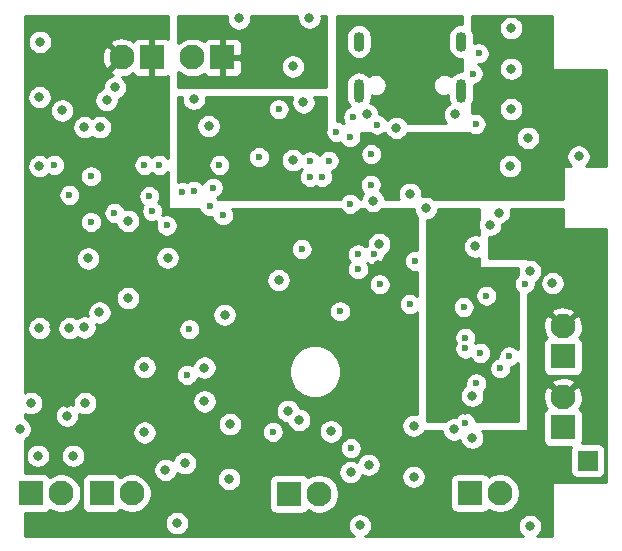
<source format=gbr>
G04 #@! TF.GenerationSoftware,KiCad,Pcbnew,(5.1.5)-2*
G04 #@! TF.CreationDate,2021-05-19T15:06:28+02:00*
G04 #@! TF.ProjectId,Versie2,56657273-6965-4322-9e6b-696361645f70,rev?*
G04 #@! TF.SameCoordinates,Original*
G04 #@! TF.FileFunction,Copper,L3,Inr*
G04 #@! TF.FilePolarity,Positive*
%FSLAX46Y46*%
G04 Gerber Fmt 4.6, Leading zero omitted, Abs format (unit mm)*
G04 Created by KiCad (PCBNEW (5.1.5)-2) date 2021-05-19 15:06:28*
%MOMM*%
%LPD*%
G04 APERTURE LIST*
%ADD10R,2.100000X2.100000*%
%ADD11C,2.100000*%
%ADD12O,0.900000X1.700000*%
%ADD13O,0.900000X2.000000*%
%ADD14R,1.700000X1.700000*%
%ADD15C,0.800000*%
%ADD16C,0.600000*%
%ADD17C,0.254000*%
G04 APERTURE END LIST*
D10*
X83058000Y-53594000D03*
D11*
X80518000Y-53594000D03*
D12*
X94613000Y-52243000D03*
X103253000Y-52243000D03*
D13*
X94613000Y-56413000D03*
X103253000Y-56413000D03*
D11*
X74549000Y-53594000D03*
D10*
X77089000Y-53594000D03*
D11*
X75388700Y-90489100D03*
D10*
X72848700Y-90489100D03*
D11*
X69432400Y-90489100D03*
D10*
X66892400Y-90489100D03*
D11*
X111900000Y-82360000D03*
D10*
X111900000Y-84900000D03*
X88711000Y-90539900D03*
D11*
X91251000Y-90539900D03*
X111900000Y-76360000D03*
D10*
X111900000Y-78900000D03*
D14*
X113995200Y-87731600D03*
D10*
X104014500Y-90476400D03*
D11*
X106554500Y-90476400D03*
D15*
X84455000Y-50292000D03*
X90424000Y-50228500D03*
X95313500Y-58420000D03*
X102743000Y-58420000D03*
X67437000Y-87312500D03*
X70421500Y-87312500D03*
X66865500Y-82867500D03*
X71437500Y-82867500D03*
X67564000Y-76517500D03*
X78232000Y-88519000D03*
X93916500Y-88709500D03*
X109093000Y-93281500D03*
X99250500Y-84772500D03*
X83693000Y-84645500D03*
X104203500Y-85788500D03*
X104203500Y-82232500D03*
X105727500Y-67754500D03*
X104457500Y-69596000D03*
X109093000Y-71691500D03*
X98933000Y-65151000D03*
X89916000Y-57404000D03*
X89027000Y-62293500D03*
X87820500Y-72453500D03*
X83248500Y-75374500D03*
X107505500Y-51117500D03*
X107505500Y-54546500D03*
X107505500Y-57975500D03*
X113220500Y-61976000D03*
X106489500Y-66722503D03*
X96329500Y-69405500D03*
X97790000Y-59563000D03*
X67564000Y-62801500D03*
X75057000Y-67437000D03*
X78422500Y-70548500D03*
X75057000Y-73977500D03*
X71691500Y-70612000D03*
D16*
X103632000Y-77312624D03*
D15*
X108915200Y-60401200D03*
X100279200Y-66344800D03*
X110998000Y-72694800D03*
X73964800Y-56134000D03*
X107391200Y-62788800D03*
X95808800Y-65735200D03*
X89027000Y-54356000D03*
D16*
X104902000Y-78613000D03*
D15*
X68453000Y-82867500D03*
X69913500Y-82867500D03*
X68834000Y-76454000D03*
X96266000Y-74676000D03*
X96266000Y-71183500D03*
X96266000Y-78295500D03*
X96266000Y-81851500D03*
X86614000Y-86360000D03*
X102362000Y-86550500D03*
X107315000Y-67691000D03*
X112458500Y-70485000D03*
X112585500Y-68897500D03*
X97434400Y-66852800D03*
X94691200Y-69037200D03*
X67614800Y-52273200D03*
X70104000Y-76504800D03*
X103251000Y-65087500D03*
X86296500Y-59817000D03*
X109410500Y-61976000D03*
X112064800Y-57607200D03*
X107124500Y-64262000D03*
X105727500Y-65278000D03*
X82804000Y-57721500D03*
D16*
X83108800Y-66954400D03*
X92049600Y-62331600D03*
X91490800Y-63703200D03*
X80060800Y-80467200D03*
X71932800Y-67513200D03*
X71932800Y-63652400D03*
X92710000Y-59893200D03*
D15*
X67564000Y-56946800D03*
X72694800Y-59486800D03*
X73253600Y-57200800D03*
X81900000Y-59400000D03*
D16*
X94132400Y-58623200D03*
X104241600Y-54965600D03*
D15*
X80645000Y-57086500D03*
D16*
X87820500Y-57975500D03*
X96164400Y-59283600D03*
X104495600Y-59232800D03*
X104749600Y-53238400D03*
X93878400Y-60350400D03*
X86156800Y-62026800D03*
X81991200Y-66192400D03*
X90474800Y-63703200D03*
X90474800Y-62382400D03*
X82245200Y-64617600D03*
D15*
X95900000Y-50800000D03*
X96901000Y-58420000D03*
X100711000Y-58420000D03*
D16*
X89763600Y-69799200D03*
X93878400Y-65989200D03*
X95605600Y-64363600D03*
X95656400Y-61772800D03*
D15*
X103700000Y-68000000D03*
X103632000Y-79819500D03*
X103632000Y-83439000D03*
D16*
X103632000Y-76327000D03*
X102565200Y-73660000D03*
X107755538Y-73891686D03*
X104089200Y-73253600D03*
X108661200Y-72745600D03*
X105407349Y-73758264D03*
X82804000Y-62687200D03*
X78333600Y-67818000D03*
X80619600Y-64871600D03*
X94538800Y-70256400D03*
X98907600Y-74472800D03*
X68834000Y-62687200D03*
X79654400Y-64973200D03*
X77114400Y-66598800D03*
X94538800Y-71526400D03*
X99364800Y-70815200D03*
X95859600Y-70256400D03*
X77724000Y-62687200D03*
X96367600Y-72796400D03*
X76454000Y-62687200D03*
D15*
X69494400Y-58071799D03*
X71374000Y-59486800D03*
X71374000Y-76454000D03*
X69900800Y-83921600D03*
X72644000Y-75184000D03*
X65887600Y-85039200D03*
D16*
X103632000Y-84531200D03*
X80264000Y-76606400D03*
X106578400Y-79908400D03*
X103632000Y-78232000D03*
X103479600Y-74726800D03*
X107340400Y-78892400D03*
X93014800Y-75082400D03*
X76860400Y-65328800D03*
X104546400Y-81178400D03*
X70104000Y-65227200D03*
D15*
X81534000Y-79857600D03*
X81534000Y-82702400D03*
X88595200Y-83515200D03*
X76454000Y-79806800D03*
D16*
X87325200Y-85293200D03*
X93929200Y-86664800D03*
X73914000Y-66751200D03*
D15*
X92252800Y-85242400D03*
X94691200Y-93218000D03*
X76454000Y-85344000D03*
X79197200Y-93014800D03*
X102666800Y-85090000D03*
X89560400Y-84277200D03*
X95440500Y-88074500D03*
X99250500Y-89090500D03*
X79883000Y-87947500D03*
X83629500Y-89281000D03*
X89100000Y-50700000D03*
X85598000Y-55626000D03*
D17*
G36*
X104773000Y-67354281D02*
G01*
X104732274Y-67452602D01*
X104692500Y-67652561D01*
X104692500Y-67856439D01*
X104732274Y-68056398D01*
X104773000Y-68154719D01*
X104773000Y-68606408D01*
X104759398Y-68600774D01*
X104559439Y-68561000D01*
X104355561Y-68561000D01*
X104155602Y-68600774D01*
X103967244Y-68678795D01*
X103797726Y-68792063D01*
X103653563Y-68936226D01*
X103540295Y-69105744D01*
X103462274Y-69294102D01*
X103422500Y-69494061D01*
X103422500Y-69697939D01*
X103462274Y-69897898D01*
X103540295Y-70086256D01*
X103653563Y-70255774D01*
X103797726Y-70399937D01*
X103967244Y-70513205D01*
X104155602Y-70591226D01*
X104355561Y-70631000D01*
X104559439Y-70631000D01*
X104759398Y-70591226D01*
X104773000Y-70585592D01*
X104773000Y-71300000D01*
X104775440Y-71324776D01*
X104782667Y-71348601D01*
X104794403Y-71370557D01*
X104810197Y-71389803D01*
X104829443Y-71405597D01*
X104851399Y-71417333D01*
X104875224Y-71424560D01*
X104900000Y-71427000D01*
X108073000Y-71427000D01*
X108073000Y-71514150D01*
X108058000Y-71589561D01*
X108058000Y-71793439D01*
X108073000Y-71868850D01*
X108073000Y-72014107D01*
X108065172Y-72019338D01*
X107934938Y-72149572D01*
X107832614Y-72302711D01*
X107762132Y-72472871D01*
X107726200Y-72653511D01*
X107726200Y-72837689D01*
X107762132Y-73018329D01*
X107832614Y-73188489D01*
X107934938Y-73341628D01*
X108065172Y-73471862D01*
X108073000Y-73477092D01*
X108073000Y-78305858D01*
X108066662Y-78296372D01*
X107936428Y-78166138D01*
X107783289Y-78063814D01*
X107613129Y-77993332D01*
X107432489Y-77957400D01*
X107248311Y-77957400D01*
X107067671Y-77993332D01*
X106897511Y-78063814D01*
X106744372Y-78166138D01*
X106614138Y-78296372D01*
X106511814Y-78449511D01*
X106441332Y-78619671D01*
X106405400Y-78800311D01*
X106405400Y-78984489D01*
X106406358Y-78989304D01*
X106305671Y-79009332D01*
X106135511Y-79079814D01*
X105982372Y-79182138D01*
X105852138Y-79312372D01*
X105749814Y-79465511D01*
X105679332Y-79635671D01*
X105643400Y-79816311D01*
X105643400Y-80000489D01*
X105679332Y-80181129D01*
X105749814Y-80351289D01*
X105852138Y-80504428D01*
X105982372Y-80634662D01*
X106135511Y-80736986D01*
X106305671Y-80807468D01*
X106486311Y-80843400D01*
X106670489Y-80843400D01*
X106851129Y-80807468D01*
X107021289Y-80736986D01*
X107174428Y-80634662D01*
X107304662Y-80504428D01*
X107406986Y-80351289D01*
X107477468Y-80181129D01*
X107513400Y-80000489D01*
X107513400Y-79816311D01*
X107512442Y-79811496D01*
X107613129Y-79791468D01*
X107783289Y-79720986D01*
X107936428Y-79618662D01*
X108066662Y-79488428D01*
X108073000Y-79478942D01*
X108073000Y-84373000D01*
X104553850Y-84373000D01*
X104531068Y-84258471D01*
X104460586Y-84088311D01*
X104358262Y-83935172D01*
X104228028Y-83804938D01*
X104074889Y-83702614D01*
X103904729Y-83632132D01*
X103724089Y-83596200D01*
X103539911Y-83596200D01*
X103359271Y-83632132D01*
X103189111Y-83702614D01*
X103035972Y-83804938D01*
X102905738Y-83935172D01*
X102818993Y-84064996D01*
X102768739Y-84055000D01*
X102564861Y-84055000D01*
X102364902Y-84094774D01*
X102176544Y-84172795D01*
X102007026Y-84286063D01*
X101920089Y-84373000D01*
X100427000Y-84373000D01*
X100427000Y-82130561D01*
X103168500Y-82130561D01*
X103168500Y-82334439D01*
X103208274Y-82534398D01*
X103286295Y-82722756D01*
X103399563Y-82892274D01*
X103543726Y-83036437D01*
X103713244Y-83149705D01*
X103901602Y-83227726D01*
X104101561Y-83267500D01*
X104305439Y-83267500D01*
X104505398Y-83227726D01*
X104693756Y-83149705D01*
X104863274Y-83036437D01*
X105007437Y-82892274D01*
X105120705Y-82722756D01*
X105198726Y-82534398D01*
X105238500Y-82334439D01*
X105238500Y-82130561D01*
X105198726Y-81930602D01*
X105174639Y-81872451D01*
X105272662Y-81774428D01*
X105374986Y-81621289D01*
X105445468Y-81451129D01*
X105481400Y-81270489D01*
X105481400Y-81086311D01*
X105445468Y-80905671D01*
X105374986Y-80735511D01*
X105272662Y-80582372D01*
X105142428Y-80452138D01*
X104989289Y-80349814D01*
X104819129Y-80279332D01*
X104638489Y-80243400D01*
X104454311Y-80243400D01*
X104273671Y-80279332D01*
X104103511Y-80349814D01*
X103950372Y-80452138D01*
X103820138Y-80582372D01*
X103717814Y-80735511D01*
X103647332Y-80905671D01*
X103611400Y-81086311D01*
X103611400Y-81270489D01*
X103631215Y-81370105D01*
X103543726Y-81428563D01*
X103399563Y-81572726D01*
X103286295Y-81742244D01*
X103208274Y-81930602D01*
X103168500Y-82130561D01*
X100427000Y-82130561D01*
X100427000Y-77220535D01*
X102697000Y-77220535D01*
X102697000Y-77404713D01*
X102732932Y-77585353D01*
X102803414Y-77755513D01*
X102814639Y-77772312D01*
X102803414Y-77789111D01*
X102732932Y-77959271D01*
X102697000Y-78139911D01*
X102697000Y-78324089D01*
X102732932Y-78504729D01*
X102803414Y-78674889D01*
X102905738Y-78828028D01*
X103035972Y-78958262D01*
X103189111Y-79060586D01*
X103359271Y-79131068D01*
X103539911Y-79167000D01*
X103724089Y-79167000D01*
X103904729Y-79131068D01*
X104074889Y-79060586D01*
X104076039Y-79059818D01*
X104175738Y-79209028D01*
X104305972Y-79339262D01*
X104459111Y-79441586D01*
X104629271Y-79512068D01*
X104809911Y-79548000D01*
X104994089Y-79548000D01*
X105174729Y-79512068D01*
X105344889Y-79441586D01*
X105498028Y-79339262D01*
X105628262Y-79209028D01*
X105730586Y-79055889D01*
X105801068Y-78885729D01*
X105837000Y-78705089D01*
X105837000Y-78520911D01*
X105801068Y-78340271D01*
X105730586Y-78170111D01*
X105628262Y-78016972D01*
X105498028Y-77886738D01*
X105344889Y-77784414D01*
X105174729Y-77713932D01*
X104994089Y-77678000D01*
X104809911Y-77678000D01*
X104629271Y-77713932D01*
X104459111Y-77784414D01*
X104457961Y-77785182D01*
X104449361Y-77772312D01*
X104460586Y-77755513D01*
X104531068Y-77585353D01*
X104567000Y-77404713D01*
X104567000Y-77220535D01*
X104531068Y-77039895D01*
X104460586Y-76869735D01*
X104358262Y-76716596D01*
X104228028Y-76586362D01*
X104074889Y-76484038D01*
X103904729Y-76413556D01*
X103724089Y-76377624D01*
X103539911Y-76377624D01*
X103359271Y-76413556D01*
X103189111Y-76484038D01*
X103035972Y-76586362D01*
X102905738Y-76716596D01*
X102803414Y-76869735D01*
X102732932Y-77039895D01*
X102697000Y-77220535D01*
X100427000Y-77220535D01*
X100427000Y-74634711D01*
X102544600Y-74634711D01*
X102544600Y-74818889D01*
X102580532Y-74999529D01*
X102651014Y-75169689D01*
X102753338Y-75322828D01*
X102883572Y-75453062D01*
X103036711Y-75555386D01*
X103206871Y-75625868D01*
X103387511Y-75661800D01*
X103571689Y-75661800D01*
X103752329Y-75625868D01*
X103922489Y-75555386D01*
X104075628Y-75453062D01*
X104205862Y-75322828D01*
X104308186Y-75169689D01*
X104378668Y-74999529D01*
X104414600Y-74818889D01*
X104414600Y-74634711D01*
X104378668Y-74454071D01*
X104308186Y-74283911D01*
X104205862Y-74130772D01*
X104075628Y-74000538D01*
X103922489Y-73898214D01*
X103752329Y-73827732D01*
X103571689Y-73791800D01*
X103387511Y-73791800D01*
X103206871Y-73827732D01*
X103036711Y-73898214D01*
X102883572Y-74000538D01*
X102753338Y-74130772D01*
X102651014Y-74283911D01*
X102580532Y-74454071D01*
X102544600Y-74634711D01*
X100427000Y-74634711D01*
X100427000Y-73666175D01*
X104472349Y-73666175D01*
X104472349Y-73850353D01*
X104508281Y-74030993D01*
X104578763Y-74201153D01*
X104681087Y-74354292D01*
X104811321Y-74484526D01*
X104964460Y-74586850D01*
X105134620Y-74657332D01*
X105315260Y-74693264D01*
X105499438Y-74693264D01*
X105680078Y-74657332D01*
X105850238Y-74586850D01*
X106003377Y-74484526D01*
X106133611Y-74354292D01*
X106235935Y-74201153D01*
X106306417Y-74030993D01*
X106342349Y-73850353D01*
X106342349Y-73666175D01*
X106306417Y-73485535D01*
X106235935Y-73315375D01*
X106133611Y-73162236D01*
X106003377Y-73032002D01*
X105850238Y-72929678D01*
X105680078Y-72859196D01*
X105499438Y-72823264D01*
X105315260Y-72823264D01*
X105134620Y-72859196D01*
X104964460Y-72929678D01*
X104811321Y-73032002D01*
X104681087Y-73162236D01*
X104578763Y-73315375D01*
X104508281Y-73485535D01*
X104472349Y-73666175D01*
X100427000Y-73666175D01*
X100427000Y-67370678D01*
X100581098Y-67340026D01*
X100769456Y-67262005D01*
X100938974Y-67148737D01*
X101083137Y-67004574D01*
X101196405Y-66835056D01*
X101274426Y-66646698D01*
X101314200Y-66446739D01*
X101314200Y-66427000D01*
X104773000Y-66427000D01*
X104773000Y-67354281D01*
G37*
X104773000Y-67354281D02*
X104732274Y-67452602D01*
X104692500Y-67652561D01*
X104692500Y-67856439D01*
X104732274Y-68056398D01*
X104773000Y-68154719D01*
X104773000Y-68606408D01*
X104759398Y-68600774D01*
X104559439Y-68561000D01*
X104355561Y-68561000D01*
X104155602Y-68600774D01*
X103967244Y-68678795D01*
X103797726Y-68792063D01*
X103653563Y-68936226D01*
X103540295Y-69105744D01*
X103462274Y-69294102D01*
X103422500Y-69494061D01*
X103422500Y-69697939D01*
X103462274Y-69897898D01*
X103540295Y-70086256D01*
X103653563Y-70255774D01*
X103797726Y-70399937D01*
X103967244Y-70513205D01*
X104155602Y-70591226D01*
X104355561Y-70631000D01*
X104559439Y-70631000D01*
X104759398Y-70591226D01*
X104773000Y-70585592D01*
X104773000Y-71300000D01*
X104775440Y-71324776D01*
X104782667Y-71348601D01*
X104794403Y-71370557D01*
X104810197Y-71389803D01*
X104829443Y-71405597D01*
X104851399Y-71417333D01*
X104875224Y-71424560D01*
X104900000Y-71427000D01*
X108073000Y-71427000D01*
X108073000Y-71514150D01*
X108058000Y-71589561D01*
X108058000Y-71793439D01*
X108073000Y-71868850D01*
X108073000Y-72014107D01*
X108065172Y-72019338D01*
X107934938Y-72149572D01*
X107832614Y-72302711D01*
X107762132Y-72472871D01*
X107726200Y-72653511D01*
X107726200Y-72837689D01*
X107762132Y-73018329D01*
X107832614Y-73188489D01*
X107934938Y-73341628D01*
X108065172Y-73471862D01*
X108073000Y-73477092D01*
X108073000Y-78305858D01*
X108066662Y-78296372D01*
X107936428Y-78166138D01*
X107783289Y-78063814D01*
X107613129Y-77993332D01*
X107432489Y-77957400D01*
X107248311Y-77957400D01*
X107067671Y-77993332D01*
X106897511Y-78063814D01*
X106744372Y-78166138D01*
X106614138Y-78296372D01*
X106511814Y-78449511D01*
X106441332Y-78619671D01*
X106405400Y-78800311D01*
X106405400Y-78984489D01*
X106406358Y-78989304D01*
X106305671Y-79009332D01*
X106135511Y-79079814D01*
X105982372Y-79182138D01*
X105852138Y-79312372D01*
X105749814Y-79465511D01*
X105679332Y-79635671D01*
X105643400Y-79816311D01*
X105643400Y-80000489D01*
X105679332Y-80181129D01*
X105749814Y-80351289D01*
X105852138Y-80504428D01*
X105982372Y-80634662D01*
X106135511Y-80736986D01*
X106305671Y-80807468D01*
X106486311Y-80843400D01*
X106670489Y-80843400D01*
X106851129Y-80807468D01*
X107021289Y-80736986D01*
X107174428Y-80634662D01*
X107304662Y-80504428D01*
X107406986Y-80351289D01*
X107477468Y-80181129D01*
X107513400Y-80000489D01*
X107513400Y-79816311D01*
X107512442Y-79811496D01*
X107613129Y-79791468D01*
X107783289Y-79720986D01*
X107936428Y-79618662D01*
X108066662Y-79488428D01*
X108073000Y-79478942D01*
X108073000Y-84373000D01*
X104553850Y-84373000D01*
X104531068Y-84258471D01*
X104460586Y-84088311D01*
X104358262Y-83935172D01*
X104228028Y-83804938D01*
X104074889Y-83702614D01*
X103904729Y-83632132D01*
X103724089Y-83596200D01*
X103539911Y-83596200D01*
X103359271Y-83632132D01*
X103189111Y-83702614D01*
X103035972Y-83804938D01*
X102905738Y-83935172D01*
X102818993Y-84064996D01*
X102768739Y-84055000D01*
X102564861Y-84055000D01*
X102364902Y-84094774D01*
X102176544Y-84172795D01*
X102007026Y-84286063D01*
X101920089Y-84373000D01*
X100427000Y-84373000D01*
X100427000Y-82130561D01*
X103168500Y-82130561D01*
X103168500Y-82334439D01*
X103208274Y-82534398D01*
X103286295Y-82722756D01*
X103399563Y-82892274D01*
X103543726Y-83036437D01*
X103713244Y-83149705D01*
X103901602Y-83227726D01*
X104101561Y-83267500D01*
X104305439Y-83267500D01*
X104505398Y-83227726D01*
X104693756Y-83149705D01*
X104863274Y-83036437D01*
X105007437Y-82892274D01*
X105120705Y-82722756D01*
X105198726Y-82534398D01*
X105238500Y-82334439D01*
X105238500Y-82130561D01*
X105198726Y-81930602D01*
X105174639Y-81872451D01*
X105272662Y-81774428D01*
X105374986Y-81621289D01*
X105445468Y-81451129D01*
X105481400Y-81270489D01*
X105481400Y-81086311D01*
X105445468Y-80905671D01*
X105374986Y-80735511D01*
X105272662Y-80582372D01*
X105142428Y-80452138D01*
X104989289Y-80349814D01*
X104819129Y-80279332D01*
X104638489Y-80243400D01*
X104454311Y-80243400D01*
X104273671Y-80279332D01*
X104103511Y-80349814D01*
X103950372Y-80452138D01*
X103820138Y-80582372D01*
X103717814Y-80735511D01*
X103647332Y-80905671D01*
X103611400Y-81086311D01*
X103611400Y-81270489D01*
X103631215Y-81370105D01*
X103543726Y-81428563D01*
X103399563Y-81572726D01*
X103286295Y-81742244D01*
X103208274Y-81930602D01*
X103168500Y-82130561D01*
X100427000Y-82130561D01*
X100427000Y-77220535D01*
X102697000Y-77220535D01*
X102697000Y-77404713D01*
X102732932Y-77585353D01*
X102803414Y-77755513D01*
X102814639Y-77772312D01*
X102803414Y-77789111D01*
X102732932Y-77959271D01*
X102697000Y-78139911D01*
X102697000Y-78324089D01*
X102732932Y-78504729D01*
X102803414Y-78674889D01*
X102905738Y-78828028D01*
X103035972Y-78958262D01*
X103189111Y-79060586D01*
X103359271Y-79131068D01*
X103539911Y-79167000D01*
X103724089Y-79167000D01*
X103904729Y-79131068D01*
X104074889Y-79060586D01*
X104076039Y-79059818D01*
X104175738Y-79209028D01*
X104305972Y-79339262D01*
X104459111Y-79441586D01*
X104629271Y-79512068D01*
X104809911Y-79548000D01*
X104994089Y-79548000D01*
X105174729Y-79512068D01*
X105344889Y-79441586D01*
X105498028Y-79339262D01*
X105628262Y-79209028D01*
X105730586Y-79055889D01*
X105801068Y-78885729D01*
X105837000Y-78705089D01*
X105837000Y-78520911D01*
X105801068Y-78340271D01*
X105730586Y-78170111D01*
X105628262Y-78016972D01*
X105498028Y-77886738D01*
X105344889Y-77784414D01*
X105174729Y-77713932D01*
X104994089Y-77678000D01*
X104809911Y-77678000D01*
X104629271Y-77713932D01*
X104459111Y-77784414D01*
X104457961Y-77785182D01*
X104449361Y-77772312D01*
X104460586Y-77755513D01*
X104531068Y-77585353D01*
X104567000Y-77404713D01*
X104567000Y-77220535D01*
X104531068Y-77039895D01*
X104460586Y-76869735D01*
X104358262Y-76716596D01*
X104228028Y-76586362D01*
X104074889Y-76484038D01*
X103904729Y-76413556D01*
X103724089Y-76377624D01*
X103539911Y-76377624D01*
X103359271Y-76413556D01*
X103189111Y-76484038D01*
X103035972Y-76586362D01*
X102905738Y-76716596D01*
X102803414Y-76869735D01*
X102732932Y-77039895D01*
X102697000Y-77220535D01*
X100427000Y-77220535D01*
X100427000Y-74634711D01*
X102544600Y-74634711D01*
X102544600Y-74818889D01*
X102580532Y-74999529D01*
X102651014Y-75169689D01*
X102753338Y-75322828D01*
X102883572Y-75453062D01*
X103036711Y-75555386D01*
X103206871Y-75625868D01*
X103387511Y-75661800D01*
X103571689Y-75661800D01*
X103752329Y-75625868D01*
X103922489Y-75555386D01*
X104075628Y-75453062D01*
X104205862Y-75322828D01*
X104308186Y-75169689D01*
X104378668Y-74999529D01*
X104414600Y-74818889D01*
X104414600Y-74634711D01*
X104378668Y-74454071D01*
X104308186Y-74283911D01*
X104205862Y-74130772D01*
X104075628Y-74000538D01*
X103922489Y-73898214D01*
X103752329Y-73827732D01*
X103571689Y-73791800D01*
X103387511Y-73791800D01*
X103206871Y-73827732D01*
X103036711Y-73898214D01*
X102883572Y-74000538D01*
X102753338Y-74130772D01*
X102651014Y-74283911D01*
X102580532Y-74454071D01*
X102544600Y-74634711D01*
X100427000Y-74634711D01*
X100427000Y-73666175D01*
X104472349Y-73666175D01*
X104472349Y-73850353D01*
X104508281Y-74030993D01*
X104578763Y-74201153D01*
X104681087Y-74354292D01*
X104811321Y-74484526D01*
X104964460Y-74586850D01*
X105134620Y-74657332D01*
X105315260Y-74693264D01*
X105499438Y-74693264D01*
X105680078Y-74657332D01*
X105850238Y-74586850D01*
X106003377Y-74484526D01*
X106133611Y-74354292D01*
X106235935Y-74201153D01*
X106306417Y-74030993D01*
X106342349Y-73850353D01*
X106342349Y-73666175D01*
X106306417Y-73485535D01*
X106235935Y-73315375D01*
X106133611Y-73162236D01*
X106003377Y-73032002D01*
X105850238Y-72929678D01*
X105680078Y-72859196D01*
X105499438Y-72823264D01*
X105315260Y-72823264D01*
X105134620Y-72859196D01*
X104964460Y-72929678D01*
X104811321Y-73032002D01*
X104681087Y-73162236D01*
X104578763Y-73315375D01*
X104508281Y-73485535D01*
X104472349Y-73666175D01*
X100427000Y-73666175D01*
X100427000Y-67370678D01*
X100581098Y-67340026D01*
X100769456Y-67262005D01*
X100938974Y-67148737D01*
X101083137Y-67004574D01*
X101196405Y-66835056D01*
X101274426Y-66646698D01*
X101314200Y-66446739D01*
X101314200Y-66427000D01*
X104773000Y-66427000D01*
X104773000Y-67354281D01*
G36*
X103373000Y-50764570D02*
G01*
X103253000Y-50752751D01*
X103040304Y-50773700D01*
X102835781Y-50835741D01*
X102647291Y-50936491D01*
X102482079Y-51072078D01*
X102346492Y-51237290D01*
X102245742Y-51425780D01*
X102183700Y-51630303D01*
X102168000Y-51789706D01*
X102168000Y-52696293D01*
X102183700Y-52855696D01*
X102245741Y-53060219D01*
X102346491Y-53248710D01*
X102482078Y-53413922D01*
X102647290Y-53549509D01*
X102835780Y-53650259D01*
X103040303Y-53712300D01*
X103253000Y-53733249D01*
X103373000Y-53721430D01*
X103373000Y-54619314D01*
X103342532Y-54692871D01*
X103325228Y-54779865D01*
X103253000Y-54772751D01*
X103040304Y-54793700D01*
X102835781Y-54855741D01*
X102647291Y-54956491D01*
X102482079Y-55092078D01*
X102398975Y-55193339D01*
X102265889Y-55104414D01*
X102095729Y-55033932D01*
X101915089Y-54998000D01*
X101730911Y-54998000D01*
X101550271Y-55033932D01*
X101380111Y-55104414D01*
X101226972Y-55206738D01*
X101096738Y-55336972D01*
X100994414Y-55490111D01*
X100923932Y-55660271D01*
X100888000Y-55840911D01*
X100888000Y-56025089D01*
X100923932Y-56205729D01*
X100994414Y-56375889D01*
X101096738Y-56529028D01*
X101226972Y-56659262D01*
X101380111Y-56761586D01*
X101550271Y-56832068D01*
X101730911Y-56868000D01*
X101915089Y-56868000D01*
X102095729Y-56832068D01*
X102168000Y-56802133D01*
X102168000Y-57016293D01*
X102183700Y-57175696D01*
X102245741Y-57380219D01*
X102300652Y-57482951D01*
X102252744Y-57502795D01*
X102083226Y-57616063D01*
X101939063Y-57760226D01*
X101825795Y-57929744D01*
X101747774Y-58118102D01*
X101708000Y-58318061D01*
X101708000Y-58521939D01*
X101747774Y-58721898D01*
X101825795Y-58910256D01*
X101939063Y-59079774D01*
X102032289Y-59173000D01*
X98748733Y-59173000D01*
X98707205Y-59072744D01*
X98593937Y-58903226D01*
X98449774Y-58759063D01*
X98280256Y-58645795D01*
X98091898Y-58567774D01*
X97891939Y-58528000D01*
X97688061Y-58528000D01*
X97488102Y-58567774D01*
X97299744Y-58645795D01*
X97130226Y-58759063D01*
X97009268Y-58880021D01*
X96992986Y-58840711D01*
X96890662Y-58687572D01*
X96760428Y-58557338D01*
X96607289Y-58455014D01*
X96437129Y-58384532D01*
X96348500Y-58366902D01*
X96348500Y-58318061D01*
X96308726Y-58118102D01*
X96230705Y-57929744D01*
X96117437Y-57760226D01*
X95973274Y-57616063D01*
X95803756Y-57502795D01*
X95615398Y-57424774D01*
X95598266Y-57421366D01*
X95620259Y-57380220D01*
X95682300Y-57175697D01*
X95698000Y-57016294D01*
X95698000Y-56802133D01*
X95770271Y-56832068D01*
X95950911Y-56868000D01*
X96135089Y-56868000D01*
X96315729Y-56832068D01*
X96485889Y-56761586D01*
X96639028Y-56659262D01*
X96769262Y-56529028D01*
X96871586Y-56375889D01*
X96942068Y-56205729D01*
X96978000Y-56025089D01*
X96978000Y-55840911D01*
X96942068Y-55660271D01*
X96871586Y-55490111D01*
X96769262Y-55336972D01*
X96639028Y-55206738D01*
X96485889Y-55104414D01*
X96315729Y-55033932D01*
X96135089Y-54998000D01*
X95950911Y-54998000D01*
X95770271Y-55033932D01*
X95600111Y-55104414D01*
X95467025Y-55193339D01*
X95383922Y-55092078D01*
X95218710Y-54956491D01*
X95030220Y-54855741D01*
X94825697Y-54793700D01*
X94613000Y-54772751D01*
X94400304Y-54793700D01*
X94195781Y-54855741D01*
X94007291Y-54956491D01*
X93842079Y-55092078D01*
X93706492Y-55257290D01*
X93605742Y-55445780D01*
X93543700Y-55650303D01*
X93528000Y-55809706D01*
X93528000Y-57016293D01*
X93543700Y-57175696D01*
X93605741Y-57380219D01*
X93706491Y-57568710D01*
X93840545Y-57732054D01*
X93689511Y-57794614D01*
X93536372Y-57896938D01*
X93406138Y-58027172D01*
X93303814Y-58180311D01*
X93233332Y-58350471D01*
X93197400Y-58531111D01*
X93197400Y-58715289D01*
X93233332Y-58895929D01*
X93303814Y-59066089D01*
X93375250Y-59173000D01*
X93312090Y-59173000D01*
X93306028Y-59166938D01*
X93152889Y-59064614D01*
X92982729Y-58994132D01*
X92802089Y-58958200D01*
X92727000Y-58958200D01*
X92727000Y-51789706D01*
X93528000Y-51789706D01*
X93528000Y-52696293D01*
X93543700Y-52855696D01*
X93605741Y-53060219D01*
X93706491Y-53248710D01*
X93842078Y-53413922D01*
X94007290Y-53549509D01*
X94195780Y-53650259D01*
X94400303Y-53712300D01*
X94613000Y-53733249D01*
X94825696Y-53712300D01*
X95030219Y-53650259D01*
X95218710Y-53549509D01*
X95383922Y-53413922D01*
X95519509Y-53248710D01*
X95620259Y-53060220D01*
X95682300Y-52855697D01*
X95698000Y-52696294D01*
X95698000Y-51789707D01*
X95682300Y-51630304D01*
X95620259Y-51425780D01*
X95519509Y-51237290D01*
X95383922Y-51072078D01*
X95218710Y-50936491D01*
X95030220Y-50835741D01*
X94825697Y-50773700D01*
X94613000Y-50752751D01*
X94400304Y-50773700D01*
X94195781Y-50835741D01*
X94007291Y-50936491D01*
X93842079Y-51072078D01*
X93706492Y-51237290D01*
X93605742Y-51425780D01*
X93543700Y-51630303D01*
X93528000Y-51789706D01*
X92727000Y-51789706D01*
X92727000Y-50060000D01*
X103373000Y-50060000D01*
X103373000Y-50764570D01*
G37*
X103373000Y-50764570D02*
X103253000Y-50752751D01*
X103040304Y-50773700D01*
X102835781Y-50835741D01*
X102647291Y-50936491D01*
X102482079Y-51072078D01*
X102346492Y-51237290D01*
X102245742Y-51425780D01*
X102183700Y-51630303D01*
X102168000Y-51789706D01*
X102168000Y-52696293D01*
X102183700Y-52855696D01*
X102245741Y-53060219D01*
X102346491Y-53248710D01*
X102482078Y-53413922D01*
X102647290Y-53549509D01*
X102835780Y-53650259D01*
X103040303Y-53712300D01*
X103253000Y-53733249D01*
X103373000Y-53721430D01*
X103373000Y-54619314D01*
X103342532Y-54692871D01*
X103325228Y-54779865D01*
X103253000Y-54772751D01*
X103040304Y-54793700D01*
X102835781Y-54855741D01*
X102647291Y-54956491D01*
X102482079Y-55092078D01*
X102398975Y-55193339D01*
X102265889Y-55104414D01*
X102095729Y-55033932D01*
X101915089Y-54998000D01*
X101730911Y-54998000D01*
X101550271Y-55033932D01*
X101380111Y-55104414D01*
X101226972Y-55206738D01*
X101096738Y-55336972D01*
X100994414Y-55490111D01*
X100923932Y-55660271D01*
X100888000Y-55840911D01*
X100888000Y-56025089D01*
X100923932Y-56205729D01*
X100994414Y-56375889D01*
X101096738Y-56529028D01*
X101226972Y-56659262D01*
X101380111Y-56761586D01*
X101550271Y-56832068D01*
X101730911Y-56868000D01*
X101915089Y-56868000D01*
X102095729Y-56832068D01*
X102168000Y-56802133D01*
X102168000Y-57016293D01*
X102183700Y-57175696D01*
X102245741Y-57380219D01*
X102300652Y-57482951D01*
X102252744Y-57502795D01*
X102083226Y-57616063D01*
X101939063Y-57760226D01*
X101825795Y-57929744D01*
X101747774Y-58118102D01*
X101708000Y-58318061D01*
X101708000Y-58521939D01*
X101747774Y-58721898D01*
X101825795Y-58910256D01*
X101939063Y-59079774D01*
X102032289Y-59173000D01*
X98748733Y-59173000D01*
X98707205Y-59072744D01*
X98593937Y-58903226D01*
X98449774Y-58759063D01*
X98280256Y-58645795D01*
X98091898Y-58567774D01*
X97891939Y-58528000D01*
X97688061Y-58528000D01*
X97488102Y-58567774D01*
X97299744Y-58645795D01*
X97130226Y-58759063D01*
X97009268Y-58880021D01*
X96992986Y-58840711D01*
X96890662Y-58687572D01*
X96760428Y-58557338D01*
X96607289Y-58455014D01*
X96437129Y-58384532D01*
X96348500Y-58366902D01*
X96348500Y-58318061D01*
X96308726Y-58118102D01*
X96230705Y-57929744D01*
X96117437Y-57760226D01*
X95973274Y-57616063D01*
X95803756Y-57502795D01*
X95615398Y-57424774D01*
X95598266Y-57421366D01*
X95620259Y-57380220D01*
X95682300Y-57175697D01*
X95698000Y-57016294D01*
X95698000Y-56802133D01*
X95770271Y-56832068D01*
X95950911Y-56868000D01*
X96135089Y-56868000D01*
X96315729Y-56832068D01*
X96485889Y-56761586D01*
X96639028Y-56659262D01*
X96769262Y-56529028D01*
X96871586Y-56375889D01*
X96942068Y-56205729D01*
X96978000Y-56025089D01*
X96978000Y-55840911D01*
X96942068Y-55660271D01*
X96871586Y-55490111D01*
X96769262Y-55336972D01*
X96639028Y-55206738D01*
X96485889Y-55104414D01*
X96315729Y-55033932D01*
X96135089Y-54998000D01*
X95950911Y-54998000D01*
X95770271Y-55033932D01*
X95600111Y-55104414D01*
X95467025Y-55193339D01*
X95383922Y-55092078D01*
X95218710Y-54956491D01*
X95030220Y-54855741D01*
X94825697Y-54793700D01*
X94613000Y-54772751D01*
X94400304Y-54793700D01*
X94195781Y-54855741D01*
X94007291Y-54956491D01*
X93842079Y-55092078D01*
X93706492Y-55257290D01*
X93605742Y-55445780D01*
X93543700Y-55650303D01*
X93528000Y-55809706D01*
X93528000Y-57016293D01*
X93543700Y-57175696D01*
X93605741Y-57380219D01*
X93706491Y-57568710D01*
X93840545Y-57732054D01*
X93689511Y-57794614D01*
X93536372Y-57896938D01*
X93406138Y-58027172D01*
X93303814Y-58180311D01*
X93233332Y-58350471D01*
X93197400Y-58531111D01*
X93197400Y-58715289D01*
X93233332Y-58895929D01*
X93303814Y-59066089D01*
X93375250Y-59173000D01*
X93312090Y-59173000D01*
X93306028Y-59166938D01*
X93152889Y-59064614D01*
X92982729Y-58994132D01*
X92802089Y-58958200D01*
X92727000Y-58958200D01*
X92727000Y-51789706D01*
X93528000Y-51789706D01*
X93528000Y-52696293D01*
X93543700Y-52855696D01*
X93605741Y-53060219D01*
X93706491Y-53248710D01*
X93842078Y-53413922D01*
X94007290Y-53549509D01*
X94195780Y-53650259D01*
X94400303Y-53712300D01*
X94613000Y-53733249D01*
X94825696Y-53712300D01*
X95030219Y-53650259D01*
X95218710Y-53549509D01*
X95383922Y-53413922D01*
X95519509Y-53248710D01*
X95620259Y-53060220D01*
X95682300Y-52855697D01*
X95698000Y-52696294D01*
X95698000Y-51789707D01*
X95682300Y-51630304D01*
X95620259Y-51425780D01*
X95519509Y-51237290D01*
X95383922Y-51072078D01*
X95218710Y-50936491D01*
X95030220Y-50835741D01*
X94825697Y-50773700D01*
X94613000Y-50752751D01*
X94400304Y-50773700D01*
X94195781Y-50835741D01*
X94007291Y-50936491D01*
X93842079Y-51072078D01*
X93706492Y-51237290D01*
X93605742Y-51425780D01*
X93543700Y-51630303D01*
X93528000Y-51789706D01*
X92727000Y-51789706D01*
X92727000Y-50060000D01*
X103373000Y-50060000D01*
X103373000Y-50764570D01*
G36*
X110973000Y-54500000D02*
G01*
X110975440Y-54524776D01*
X110982667Y-54548601D01*
X110994403Y-54570557D01*
X111010197Y-54589803D01*
X111029443Y-54605597D01*
X111051399Y-54617333D01*
X111075224Y-54624560D01*
X111100000Y-54627000D01*
X115540001Y-54627000D01*
X115540000Y-62773000D01*
X113887211Y-62773000D01*
X114024437Y-62635774D01*
X114137705Y-62466256D01*
X114215726Y-62277898D01*
X114255500Y-62077939D01*
X114255500Y-61874061D01*
X114215726Y-61674102D01*
X114137705Y-61485744D01*
X114024437Y-61316226D01*
X113880274Y-61172063D01*
X113710756Y-61058795D01*
X113522398Y-60980774D01*
X113322439Y-60941000D01*
X113118561Y-60941000D01*
X112918602Y-60980774D01*
X112730244Y-61058795D01*
X112560726Y-61172063D01*
X112416563Y-61316226D01*
X112303295Y-61485744D01*
X112225274Y-61674102D01*
X112185500Y-61874061D01*
X112185500Y-62077939D01*
X112225274Y-62277898D01*
X112303295Y-62466256D01*
X112416563Y-62635774D01*
X112553789Y-62773000D01*
X112000000Y-62773000D01*
X111975224Y-62775440D01*
X111951399Y-62782667D01*
X111929443Y-62794403D01*
X111910197Y-62810197D01*
X111894403Y-62829443D01*
X111882667Y-62851399D01*
X111875440Y-62875224D01*
X111873000Y-62900000D01*
X111873000Y-65573000D01*
X100971111Y-65573000D01*
X100938974Y-65540863D01*
X100769456Y-65427595D01*
X100581098Y-65349574D01*
X100381139Y-65309800D01*
X100177261Y-65309800D01*
X99977302Y-65349574D01*
X99946217Y-65362450D01*
X99968000Y-65252939D01*
X99968000Y-65049061D01*
X99928226Y-64849102D01*
X99850205Y-64660744D01*
X99736937Y-64491226D01*
X99592774Y-64347063D01*
X99423256Y-64233795D01*
X99234898Y-64155774D01*
X99034939Y-64116000D01*
X98831061Y-64116000D01*
X98631102Y-64155774D01*
X98442744Y-64233795D01*
X98273226Y-64347063D01*
X98129063Y-64491226D01*
X98015795Y-64660744D01*
X97937774Y-64849102D01*
X97898000Y-65049061D01*
X97898000Y-65252939D01*
X97937774Y-65452898D01*
X97987522Y-65573000D01*
X96831813Y-65573000D01*
X96804026Y-65433302D01*
X96726005Y-65244944D01*
X96612737Y-65075426D01*
X96468574Y-64931263D01*
X96387162Y-64876865D01*
X96434186Y-64806489D01*
X96504668Y-64636329D01*
X96540600Y-64455689D01*
X96540600Y-64271511D01*
X96504668Y-64090871D01*
X96434186Y-63920711D01*
X96331862Y-63767572D01*
X96201628Y-63637338D01*
X96048489Y-63535014D01*
X95878329Y-63464532D01*
X95697689Y-63428600D01*
X95513511Y-63428600D01*
X95332871Y-63464532D01*
X95162711Y-63535014D01*
X95009572Y-63637338D01*
X94879338Y-63767572D01*
X94777014Y-63920711D01*
X94706532Y-64090871D01*
X94670600Y-64271511D01*
X94670600Y-64455689D01*
X94706532Y-64636329D01*
X94777014Y-64806489D01*
X94879338Y-64959628D01*
X95000967Y-65081257D01*
X94891595Y-65244944D01*
X94813574Y-65433302D01*
X94785787Y-65573000D01*
X94718041Y-65573000D01*
X94706986Y-65546311D01*
X94604662Y-65393172D01*
X94474428Y-65262938D01*
X94321289Y-65160614D01*
X94151129Y-65090132D01*
X93970489Y-65054200D01*
X93786311Y-65054200D01*
X93605671Y-65090132D01*
X93435511Y-65160614D01*
X93282372Y-65262938D01*
X93152138Y-65393172D01*
X93049814Y-65546311D01*
X93038759Y-65573000D01*
X82694090Y-65573000D01*
X82602661Y-65481571D01*
X82688089Y-65446186D01*
X82841228Y-65343862D01*
X82971462Y-65213628D01*
X83073786Y-65060489D01*
X83144268Y-64890329D01*
X83180200Y-64709689D01*
X83180200Y-64525511D01*
X83144268Y-64344871D01*
X83073786Y-64174711D01*
X82971462Y-64021572D01*
X82841228Y-63891338D01*
X82688089Y-63789014D01*
X82517929Y-63718532D01*
X82337289Y-63682600D01*
X82153111Y-63682600D01*
X81972471Y-63718532D01*
X81802311Y-63789014D01*
X81649172Y-63891338D01*
X81518938Y-64021572D01*
X81416614Y-64174711D01*
X81363748Y-64302341D01*
X81345862Y-64275572D01*
X81215628Y-64145338D01*
X81062489Y-64043014D01*
X80892329Y-63972532D01*
X80711689Y-63936600D01*
X80527511Y-63936600D01*
X80346871Y-63972532D01*
X80176711Y-64043014D01*
X80052451Y-64126042D01*
X79927129Y-64074132D01*
X79746489Y-64038200D01*
X79562311Y-64038200D01*
X79381671Y-64074132D01*
X79327000Y-64096777D01*
X79327000Y-62595111D01*
X81869000Y-62595111D01*
X81869000Y-62779289D01*
X81904932Y-62959929D01*
X81975414Y-63130089D01*
X82077738Y-63283228D01*
X82207972Y-63413462D01*
X82361111Y-63515786D01*
X82531271Y-63586268D01*
X82711911Y-63622200D01*
X82896089Y-63622200D01*
X83076729Y-63586268D01*
X83246889Y-63515786D01*
X83400028Y-63413462D01*
X83530262Y-63283228D01*
X83632586Y-63130089D01*
X83703068Y-62959929D01*
X83739000Y-62779289D01*
X83739000Y-62595111D01*
X83703068Y-62414471D01*
X83632586Y-62244311D01*
X83530262Y-62091172D01*
X83400028Y-61960938D01*
X83360777Y-61934711D01*
X85221800Y-61934711D01*
X85221800Y-62118889D01*
X85257732Y-62299529D01*
X85328214Y-62469689D01*
X85430538Y-62622828D01*
X85560772Y-62753062D01*
X85713911Y-62855386D01*
X85884071Y-62925868D01*
X86064711Y-62961800D01*
X86248889Y-62961800D01*
X86429529Y-62925868D01*
X86599689Y-62855386D01*
X86752828Y-62753062D01*
X86883062Y-62622828D01*
X86985386Y-62469689D01*
X87055868Y-62299529D01*
X87077344Y-62191561D01*
X87992000Y-62191561D01*
X87992000Y-62395439D01*
X88031774Y-62595398D01*
X88109795Y-62783756D01*
X88223063Y-62953274D01*
X88367226Y-63097437D01*
X88536744Y-63210705D01*
X88725102Y-63288726D01*
X88925061Y-63328500D01*
X89128939Y-63328500D01*
X89328898Y-63288726D01*
X89517256Y-63210705D01*
X89686774Y-63097437D01*
X89777161Y-63007051D01*
X89812910Y-63042800D01*
X89748538Y-63107172D01*
X89646214Y-63260311D01*
X89575732Y-63430471D01*
X89539800Y-63611111D01*
X89539800Y-63795289D01*
X89575732Y-63975929D01*
X89646214Y-64146089D01*
X89748538Y-64299228D01*
X89878772Y-64429462D01*
X90031911Y-64531786D01*
X90202071Y-64602268D01*
X90382711Y-64638200D01*
X90566889Y-64638200D01*
X90747529Y-64602268D01*
X90917689Y-64531786D01*
X90982800Y-64488280D01*
X91047911Y-64531786D01*
X91218071Y-64602268D01*
X91398711Y-64638200D01*
X91582889Y-64638200D01*
X91763529Y-64602268D01*
X91933689Y-64531786D01*
X92086828Y-64429462D01*
X92217062Y-64299228D01*
X92319386Y-64146089D01*
X92389868Y-63975929D01*
X92425800Y-63795289D01*
X92425800Y-63611111D01*
X92389868Y-63430471D01*
X92319386Y-63260311D01*
X92302248Y-63234662D01*
X92322329Y-63230668D01*
X92492489Y-63160186D01*
X92645628Y-63057862D01*
X92775862Y-62927628D01*
X92878186Y-62774489D01*
X92948668Y-62604329D01*
X92984600Y-62423689D01*
X92984600Y-62239511D01*
X92948668Y-62058871D01*
X92878186Y-61888711D01*
X92775862Y-61735572D01*
X92721001Y-61680711D01*
X94721400Y-61680711D01*
X94721400Y-61864889D01*
X94757332Y-62045529D01*
X94827814Y-62215689D01*
X94930138Y-62368828D01*
X95060372Y-62499062D01*
X95213511Y-62601386D01*
X95383671Y-62671868D01*
X95564311Y-62707800D01*
X95748489Y-62707800D01*
X95853755Y-62686861D01*
X106356200Y-62686861D01*
X106356200Y-62890739D01*
X106395974Y-63090698D01*
X106473995Y-63279056D01*
X106587263Y-63448574D01*
X106731426Y-63592737D01*
X106900944Y-63706005D01*
X107089302Y-63784026D01*
X107289261Y-63823800D01*
X107493139Y-63823800D01*
X107693098Y-63784026D01*
X107881456Y-63706005D01*
X108050974Y-63592737D01*
X108195137Y-63448574D01*
X108308405Y-63279056D01*
X108386426Y-63090698D01*
X108426200Y-62890739D01*
X108426200Y-62686861D01*
X108386426Y-62486902D01*
X108308405Y-62298544D01*
X108195137Y-62129026D01*
X108050974Y-61984863D01*
X107881456Y-61871595D01*
X107693098Y-61793574D01*
X107493139Y-61753800D01*
X107289261Y-61753800D01*
X107089302Y-61793574D01*
X106900944Y-61871595D01*
X106731426Y-61984863D01*
X106587263Y-62129026D01*
X106473995Y-62298544D01*
X106395974Y-62486902D01*
X106356200Y-62686861D01*
X95853755Y-62686861D01*
X95929129Y-62671868D01*
X96099289Y-62601386D01*
X96252428Y-62499062D01*
X96382662Y-62368828D01*
X96484986Y-62215689D01*
X96555468Y-62045529D01*
X96591400Y-61864889D01*
X96591400Y-61680711D01*
X96555468Y-61500071D01*
X96484986Y-61329911D01*
X96382662Y-61176772D01*
X96252428Y-61046538D01*
X96099289Y-60944214D01*
X95929129Y-60873732D01*
X95748489Y-60837800D01*
X95564311Y-60837800D01*
X95383671Y-60873732D01*
X95213511Y-60944214D01*
X95060372Y-61046538D01*
X94930138Y-61176772D01*
X94827814Y-61329911D01*
X94757332Y-61500071D01*
X94721400Y-61680711D01*
X92721001Y-61680711D01*
X92645628Y-61605338D01*
X92492489Y-61503014D01*
X92322329Y-61432532D01*
X92141689Y-61396600D01*
X91957511Y-61396600D01*
X91776871Y-61432532D01*
X91606711Y-61503014D01*
X91453572Y-61605338D01*
X91323338Y-61735572D01*
X91245228Y-61852472D01*
X91201062Y-61786372D01*
X91070828Y-61656138D01*
X90917689Y-61553814D01*
X90747529Y-61483332D01*
X90566889Y-61447400D01*
X90382711Y-61447400D01*
X90202071Y-61483332D01*
X90031911Y-61553814D01*
X89878772Y-61656138D01*
X89859074Y-61675836D01*
X89830937Y-61633726D01*
X89686774Y-61489563D01*
X89517256Y-61376295D01*
X89328898Y-61298274D01*
X89128939Y-61258500D01*
X88925061Y-61258500D01*
X88725102Y-61298274D01*
X88536744Y-61376295D01*
X88367226Y-61489563D01*
X88223063Y-61633726D01*
X88109795Y-61803244D01*
X88031774Y-61991602D01*
X87992000Y-62191561D01*
X87077344Y-62191561D01*
X87091800Y-62118889D01*
X87091800Y-61934711D01*
X87055868Y-61754071D01*
X86985386Y-61583911D01*
X86883062Y-61430772D01*
X86752828Y-61300538D01*
X86599689Y-61198214D01*
X86429529Y-61127732D01*
X86248889Y-61091800D01*
X86064711Y-61091800D01*
X85884071Y-61127732D01*
X85713911Y-61198214D01*
X85560772Y-61300538D01*
X85430538Y-61430772D01*
X85328214Y-61583911D01*
X85257732Y-61754071D01*
X85221800Y-61934711D01*
X83360777Y-61934711D01*
X83246889Y-61858614D01*
X83076729Y-61788132D01*
X82896089Y-61752200D01*
X82711911Y-61752200D01*
X82531271Y-61788132D01*
X82361111Y-61858614D01*
X82207972Y-61960938D01*
X82077738Y-62091172D01*
X81975414Y-62244311D01*
X81904932Y-62414471D01*
X81869000Y-62595111D01*
X79327000Y-62595111D01*
X79327000Y-59298061D01*
X80865000Y-59298061D01*
X80865000Y-59501939D01*
X80904774Y-59701898D01*
X80982795Y-59890256D01*
X81096063Y-60059774D01*
X81240226Y-60203937D01*
X81409744Y-60317205D01*
X81598102Y-60395226D01*
X81798061Y-60435000D01*
X82001939Y-60435000D01*
X82201898Y-60395226D01*
X82390256Y-60317205D01*
X82559774Y-60203937D01*
X82703937Y-60059774D01*
X82817205Y-59890256D01*
X82895226Y-59701898D01*
X82935000Y-59501939D01*
X82935000Y-59298061D01*
X82895226Y-59098102D01*
X82817205Y-58909744D01*
X82703937Y-58740226D01*
X82559774Y-58596063D01*
X82390256Y-58482795D01*
X82201898Y-58404774D01*
X82001939Y-58365000D01*
X81798061Y-58365000D01*
X81598102Y-58404774D01*
X81409744Y-58482795D01*
X81240226Y-58596063D01*
X81096063Y-58740226D01*
X80982795Y-58909744D01*
X80904774Y-59098102D01*
X80865000Y-59298061D01*
X79327000Y-59298061D01*
X79327000Y-56927000D01*
X79621450Y-56927000D01*
X79610000Y-56984561D01*
X79610000Y-57188439D01*
X79649774Y-57388398D01*
X79727795Y-57576756D01*
X79841063Y-57746274D01*
X79985226Y-57890437D01*
X80154744Y-58003705D01*
X80343102Y-58081726D01*
X80543061Y-58121500D01*
X80746939Y-58121500D01*
X80946898Y-58081726D01*
X81135256Y-58003705D01*
X81304774Y-57890437D01*
X81311800Y-57883411D01*
X86885500Y-57883411D01*
X86885500Y-58067589D01*
X86921432Y-58248229D01*
X86991914Y-58418389D01*
X87094238Y-58571528D01*
X87224472Y-58701762D01*
X87377611Y-58804086D01*
X87547771Y-58874568D01*
X87728411Y-58910500D01*
X87912589Y-58910500D01*
X88093229Y-58874568D01*
X88263389Y-58804086D01*
X88416528Y-58701762D01*
X88546762Y-58571528D01*
X88649086Y-58418389D01*
X88719568Y-58248229D01*
X88755500Y-58067589D01*
X88755500Y-57883411D01*
X88719568Y-57702771D01*
X88649086Y-57532611D01*
X88546762Y-57379472D01*
X88416528Y-57249238D01*
X88263389Y-57146914D01*
X88093229Y-57076432D01*
X87912589Y-57040500D01*
X87728411Y-57040500D01*
X87547771Y-57076432D01*
X87377611Y-57146914D01*
X87224472Y-57249238D01*
X87094238Y-57379472D01*
X86991914Y-57532611D01*
X86921432Y-57702771D01*
X86885500Y-57883411D01*
X81311800Y-57883411D01*
X81448937Y-57746274D01*
X81562205Y-57576756D01*
X81640226Y-57388398D01*
X81680000Y-57188439D01*
X81680000Y-56984561D01*
X81668550Y-56927000D01*
X88993304Y-56927000D01*
X88920774Y-57102102D01*
X88881000Y-57302061D01*
X88881000Y-57505939D01*
X88920774Y-57705898D01*
X88998795Y-57894256D01*
X89112063Y-58063774D01*
X89256226Y-58207937D01*
X89425744Y-58321205D01*
X89614102Y-58399226D01*
X89814061Y-58439000D01*
X90017939Y-58439000D01*
X90217898Y-58399226D01*
X90406256Y-58321205D01*
X90575774Y-58207937D01*
X90719937Y-58063774D01*
X90833205Y-57894256D01*
X90911226Y-57705898D01*
X90951000Y-57505939D01*
X90951000Y-57302061D01*
X90911226Y-57102102D01*
X90838696Y-56927000D01*
X91873000Y-56927000D01*
X91873000Y-59470624D01*
X91810932Y-59620471D01*
X91775000Y-59801111D01*
X91775000Y-59985289D01*
X91810932Y-60165929D01*
X91881414Y-60336089D01*
X91983738Y-60489228D01*
X92113972Y-60619462D01*
X92267111Y-60721786D01*
X92437271Y-60792268D01*
X92617911Y-60828200D01*
X92802089Y-60828200D01*
X92982729Y-60792268D01*
X93039629Y-60768700D01*
X93049814Y-60793289D01*
X93152138Y-60946428D01*
X93282372Y-61076662D01*
X93435511Y-61178986D01*
X93605671Y-61249468D01*
X93786311Y-61285400D01*
X93970489Y-61285400D01*
X94151129Y-61249468D01*
X94321289Y-61178986D01*
X94474428Y-61076662D01*
X94604662Y-60946428D01*
X94706986Y-60793289D01*
X94777468Y-60623129D01*
X94813400Y-60442489D01*
X94813400Y-60258311D01*
X94777468Y-60077671D01*
X94756480Y-60027000D01*
X95594021Y-60027000D01*
X95721511Y-60112186D01*
X95891671Y-60182668D01*
X96072311Y-60218600D01*
X96256489Y-60218600D01*
X96437129Y-60182668D01*
X96607289Y-60112186D01*
X96734779Y-60027000D01*
X96861919Y-60027000D01*
X96872795Y-60053256D01*
X96986063Y-60222774D01*
X97130226Y-60366937D01*
X97299744Y-60480205D01*
X97488102Y-60558226D01*
X97688061Y-60598000D01*
X97891939Y-60598000D01*
X98091898Y-60558226D01*
X98280256Y-60480205D01*
X98449774Y-60366937D01*
X98517450Y-60299261D01*
X107880200Y-60299261D01*
X107880200Y-60503139D01*
X107919974Y-60703098D01*
X107997995Y-60891456D01*
X108111263Y-61060974D01*
X108255426Y-61205137D01*
X108424944Y-61318405D01*
X108613302Y-61396426D01*
X108813261Y-61436200D01*
X109017139Y-61436200D01*
X109217098Y-61396426D01*
X109405456Y-61318405D01*
X109574974Y-61205137D01*
X109719137Y-61060974D01*
X109832405Y-60891456D01*
X109910426Y-60703098D01*
X109950200Y-60503139D01*
X109950200Y-60299261D01*
X109910426Y-60099302D01*
X109832405Y-59910944D01*
X109719137Y-59741426D01*
X109574974Y-59597263D01*
X109405456Y-59483995D01*
X109217098Y-59405974D01*
X109017139Y-59366200D01*
X108813261Y-59366200D01*
X108613302Y-59405974D01*
X108424944Y-59483995D01*
X108255426Y-59597263D01*
X108111263Y-59741426D01*
X107997995Y-59910944D01*
X107919974Y-60099302D01*
X107880200Y-60299261D01*
X98517450Y-60299261D01*
X98593937Y-60222774D01*
X98707205Y-60053256D01*
X98718081Y-60027000D01*
X104001249Y-60027000D01*
X104052711Y-60061386D01*
X104222871Y-60131868D01*
X104403511Y-60167800D01*
X104587689Y-60167800D01*
X104768329Y-60131868D01*
X104938489Y-60061386D01*
X105091628Y-59959062D01*
X105221862Y-59828828D01*
X105324186Y-59675689D01*
X105394668Y-59505529D01*
X105430600Y-59324889D01*
X105430600Y-59140711D01*
X105394668Y-58960071D01*
X105324186Y-58789911D01*
X105221862Y-58636772D01*
X105091628Y-58506538D01*
X104938489Y-58404214D01*
X104768329Y-58333732D01*
X104587689Y-58297800D01*
X104403511Y-58297800D01*
X104227000Y-58332911D01*
X104227000Y-57873561D01*
X106470500Y-57873561D01*
X106470500Y-58077439D01*
X106510274Y-58277398D01*
X106588295Y-58465756D01*
X106701563Y-58635274D01*
X106845726Y-58779437D01*
X107015244Y-58892705D01*
X107203602Y-58970726D01*
X107403561Y-59010500D01*
X107607439Y-59010500D01*
X107807398Y-58970726D01*
X107995756Y-58892705D01*
X108165274Y-58779437D01*
X108309437Y-58635274D01*
X108422705Y-58465756D01*
X108500726Y-58277398D01*
X108540500Y-58077439D01*
X108540500Y-57873561D01*
X108500726Y-57673602D01*
X108422705Y-57485244D01*
X108309437Y-57315726D01*
X108165274Y-57171563D01*
X107995756Y-57058295D01*
X107807398Y-56980274D01*
X107607439Y-56940500D01*
X107403561Y-56940500D01*
X107203602Y-56980274D01*
X107015244Y-57058295D01*
X106845726Y-57171563D01*
X106701563Y-57315726D01*
X106588295Y-57485244D01*
X106510274Y-57673602D01*
X106470500Y-57873561D01*
X104227000Y-57873561D01*
X104227000Y-57442443D01*
X104260259Y-57380220D01*
X104322300Y-57175697D01*
X104338000Y-57016294D01*
X104338000Y-55899742D01*
X104514329Y-55864668D01*
X104684489Y-55794186D01*
X104837628Y-55691862D01*
X104967862Y-55561628D01*
X105070186Y-55408489D01*
X105140668Y-55238329D01*
X105176600Y-55057689D01*
X105176600Y-54873511D01*
X105140668Y-54692871D01*
X105070186Y-54522711D01*
X105017968Y-54444561D01*
X106470500Y-54444561D01*
X106470500Y-54648439D01*
X106510274Y-54848398D01*
X106588295Y-55036756D01*
X106701563Y-55206274D01*
X106845726Y-55350437D01*
X107015244Y-55463705D01*
X107203602Y-55541726D01*
X107403561Y-55581500D01*
X107607439Y-55581500D01*
X107807398Y-55541726D01*
X107995756Y-55463705D01*
X108165274Y-55350437D01*
X108309437Y-55206274D01*
X108422705Y-55036756D01*
X108500726Y-54848398D01*
X108540500Y-54648439D01*
X108540500Y-54444561D01*
X108500726Y-54244602D01*
X108422705Y-54056244D01*
X108309437Y-53886726D01*
X108165274Y-53742563D01*
X107995756Y-53629295D01*
X107807398Y-53551274D01*
X107607439Y-53511500D01*
X107403561Y-53511500D01*
X107203602Y-53551274D01*
X107015244Y-53629295D01*
X106845726Y-53742563D01*
X106701563Y-53886726D01*
X106588295Y-54056244D01*
X106510274Y-54244602D01*
X106470500Y-54444561D01*
X105017968Y-54444561D01*
X104967862Y-54369572D01*
X104837628Y-54239338D01*
X104738945Y-54173400D01*
X104841689Y-54173400D01*
X105022329Y-54137468D01*
X105192489Y-54066986D01*
X105345628Y-53964662D01*
X105475862Y-53834428D01*
X105578186Y-53681289D01*
X105648668Y-53511129D01*
X105684600Y-53330489D01*
X105684600Y-53146311D01*
X105648668Y-52965671D01*
X105578186Y-52795511D01*
X105475862Y-52642372D01*
X105345628Y-52512138D01*
X105192489Y-52409814D01*
X105022329Y-52339332D01*
X104841689Y-52303400D01*
X104657511Y-52303400D01*
X104476871Y-52339332D01*
X104338000Y-52396854D01*
X104338000Y-51789707D01*
X104322300Y-51630304D01*
X104260259Y-51425780D01*
X104227000Y-51363557D01*
X104227000Y-51015561D01*
X106470500Y-51015561D01*
X106470500Y-51219439D01*
X106510274Y-51419398D01*
X106588295Y-51607756D01*
X106701563Y-51777274D01*
X106845726Y-51921437D01*
X107015244Y-52034705D01*
X107203602Y-52112726D01*
X107403561Y-52152500D01*
X107607439Y-52152500D01*
X107807398Y-52112726D01*
X107995756Y-52034705D01*
X108165274Y-51921437D01*
X108309437Y-51777274D01*
X108422705Y-51607756D01*
X108500726Y-51419398D01*
X108540500Y-51219439D01*
X108540500Y-51015561D01*
X108500726Y-50815602D01*
X108422705Y-50627244D01*
X108309437Y-50457726D01*
X108165274Y-50313563D01*
X107995756Y-50200295D01*
X107807398Y-50122274D01*
X107607439Y-50082500D01*
X107403561Y-50082500D01*
X107203602Y-50122274D01*
X107015244Y-50200295D01*
X106845726Y-50313563D01*
X106701563Y-50457726D01*
X106588295Y-50627244D01*
X106510274Y-50815602D01*
X106470500Y-51015561D01*
X104227000Y-51015561D01*
X104227000Y-50060000D01*
X110973000Y-50060000D01*
X110973000Y-54500000D01*
G37*
X110973000Y-54500000D02*
X110975440Y-54524776D01*
X110982667Y-54548601D01*
X110994403Y-54570557D01*
X111010197Y-54589803D01*
X111029443Y-54605597D01*
X111051399Y-54617333D01*
X111075224Y-54624560D01*
X111100000Y-54627000D01*
X115540001Y-54627000D01*
X115540000Y-62773000D01*
X113887211Y-62773000D01*
X114024437Y-62635774D01*
X114137705Y-62466256D01*
X114215726Y-62277898D01*
X114255500Y-62077939D01*
X114255500Y-61874061D01*
X114215726Y-61674102D01*
X114137705Y-61485744D01*
X114024437Y-61316226D01*
X113880274Y-61172063D01*
X113710756Y-61058795D01*
X113522398Y-60980774D01*
X113322439Y-60941000D01*
X113118561Y-60941000D01*
X112918602Y-60980774D01*
X112730244Y-61058795D01*
X112560726Y-61172063D01*
X112416563Y-61316226D01*
X112303295Y-61485744D01*
X112225274Y-61674102D01*
X112185500Y-61874061D01*
X112185500Y-62077939D01*
X112225274Y-62277898D01*
X112303295Y-62466256D01*
X112416563Y-62635774D01*
X112553789Y-62773000D01*
X112000000Y-62773000D01*
X111975224Y-62775440D01*
X111951399Y-62782667D01*
X111929443Y-62794403D01*
X111910197Y-62810197D01*
X111894403Y-62829443D01*
X111882667Y-62851399D01*
X111875440Y-62875224D01*
X111873000Y-62900000D01*
X111873000Y-65573000D01*
X100971111Y-65573000D01*
X100938974Y-65540863D01*
X100769456Y-65427595D01*
X100581098Y-65349574D01*
X100381139Y-65309800D01*
X100177261Y-65309800D01*
X99977302Y-65349574D01*
X99946217Y-65362450D01*
X99968000Y-65252939D01*
X99968000Y-65049061D01*
X99928226Y-64849102D01*
X99850205Y-64660744D01*
X99736937Y-64491226D01*
X99592774Y-64347063D01*
X99423256Y-64233795D01*
X99234898Y-64155774D01*
X99034939Y-64116000D01*
X98831061Y-64116000D01*
X98631102Y-64155774D01*
X98442744Y-64233795D01*
X98273226Y-64347063D01*
X98129063Y-64491226D01*
X98015795Y-64660744D01*
X97937774Y-64849102D01*
X97898000Y-65049061D01*
X97898000Y-65252939D01*
X97937774Y-65452898D01*
X97987522Y-65573000D01*
X96831813Y-65573000D01*
X96804026Y-65433302D01*
X96726005Y-65244944D01*
X96612737Y-65075426D01*
X96468574Y-64931263D01*
X96387162Y-64876865D01*
X96434186Y-64806489D01*
X96504668Y-64636329D01*
X96540600Y-64455689D01*
X96540600Y-64271511D01*
X96504668Y-64090871D01*
X96434186Y-63920711D01*
X96331862Y-63767572D01*
X96201628Y-63637338D01*
X96048489Y-63535014D01*
X95878329Y-63464532D01*
X95697689Y-63428600D01*
X95513511Y-63428600D01*
X95332871Y-63464532D01*
X95162711Y-63535014D01*
X95009572Y-63637338D01*
X94879338Y-63767572D01*
X94777014Y-63920711D01*
X94706532Y-64090871D01*
X94670600Y-64271511D01*
X94670600Y-64455689D01*
X94706532Y-64636329D01*
X94777014Y-64806489D01*
X94879338Y-64959628D01*
X95000967Y-65081257D01*
X94891595Y-65244944D01*
X94813574Y-65433302D01*
X94785787Y-65573000D01*
X94718041Y-65573000D01*
X94706986Y-65546311D01*
X94604662Y-65393172D01*
X94474428Y-65262938D01*
X94321289Y-65160614D01*
X94151129Y-65090132D01*
X93970489Y-65054200D01*
X93786311Y-65054200D01*
X93605671Y-65090132D01*
X93435511Y-65160614D01*
X93282372Y-65262938D01*
X93152138Y-65393172D01*
X93049814Y-65546311D01*
X93038759Y-65573000D01*
X82694090Y-65573000D01*
X82602661Y-65481571D01*
X82688089Y-65446186D01*
X82841228Y-65343862D01*
X82971462Y-65213628D01*
X83073786Y-65060489D01*
X83144268Y-64890329D01*
X83180200Y-64709689D01*
X83180200Y-64525511D01*
X83144268Y-64344871D01*
X83073786Y-64174711D01*
X82971462Y-64021572D01*
X82841228Y-63891338D01*
X82688089Y-63789014D01*
X82517929Y-63718532D01*
X82337289Y-63682600D01*
X82153111Y-63682600D01*
X81972471Y-63718532D01*
X81802311Y-63789014D01*
X81649172Y-63891338D01*
X81518938Y-64021572D01*
X81416614Y-64174711D01*
X81363748Y-64302341D01*
X81345862Y-64275572D01*
X81215628Y-64145338D01*
X81062489Y-64043014D01*
X80892329Y-63972532D01*
X80711689Y-63936600D01*
X80527511Y-63936600D01*
X80346871Y-63972532D01*
X80176711Y-64043014D01*
X80052451Y-64126042D01*
X79927129Y-64074132D01*
X79746489Y-64038200D01*
X79562311Y-64038200D01*
X79381671Y-64074132D01*
X79327000Y-64096777D01*
X79327000Y-62595111D01*
X81869000Y-62595111D01*
X81869000Y-62779289D01*
X81904932Y-62959929D01*
X81975414Y-63130089D01*
X82077738Y-63283228D01*
X82207972Y-63413462D01*
X82361111Y-63515786D01*
X82531271Y-63586268D01*
X82711911Y-63622200D01*
X82896089Y-63622200D01*
X83076729Y-63586268D01*
X83246889Y-63515786D01*
X83400028Y-63413462D01*
X83530262Y-63283228D01*
X83632586Y-63130089D01*
X83703068Y-62959929D01*
X83739000Y-62779289D01*
X83739000Y-62595111D01*
X83703068Y-62414471D01*
X83632586Y-62244311D01*
X83530262Y-62091172D01*
X83400028Y-61960938D01*
X83360777Y-61934711D01*
X85221800Y-61934711D01*
X85221800Y-62118889D01*
X85257732Y-62299529D01*
X85328214Y-62469689D01*
X85430538Y-62622828D01*
X85560772Y-62753062D01*
X85713911Y-62855386D01*
X85884071Y-62925868D01*
X86064711Y-62961800D01*
X86248889Y-62961800D01*
X86429529Y-62925868D01*
X86599689Y-62855386D01*
X86752828Y-62753062D01*
X86883062Y-62622828D01*
X86985386Y-62469689D01*
X87055868Y-62299529D01*
X87077344Y-62191561D01*
X87992000Y-62191561D01*
X87992000Y-62395439D01*
X88031774Y-62595398D01*
X88109795Y-62783756D01*
X88223063Y-62953274D01*
X88367226Y-63097437D01*
X88536744Y-63210705D01*
X88725102Y-63288726D01*
X88925061Y-63328500D01*
X89128939Y-63328500D01*
X89328898Y-63288726D01*
X89517256Y-63210705D01*
X89686774Y-63097437D01*
X89777161Y-63007051D01*
X89812910Y-63042800D01*
X89748538Y-63107172D01*
X89646214Y-63260311D01*
X89575732Y-63430471D01*
X89539800Y-63611111D01*
X89539800Y-63795289D01*
X89575732Y-63975929D01*
X89646214Y-64146089D01*
X89748538Y-64299228D01*
X89878772Y-64429462D01*
X90031911Y-64531786D01*
X90202071Y-64602268D01*
X90382711Y-64638200D01*
X90566889Y-64638200D01*
X90747529Y-64602268D01*
X90917689Y-64531786D01*
X90982800Y-64488280D01*
X91047911Y-64531786D01*
X91218071Y-64602268D01*
X91398711Y-64638200D01*
X91582889Y-64638200D01*
X91763529Y-64602268D01*
X91933689Y-64531786D01*
X92086828Y-64429462D01*
X92217062Y-64299228D01*
X92319386Y-64146089D01*
X92389868Y-63975929D01*
X92425800Y-63795289D01*
X92425800Y-63611111D01*
X92389868Y-63430471D01*
X92319386Y-63260311D01*
X92302248Y-63234662D01*
X92322329Y-63230668D01*
X92492489Y-63160186D01*
X92645628Y-63057862D01*
X92775862Y-62927628D01*
X92878186Y-62774489D01*
X92948668Y-62604329D01*
X92984600Y-62423689D01*
X92984600Y-62239511D01*
X92948668Y-62058871D01*
X92878186Y-61888711D01*
X92775862Y-61735572D01*
X92721001Y-61680711D01*
X94721400Y-61680711D01*
X94721400Y-61864889D01*
X94757332Y-62045529D01*
X94827814Y-62215689D01*
X94930138Y-62368828D01*
X95060372Y-62499062D01*
X95213511Y-62601386D01*
X95383671Y-62671868D01*
X95564311Y-62707800D01*
X95748489Y-62707800D01*
X95853755Y-62686861D01*
X106356200Y-62686861D01*
X106356200Y-62890739D01*
X106395974Y-63090698D01*
X106473995Y-63279056D01*
X106587263Y-63448574D01*
X106731426Y-63592737D01*
X106900944Y-63706005D01*
X107089302Y-63784026D01*
X107289261Y-63823800D01*
X107493139Y-63823800D01*
X107693098Y-63784026D01*
X107881456Y-63706005D01*
X108050974Y-63592737D01*
X108195137Y-63448574D01*
X108308405Y-63279056D01*
X108386426Y-63090698D01*
X108426200Y-62890739D01*
X108426200Y-62686861D01*
X108386426Y-62486902D01*
X108308405Y-62298544D01*
X108195137Y-62129026D01*
X108050974Y-61984863D01*
X107881456Y-61871595D01*
X107693098Y-61793574D01*
X107493139Y-61753800D01*
X107289261Y-61753800D01*
X107089302Y-61793574D01*
X106900944Y-61871595D01*
X106731426Y-61984863D01*
X106587263Y-62129026D01*
X106473995Y-62298544D01*
X106395974Y-62486902D01*
X106356200Y-62686861D01*
X95853755Y-62686861D01*
X95929129Y-62671868D01*
X96099289Y-62601386D01*
X96252428Y-62499062D01*
X96382662Y-62368828D01*
X96484986Y-62215689D01*
X96555468Y-62045529D01*
X96591400Y-61864889D01*
X96591400Y-61680711D01*
X96555468Y-61500071D01*
X96484986Y-61329911D01*
X96382662Y-61176772D01*
X96252428Y-61046538D01*
X96099289Y-60944214D01*
X95929129Y-60873732D01*
X95748489Y-60837800D01*
X95564311Y-60837800D01*
X95383671Y-60873732D01*
X95213511Y-60944214D01*
X95060372Y-61046538D01*
X94930138Y-61176772D01*
X94827814Y-61329911D01*
X94757332Y-61500071D01*
X94721400Y-61680711D01*
X92721001Y-61680711D01*
X92645628Y-61605338D01*
X92492489Y-61503014D01*
X92322329Y-61432532D01*
X92141689Y-61396600D01*
X91957511Y-61396600D01*
X91776871Y-61432532D01*
X91606711Y-61503014D01*
X91453572Y-61605338D01*
X91323338Y-61735572D01*
X91245228Y-61852472D01*
X91201062Y-61786372D01*
X91070828Y-61656138D01*
X90917689Y-61553814D01*
X90747529Y-61483332D01*
X90566889Y-61447400D01*
X90382711Y-61447400D01*
X90202071Y-61483332D01*
X90031911Y-61553814D01*
X89878772Y-61656138D01*
X89859074Y-61675836D01*
X89830937Y-61633726D01*
X89686774Y-61489563D01*
X89517256Y-61376295D01*
X89328898Y-61298274D01*
X89128939Y-61258500D01*
X88925061Y-61258500D01*
X88725102Y-61298274D01*
X88536744Y-61376295D01*
X88367226Y-61489563D01*
X88223063Y-61633726D01*
X88109795Y-61803244D01*
X88031774Y-61991602D01*
X87992000Y-62191561D01*
X87077344Y-62191561D01*
X87091800Y-62118889D01*
X87091800Y-61934711D01*
X87055868Y-61754071D01*
X86985386Y-61583911D01*
X86883062Y-61430772D01*
X86752828Y-61300538D01*
X86599689Y-61198214D01*
X86429529Y-61127732D01*
X86248889Y-61091800D01*
X86064711Y-61091800D01*
X85884071Y-61127732D01*
X85713911Y-61198214D01*
X85560772Y-61300538D01*
X85430538Y-61430772D01*
X85328214Y-61583911D01*
X85257732Y-61754071D01*
X85221800Y-61934711D01*
X83360777Y-61934711D01*
X83246889Y-61858614D01*
X83076729Y-61788132D01*
X82896089Y-61752200D01*
X82711911Y-61752200D01*
X82531271Y-61788132D01*
X82361111Y-61858614D01*
X82207972Y-61960938D01*
X82077738Y-62091172D01*
X81975414Y-62244311D01*
X81904932Y-62414471D01*
X81869000Y-62595111D01*
X79327000Y-62595111D01*
X79327000Y-59298061D01*
X80865000Y-59298061D01*
X80865000Y-59501939D01*
X80904774Y-59701898D01*
X80982795Y-59890256D01*
X81096063Y-60059774D01*
X81240226Y-60203937D01*
X81409744Y-60317205D01*
X81598102Y-60395226D01*
X81798061Y-60435000D01*
X82001939Y-60435000D01*
X82201898Y-60395226D01*
X82390256Y-60317205D01*
X82559774Y-60203937D01*
X82703937Y-60059774D01*
X82817205Y-59890256D01*
X82895226Y-59701898D01*
X82935000Y-59501939D01*
X82935000Y-59298061D01*
X82895226Y-59098102D01*
X82817205Y-58909744D01*
X82703937Y-58740226D01*
X82559774Y-58596063D01*
X82390256Y-58482795D01*
X82201898Y-58404774D01*
X82001939Y-58365000D01*
X81798061Y-58365000D01*
X81598102Y-58404774D01*
X81409744Y-58482795D01*
X81240226Y-58596063D01*
X81096063Y-58740226D01*
X80982795Y-58909744D01*
X80904774Y-59098102D01*
X80865000Y-59298061D01*
X79327000Y-59298061D01*
X79327000Y-56927000D01*
X79621450Y-56927000D01*
X79610000Y-56984561D01*
X79610000Y-57188439D01*
X79649774Y-57388398D01*
X79727795Y-57576756D01*
X79841063Y-57746274D01*
X79985226Y-57890437D01*
X80154744Y-58003705D01*
X80343102Y-58081726D01*
X80543061Y-58121500D01*
X80746939Y-58121500D01*
X80946898Y-58081726D01*
X81135256Y-58003705D01*
X81304774Y-57890437D01*
X81311800Y-57883411D01*
X86885500Y-57883411D01*
X86885500Y-58067589D01*
X86921432Y-58248229D01*
X86991914Y-58418389D01*
X87094238Y-58571528D01*
X87224472Y-58701762D01*
X87377611Y-58804086D01*
X87547771Y-58874568D01*
X87728411Y-58910500D01*
X87912589Y-58910500D01*
X88093229Y-58874568D01*
X88263389Y-58804086D01*
X88416528Y-58701762D01*
X88546762Y-58571528D01*
X88649086Y-58418389D01*
X88719568Y-58248229D01*
X88755500Y-58067589D01*
X88755500Y-57883411D01*
X88719568Y-57702771D01*
X88649086Y-57532611D01*
X88546762Y-57379472D01*
X88416528Y-57249238D01*
X88263389Y-57146914D01*
X88093229Y-57076432D01*
X87912589Y-57040500D01*
X87728411Y-57040500D01*
X87547771Y-57076432D01*
X87377611Y-57146914D01*
X87224472Y-57249238D01*
X87094238Y-57379472D01*
X86991914Y-57532611D01*
X86921432Y-57702771D01*
X86885500Y-57883411D01*
X81311800Y-57883411D01*
X81448937Y-57746274D01*
X81562205Y-57576756D01*
X81640226Y-57388398D01*
X81680000Y-57188439D01*
X81680000Y-56984561D01*
X81668550Y-56927000D01*
X88993304Y-56927000D01*
X88920774Y-57102102D01*
X88881000Y-57302061D01*
X88881000Y-57505939D01*
X88920774Y-57705898D01*
X88998795Y-57894256D01*
X89112063Y-58063774D01*
X89256226Y-58207937D01*
X89425744Y-58321205D01*
X89614102Y-58399226D01*
X89814061Y-58439000D01*
X90017939Y-58439000D01*
X90217898Y-58399226D01*
X90406256Y-58321205D01*
X90575774Y-58207937D01*
X90719937Y-58063774D01*
X90833205Y-57894256D01*
X90911226Y-57705898D01*
X90951000Y-57505939D01*
X90951000Y-57302061D01*
X90911226Y-57102102D01*
X90838696Y-56927000D01*
X91873000Y-56927000D01*
X91873000Y-59470624D01*
X91810932Y-59620471D01*
X91775000Y-59801111D01*
X91775000Y-59985289D01*
X91810932Y-60165929D01*
X91881414Y-60336089D01*
X91983738Y-60489228D01*
X92113972Y-60619462D01*
X92267111Y-60721786D01*
X92437271Y-60792268D01*
X92617911Y-60828200D01*
X92802089Y-60828200D01*
X92982729Y-60792268D01*
X93039629Y-60768700D01*
X93049814Y-60793289D01*
X93152138Y-60946428D01*
X93282372Y-61076662D01*
X93435511Y-61178986D01*
X93605671Y-61249468D01*
X93786311Y-61285400D01*
X93970489Y-61285400D01*
X94151129Y-61249468D01*
X94321289Y-61178986D01*
X94474428Y-61076662D01*
X94604662Y-60946428D01*
X94706986Y-60793289D01*
X94777468Y-60623129D01*
X94813400Y-60442489D01*
X94813400Y-60258311D01*
X94777468Y-60077671D01*
X94756480Y-60027000D01*
X95594021Y-60027000D01*
X95721511Y-60112186D01*
X95891671Y-60182668D01*
X96072311Y-60218600D01*
X96256489Y-60218600D01*
X96437129Y-60182668D01*
X96607289Y-60112186D01*
X96734779Y-60027000D01*
X96861919Y-60027000D01*
X96872795Y-60053256D01*
X96986063Y-60222774D01*
X97130226Y-60366937D01*
X97299744Y-60480205D01*
X97488102Y-60558226D01*
X97688061Y-60598000D01*
X97891939Y-60598000D01*
X98091898Y-60558226D01*
X98280256Y-60480205D01*
X98449774Y-60366937D01*
X98517450Y-60299261D01*
X107880200Y-60299261D01*
X107880200Y-60503139D01*
X107919974Y-60703098D01*
X107997995Y-60891456D01*
X108111263Y-61060974D01*
X108255426Y-61205137D01*
X108424944Y-61318405D01*
X108613302Y-61396426D01*
X108813261Y-61436200D01*
X109017139Y-61436200D01*
X109217098Y-61396426D01*
X109405456Y-61318405D01*
X109574974Y-61205137D01*
X109719137Y-61060974D01*
X109832405Y-60891456D01*
X109910426Y-60703098D01*
X109950200Y-60503139D01*
X109950200Y-60299261D01*
X109910426Y-60099302D01*
X109832405Y-59910944D01*
X109719137Y-59741426D01*
X109574974Y-59597263D01*
X109405456Y-59483995D01*
X109217098Y-59405974D01*
X109017139Y-59366200D01*
X108813261Y-59366200D01*
X108613302Y-59405974D01*
X108424944Y-59483995D01*
X108255426Y-59597263D01*
X108111263Y-59741426D01*
X107997995Y-59910944D01*
X107919974Y-60099302D01*
X107880200Y-60299261D01*
X98517450Y-60299261D01*
X98593937Y-60222774D01*
X98707205Y-60053256D01*
X98718081Y-60027000D01*
X104001249Y-60027000D01*
X104052711Y-60061386D01*
X104222871Y-60131868D01*
X104403511Y-60167800D01*
X104587689Y-60167800D01*
X104768329Y-60131868D01*
X104938489Y-60061386D01*
X105091628Y-59959062D01*
X105221862Y-59828828D01*
X105324186Y-59675689D01*
X105394668Y-59505529D01*
X105430600Y-59324889D01*
X105430600Y-59140711D01*
X105394668Y-58960071D01*
X105324186Y-58789911D01*
X105221862Y-58636772D01*
X105091628Y-58506538D01*
X104938489Y-58404214D01*
X104768329Y-58333732D01*
X104587689Y-58297800D01*
X104403511Y-58297800D01*
X104227000Y-58332911D01*
X104227000Y-57873561D01*
X106470500Y-57873561D01*
X106470500Y-58077439D01*
X106510274Y-58277398D01*
X106588295Y-58465756D01*
X106701563Y-58635274D01*
X106845726Y-58779437D01*
X107015244Y-58892705D01*
X107203602Y-58970726D01*
X107403561Y-59010500D01*
X107607439Y-59010500D01*
X107807398Y-58970726D01*
X107995756Y-58892705D01*
X108165274Y-58779437D01*
X108309437Y-58635274D01*
X108422705Y-58465756D01*
X108500726Y-58277398D01*
X108540500Y-58077439D01*
X108540500Y-57873561D01*
X108500726Y-57673602D01*
X108422705Y-57485244D01*
X108309437Y-57315726D01*
X108165274Y-57171563D01*
X107995756Y-57058295D01*
X107807398Y-56980274D01*
X107607439Y-56940500D01*
X107403561Y-56940500D01*
X107203602Y-56980274D01*
X107015244Y-57058295D01*
X106845726Y-57171563D01*
X106701563Y-57315726D01*
X106588295Y-57485244D01*
X106510274Y-57673602D01*
X106470500Y-57873561D01*
X104227000Y-57873561D01*
X104227000Y-57442443D01*
X104260259Y-57380220D01*
X104322300Y-57175697D01*
X104338000Y-57016294D01*
X104338000Y-55899742D01*
X104514329Y-55864668D01*
X104684489Y-55794186D01*
X104837628Y-55691862D01*
X104967862Y-55561628D01*
X105070186Y-55408489D01*
X105140668Y-55238329D01*
X105176600Y-55057689D01*
X105176600Y-54873511D01*
X105140668Y-54692871D01*
X105070186Y-54522711D01*
X105017968Y-54444561D01*
X106470500Y-54444561D01*
X106470500Y-54648439D01*
X106510274Y-54848398D01*
X106588295Y-55036756D01*
X106701563Y-55206274D01*
X106845726Y-55350437D01*
X107015244Y-55463705D01*
X107203602Y-55541726D01*
X107403561Y-55581500D01*
X107607439Y-55581500D01*
X107807398Y-55541726D01*
X107995756Y-55463705D01*
X108165274Y-55350437D01*
X108309437Y-55206274D01*
X108422705Y-55036756D01*
X108500726Y-54848398D01*
X108540500Y-54648439D01*
X108540500Y-54444561D01*
X108500726Y-54244602D01*
X108422705Y-54056244D01*
X108309437Y-53886726D01*
X108165274Y-53742563D01*
X107995756Y-53629295D01*
X107807398Y-53551274D01*
X107607439Y-53511500D01*
X107403561Y-53511500D01*
X107203602Y-53551274D01*
X107015244Y-53629295D01*
X106845726Y-53742563D01*
X106701563Y-53886726D01*
X106588295Y-54056244D01*
X106510274Y-54244602D01*
X106470500Y-54444561D01*
X105017968Y-54444561D01*
X104967862Y-54369572D01*
X104837628Y-54239338D01*
X104738945Y-54173400D01*
X104841689Y-54173400D01*
X105022329Y-54137468D01*
X105192489Y-54066986D01*
X105345628Y-53964662D01*
X105475862Y-53834428D01*
X105578186Y-53681289D01*
X105648668Y-53511129D01*
X105684600Y-53330489D01*
X105684600Y-53146311D01*
X105648668Y-52965671D01*
X105578186Y-52795511D01*
X105475862Y-52642372D01*
X105345628Y-52512138D01*
X105192489Y-52409814D01*
X105022329Y-52339332D01*
X104841689Y-52303400D01*
X104657511Y-52303400D01*
X104476871Y-52339332D01*
X104338000Y-52396854D01*
X104338000Y-51789707D01*
X104322300Y-51630304D01*
X104260259Y-51425780D01*
X104227000Y-51363557D01*
X104227000Y-51015561D01*
X106470500Y-51015561D01*
X106470500Y-51219439D01*
X106510274Y-51419398D01*
X106588295Y-51607756D01*
X106701563Y-51777274D01*
X106845726Y-51921437D01*
X107015244Y-52034705D01*
X107203602Y-52112726D01*
X107403561Y-52152500D01*
X107607439Y-52152500D01*
X107807398Y-52112726D01*
X107995756Y-52034705D01*
X108165274Y-51921437D01*
X108309437Y-51777274D01*
X108422705Y-51607756D01*
X108500726Y-51419398D01*
X108540500Y-51219439D01*
X108540500Y-51015561D01*
X108500726Y-50815602D01*
X108422705Y-50627244D01*
X108309437Y-50457726D01*
X108165274Y-50313563D01*
X107995756Y-50200295D01*
X107807398Y-50122274D01*
X107607439Y-50082500D01*
X107403561Y-50082500D01*
X107203602Y-50122274D01*
X107015244Y-50200295D01*
X106845726Y-50313563D01*
X106701563Y-50457726D01*
X106588295Y-50627244D01*
X106510274Y-50815602D01*
X106470500Y-51015561D01*
X104227000Y-51015561D01*
X104227000Y-50060000D01*
X110973000Y-50060000D01*
X110973000Y-54500000D01*
G36*
X78473000Y-52002509D02*
G01*
X78383180Y-51954498D01*
X78263482Y-51918188D01*
X78139000Y-51905928D01*
X77374750Y-51909000D01*
X77216000Y-52067750D01*
X77216000Y-53467000D01*
X77236000Y-53467000D01*
X77236000Y-53721000D01*
X77216000Y-53721000D01*
X77216000Y-55120250D01*
X77374750Y-55279000D01*
X78139000Y-55282072D01*
X78263482Y-55269812D01*
X78383180Y-55233502D01*
X78473000Y-55185491D01*
X78473000Y-62125202D01*
X78450262Y-62091172D01*
X78320028Y-61960938D01*
X78166889Y-61858614D01*
X77996729Y-61788132D01*
X77816089Y-61752200D01*
X77631911Y-61752200D01*
X77451271Y-61788132D01*
X77281111Y-61858614D01*
X77127972Y-61960938D01*
X77089000Y-61999910D01*
X77050028Y-61960938D01*
X76896889Y-61858614D01*
X76726729Y-61788132D01*
X76546089Y-61752200D01*
X76361911Y-61752200D01*
X76181271Y-61788132D01*
X76011111Y-61858614D01*
X75857972Y-61960938D01*
X75727738Y-62091172D01*
X75625414Y-62244311D01*
X75554932Y-62414471D01*
X75519000Y-62595111D01*
X75519000Y-62779289D01*
X75554932Y-62959929D01*
X75625414Y-63130089D01*
X75727738Y-63283228D01*
X75857972Y-63413462D01*
X76011111Y-63515786D01*
X76181271Y-63586268D01*
X76361911Y-63622200D01*
X76546089Y-63622200D01*
X76726729Y-63586268D01*
X76896889Y-63515786D01*
X77050028Y-63413462D01*
X77089000Y-63374490D01*
X77127972Y-63413462D01*
X77281111Y-63515786D01*
X77451271Y-63586268D01*
X77631911Y-63622200D01*
X77816089Y-63622200D01*
X77996729Y-63586268D01*
X78166889Y-63515786D01*
X78320028Y-63413462D01*
X78450262Y-63283228D01*
X78473000Y-63249198D01*
X78473000Y-66300000D01*
X78475440Y-66324776D01*
X78482667Y-66348601D01*
X78494403Y-66370557D01*
X78510197Y-66389803D01*
X78529443Y-66405597D01*
X78551399Y-66417333D01*
X78575224Y-66424560D01*
X78600000Y-66427000D01*
X81084548Y-66427000D01*
X81092132Y-66465129D01*
X81162614Y-66635289D01*
X81264938Y-66788428D01*
X81395172Y-66918662D01*
X81548311Y-67020986D01*
X81718471Y-67091468D01*
X81899111Y-67127400D01*
X82083289Y-67127400D01*
X82185837Y-67107002D01*
X82209732Y-67227129D01*
X82280214Y-67397289D01*
X82382538Y-67550428D01*
X82512772Y-67680662D01*
X82665911Y-67782986D01*
X82836071Y-67853468D01*
X83016711Y-67889400D01*
X83200889Y-67889400D01*
X83381529Y-67853468D01*
X83551689Y-67782986D01*
X83704828Y-67680662D01*
X83835062Y-67550428D01*
X83937386Y-67397289D01*
X84007868Y-67227129D01*
X84043800Y-67046489D01*
X84043800Y-66862311D01*
X84007868Y-66681671D01*
X83937386Y-66511511D01*
X83880918Y-66427000D01*
X93047706Y-66427000D01*
X93049814Y-66432089D01*
X93152138Y-66585228D01*
X93282372Y-66715462D01*
X93435511Y-66817786D01*
X93605671Y-66888268D01*
X93786311Y-66924200D01*
X93970489Y-66924200D01*
X94151129Y-66888268D01*
X94321289Y-66817786D01*
X94474428Y-66715462D01*
X94604662Y-66585228D01*
X94706986Y-66432089D01*
X94709094Y-66427000D01*
X95036889Y-66427000D01*
X95149026Y-66539137D01*
X95318544Y-66652405D01*
X95506902Y-66730426D01*
X95706861Y-66770200D01*
X95910739Y-66770200D01*
X96110698Y-66730426D01*
X96299056Y-66652405D01*
X96468574Y-66539137D01*
X96580711Y-66427000D01*
X99244200Y-66427000D01*
X99244200Y-66446739D01*
X99283974Y-66646698D01*
X99361995Y-66835056D01*
X99475263Y-67004574D01*
X99573000Y-67102311D01*
X99573000Y-69903296D01*
X99456889Y-69880200D01*
X99272711Y-69880200D01*
X99092071Y-69916132D01*
X98921911Y-69986614D01*
X98768772Y-70088938D01*
X98638538Y-70219172D01*
X98536214Y-70372311D01*
X98465732Y-70542471D01*
X98429800Y-70723111D01*
X98429800Y-70907289D01*
X98465732Y-71087929D01*
X98536214Y-71258089D01*
X98638538Y-71411228D01*
X98768772Y-71541462D01*
X98921911Y-71643786D01*
X99092071Y-71714268D01*
X99272711Y-71750200D01*
X99456889Y-71750200D01*
X99573000Y-71727104D01*
X99573000Y-73815910D01*
X99503628Y-73746538D01*
X99350489Y-73644214D01*
X99180329Y-73573732D01*
X98999689Y-73537800D01*
X98815511Y-73537800D01*
X98634871Y-73573732D01*
X98464711Y-73644214D01*
X98311572Y-73746538D01*
X98181338Y-73876772D01*
X98079014Y-74029911D01*
X98008532Y-74200071D01*
X97972600Y-74380711D01*
X97972600Y-74564889D01*
X98008532Y-74745529D01*
X98079014Y-74915689D01*
X98181338Y-75068828D01*
X98311572Y-75199062D01*
X98464711Y-75301386D01*
X98634871Y-75371868D01*
X98815511Y-75407800D01*
X98999689Y-75407800D01*
X99180329Y-75371868D01*
X99350489Y-75301386D01*
X99503628Y-75199062D01*
X99573000Y-75129690D01*
X99573000Y-83785808D01*
X99552398Y-83777274D01*
X99352439Y-83737500D01*
X99148561Y-83737500D01*
X98948602Y-83777274D01*
X98760244Y-83855295D01*
X98590726Y-83968563D01*
X98446563Y-84112726D01*
X98333295Y-84282244D01*
X98255274Y-84470602D01*
X98215500Y-84670561D01*
X98215500Y-84874439D01*
X98255274Y-85074398D01*
X98333295Y-85262756D01*
X98446563Y-85432274D01*
X98590726Y-85576437D01*
X98760244Y-85689705D01*
X98948602Y-85767726D01*
X99148561Y-85807500D01*
X99352439Y-85807500D01*
X99552398Y-85767726D01*
X99740756Y-85689705D01*
X99910274Y-85576437D01*
X100054437Y-85432274D01*
X100167705Y-85262756D01*
X100182516Y-85227000D01*
X101638774Y-85227000D01*
X101671574Y-85391898D01*
X101749595Y-85580256D01*
X101862863Y-85749774D01*
X102007026Y-85893937D01*
X102176544Y-86007205D01*
X102364902Y-86085226D01*
X102564861Y-86125000D01*
X102768739Y-86125000D01*
X102968698Y-86085226D01*
X103157056Y-86007205D01*
X103187659Y-85986757D01*
X103208274Y-86090398D01*
X103286295Y-86278756D01*
X103399563Y-86448274D01*
X103543726Y-86592437D01*
X103713244Y-86705705D01*
X103901602Y-86783726D01*
X104101561Y-86823500D01*
X104305439Y-86823500D01*
X104505398Y-86783726D01*
X104693756Y-86705705D01*
X104863274Y-86592437D01*
X105007437Y-86448274D01*
X105120705Y-86278756D01*
X105198726Y-86090398D01*
X105238500Y-85890439D01*
X105238500Y-85686561D01*
X105198726Y-85486602D01*
X105120705Y-85298244D01*
X105073101Y-85227000D01*
X108800000Y-85227000D01*
X108824776Y-85224560D01*
X108848601Y-85217333D01*
X108870557Y-85205597D01*
X108889803Y-85189803D01*
X108905597Y-85170557D01*
X108917333Y-85148601D01*
X108924560Y-85124776D01*
X108927000Y-85100000D01*
X108927000Y-82420617D01*
X110207934Y-82420617D01*
X110252272Y-82749557D01*
X110359931Y-83063527D01*
X110459421Y-83249661D01*
X110557082Y-83286549D01*
X110495506Y-83319463D01*
X110398815Y-83398815D01*
X110319463Y-83495506D01*
X110260498Y-83605820D01*
X110224188Y-83725518D01*
X110211928Y-83850000D01*
X110211928Y-85950000D01*
X110224188Y-86074482D01*
X110260498Y-86194180D01*
X110319463Y-86304494D01*
X110398815Y-86401185D01*
X110495506Y-86480537D01*
X110605820Y-86539502D01*
X110725518Y-86575812D01*
X110850000Y-86588072D01*
X112582075Y-86588072D01*
X112555698Y-86637420D01*
X112519388Y-86757118D01*
X112507128Y-86881600D01*
X112507128Y-88581600D01*
X112519388Y-88706082D01*
X112555698Y-88825780D01*
X112614663Y-88936094D01*
X112694015Y-89032785D01*
X112790706Y-89112137D01*
X112901020Y-89171102D01*
X113020718Y-89207412D01*
X113145200Y-89219672D01*
X114845200Y-89219672D01*
X114969682Y-89207412D01*
X115089380Y-89171102D01*
X115199694Y-89112137D01*
X115296385Y-89032785D01*
X115375737Y-88936094D01*
X115434702Y-88825780D01*
X115471012Y-88706082D01*
X115483272Y-88581600D01*
X115483272Y-86881600D01*
X115471012Y-86757118D01*
X115434702Y-86637420D01*
X115375737Y-86527106D01*
X115296385Y-86430415D01*
X115199694Y-86351063D01*
X115089380Y-86292098D01*
X114969682Y-86255788D01*
X114845200Y-86243528D01*
X113513125Y-86243528D01*
X113539502Y-86194180D01*
X113575812Y-86074482D01*
X113588072Y-85950000D01*
X113588072Y-83850000D01*
X113575812Y-83725518D01*
X113539502Y-83605820D01*
X113480537Y-83495506D01*
X113401185Y-83398815D01*
X113304494Y-83319463D01*
X113242918Y-83286549D01*
X113340579Y-83249661D01*
X113486463Y-82951523D01*
X113571380Y-82630654D01*
X113592066Y-82299383D01*
X113547728Y-81970443D01*
X113440069Y-81656473D01*
X113340579Y-81470339D01*
X113071066Y-81368539D01*
X112079605Y-82360000D01*
X112093748Y-82374143D01*
X111914143Y-82553748D01*
X111900000Y-82539605D01*
X111885858Y-82553748D01*
X111706253Y-82374143D01*
X111720395Y-82360000D01*
X110728934Y-81368539D01*
X110459421Y-81470339D01*
X110313537Y-81768477D01*
X110228620Y-82089346D01*
X110207934Y-82420617D01*
X108927000Y-82420617D01*
X108927000Y-81188934D01*
X110908539Y-81188934D01*
X111900000Y-82180395D01*
X112891461Y-81188934D01*
X112789661Y-80919421D01*
X112491523Y-80773537D01*
X112170654Y-80688620D01*
X111839383Y-80667934D01*
X111510443Y-80712272D01*
X111196473Y-80819931D01*
X111010339Y-80919421D01*
X110908539Y-81188934D01*
X108927000Y-81188934D01*
X108927000Y-76420617D01*
X110207934Y-76420617D01*
X110252272Y-76749557D01*
X110359931Y-77063527D01*
X110459421Y-77249661D01*
X110557082Y-77286549D01*
X110495506Y-77319463D01*
X110398815Y-77398815D01*
X110319463Y-77495506D01*
X110260498Y-77605820D01*
X110224188Y-77725518D01*
X110211928Y-77850000D01*
X110211928Y-79950000D01*
X110224188Y-80074482D01*
X110260498Y-80194180D01*
X110319463Y-80304494D01*
X110398815Y-80401185D01*
X110495506Y-80480537D01*
X110605820Y-80539502D01*
X110725518Y-80575812D01*
X110850000Y-80588072D01*
X112950000Y-80588072D01*
X113074482Y-80575812D01*
X113194180Y-80539502D01*
X113304494Y-80480537D01*
X113401185Y-80401185D01*
X113480537Y-80304494D01*
X113539502Y-80194180D01*
X113575812Y-80074482D01*
X113588072Y-79950000D01*
X113588072Y-77850000D01*
X113575812Y-77725518D01*
X113539502Y-77605820D01*
X113480537Y-77495506D01*
X113401185Y-77398815D01*
X113304494Y-77319463D01*
X113242918Y-77286549D01*
X113340579Y-77249661D01*
X113486463Y-76951523D01*
X113571380Y-76630654D01*
X113592066Y-76299383D01*
X113547728Y-75970443D01*
X113440069Y-75656473D01*
X113340579Y-75470339D01*
X113071066Y-75368539D01*
X112079605Y-76360000D01*
X112093748Y-76374143D01*
X111914143Y-76553748D01*
X111900000Y-76539605D01*
X111885858Y-76553748D01*
X111706253Y-76374143D01*
X111720395Y-76360000D01*
X110728934Y-75368539D01*
X110459421Y-75470339D01*
X110313537Y-75768477D01*
X110228620Y-76089346D01*
X110207934Y-76420617D01*
X108927000Y-76420617D01*
X108927000Y-75188934D01*
X110908539Y-75188934D01*
X111900000Y-76180395D01*
X112891461Y-75188934D01*
X112789661Y-74919421D01*
X112491523Y-74773537D01*
X112170654Y-74688620D01*
X111839383Y-74667934D01*
X111510443Y-74712272D01*
X111196473Y-74819931D01*
X111010339Y-74919421D01*
X110908539Y-75188934D01*
X108927000Y-75188934D01*
X108927000Y-73646046D01*
X108933929Y-73644668D01*
X109104089Y-73574186D01*
X109257228Y-73471862D01*
X109387462Y-73341628D01*
X109489786Y-73188489D01*
X109560268Y-73018329D01*
X109596200Y-72837689D01*
X109596200Y-72653511D01*
X109586814Y-72606327D01*
X109606967Y-72592861D01*
X109963000Y-72592861D01*
X109963000Y-72796739D01*
X110002774Y-72996698D01*
X110080795Y-73185056D01*
X110194063Y-73354574D01*
X110338226Y-73498737D01*
X110507744Y-73612005D01*
X110696102Y-73690026D01*
X110896061Y-73729800D01*
X111099939Y-73729800D01*
X111299898Y-73690026D01*
X111488256Y-73612005D01*
X111657774Y-73498737D01*
X111801937Y-73354574D01*
X111915205Y-73185056D01*
X111993226Y-72996698D01*
X112033000Y-72796739D01*
X112033000Y-72592861D01*
X111993226Y-72392902D01*
X111915205Y-72204544D01*
X111801937Y-72035026D01*
X111657774Y-71890863D01*
X111488256Y-71777595D01*
X111299898Y-71699574D01*
X111099939Y-71659800D01*
X110896061Y-71659800D01*
X110696102Y-71699574D01*
X110507744Y-71777595D01*
X110338226Y-71890863D01*
X110194063Y-72035026D01*
X110080795Y-72204544D01*
X110002774Y-72392902D01*
X109963000Y-72592861D01*
X109606967Y-72592861D01*
X109752774Y-72495437D01*
X109896937Y-72351274D01*
X110010205Y-72181756D01*
X110088226Y-71993398D01*
X110128000Y-71793439D01*
X110128000Y-71589561D01*
X110088226Y-71389602D01*
X110010205Y-71201244D01*
X109896937Y-71031726D01*
X109752774Y-70887563D01*
X109583256Y-70774295D01*
X109394898Y-70696274D01*
X109194939Y-70656500D01*
X108991061Y-70656500D01*
X108922988Y-70670041D01*
X108917333Y-70651399D01*
X108905597Y-70629443D01*
X108889803Y-70610197D01*
X108870557Y-70594403D01*
X108848601Y-70582667D01*
X108824776Y-70575440D01*
X108800000Y-70573000D01*
X105627000Y-70573000D01*
X105627000Y-68789500D01*
X105829439Y-68789500D01*
X106029398Y-68749726D01*
X106217756Y-68671705D01*
X106387274Y-68558437D01*
X106531437Y-68414274D01*
X106644705Y-68244756D01*
X106722726Y-68056398D01*
X106762500Y-67856439D01*
X106762500Y-67723477D01*
X106791398Y-67717729D01*
X106979756Y-67639708D01*
X107149274Y-67526440D01*
X107293437Y-67382277D01*
X107406705Y-67212759D01*
X107484726Y-67024401D01*
X107524500Y-66824442D01*
X107524500Y-66620564D01*
X107485998Y-66427000D01*
X111873000Y-66427000D01*
X111873000Y-68000000D01*
X111875440Y-68024776D01*
X111882667Y-68048601D01*
X111894403Y-68070557D01*
X111910197Y-68089803D01*
X111929443Y-68105597D01*
X111951399Y-68117333D01*
X111975224Y-68124560D01*
X112000000Y-68127000D01*
X115540001Y-68127000D01*
X115540000Y-84767581D01*
X115540000Y-84767582D01*
X115540001Y-89573000D01*
X111100000Y-89573000D01*
X111075224Y-89575440D01*
X111051399Y-89582667D01*
X111029443Y-89594403D01*
X111010197Y-89610197D01*
X110994403Y-89629443D01*
X110982667Y-89651399D01*
X110975440Y-89675224D01*
X110973000Y-89700000D01*
X110973000Y-94140000D01*
X109671114Y-94140000D01*
X109752774Y-94085437D01*
X109896937Y-93941274D01*
X110010205Y-93771756D01*
X110088226Y-93583398D01*
X110128000Y-93383439D01*
X110128000Y-93179561D01*
X110088226Y-92979602D01*
X110010205Y-92791244D01*
X109896937Y-92621726D01*
X109752774Y-92477563D01*
X109583256Y-92364295D01*
X109394898Y-92286274D01*
X109194939Y-92246500D01*
X108991061Y-92246500D01*
X108791102Y-92286274D01*
X108602744Y-92364295D01*
X108433226Y-92477563D01*
X108289063Y-92621726D01*
X108175795Y-92791244D01*
X108097774Y-92979602D01*
X108058000Y-93179561D01*
X108058000Y-93383439D01*
X108097774Y-93583398D01*
X108175795Y-93771756D01*
X108289063Y-93941274D01*
X108433226Y-94085437D01*
X108514886Y-94140000D01*
X95169880Y-94140000D01*
X95181456Y-94135205D01*
X95350974Y-94021937D01*
X95495137Y-93877774D01*
X95608405Y-93708256D01*
X95686426Y-93519898D01*
X95726200Y-93319939D01*
X95726200Y-93116061D01*
X95686426Y-92916102D01*
X95608405Y-92727744D01*
X95495137Y-92558226D01*
X95350974Y-92414063D01*
X95181456Y-92300795D01*
X94993098Y-92222774D01*
X94793139Y-92183000D01*
X94589261Y-92183000D01*
X94389302Y-92222774D01*
X94200944Y-92300795D01*
X94031426Y-92414063D01*
X93887263Y-92558226D01*
X93773995Y-92727744D01*
X93695974Y-92916102D01*
X93656200Y-93116061D01*
X93656200Y-93319939D01*
X93695974Y-93519898D01*
X93773995Y-93708256D01*
X93887263Y-93877774D01*
X94031426Y-94021937D01*
X94200944Y-94135205D01*
X94212520Y-94140000D01*
X66327000Y-94140000D01*
X66327000Y-92912861D01*
X78162200Y-92912861D01*
X78162200Y-93116739D01*
X78201974Y-93316698D01*
X78279995Y-93505056D01*
X78393263Y-93674574D01*
X78537426Y-93818737D01*
X78706944Y-93932005D01*
X78895302Y-94010026D01*
X79095261Y-94049800D01*
X79299139Y-94049800D01*
X79499098Y-94010026D01*
X79687456Y-93932005D01*
X79856974Y-93818737D01*
X80001137Y-93674574D01*
X80114405Y-93505056D01*
X80192426Y-93316698D01*
X80232200Y-93116739D01*
X80232200Y-92912861D01*
X80192426Y-92712902D01*
X80114405Y-92524544D01*
X80001137Y-92355026D01*
X79856974Y-92210863D01*
X79687456Y-92097595D01*
X79499098Y-92019574D01*
X79299139Y-91979800D01*
X79095261Y-91979800D01*
X78895302Y-92019574D01*
X78706944Y-92097595D01*
X78537426Y-92210863D01*
X78393263Y-92355026D01*
X78279995Y-92524544D01*
X78201974Y-92712902D01*
X78162200Y-92912861D01*
X66327000Y-92912861D01*
X66327000Y-92177172D01*
X67942400Y-92177172D01*
X68066882Y-92164912D01*
X68186580Y-92128602D01*
X68296894Y-92069637D01*
X68393585Y-91990285D01*
X68472937Y-91893594D01*
X68480442Y-91879554D01*
X68634253Y-91982328D01*
X68940904Y-92109346D01*
X69266442Y-92174100D01*
X69598358Y-92174100D01*
X69923896Y-92109346D01*
X70230547Y-91982328D01*
X70506525Y-91797925D01*
X70741225Y-91563225D01*
X70925628Y-91287247D01*
X71052646Y-90980596D01*
X71117400Y-90655058D01*
X71117400Y-90323142D01*
X71052646Y-89997604D01*
X70925628Y-89690953D01*
X70757345Y-89439100D01*
X71160628Y-89439100D01*
X71160628Y-91539100D01*
X71172888Y-91663582D01*
X71209198Y-91783280D01*
X71268163Y-91893594D01*
X71347515Y-91990285D01*
X71444206Y-92069637D01*
X71554520Y-92128602D01*
X71674218Y-92164912D01*
X71798700Y-92177172D01*
X73898700Y-92177172D01*
X74023182Y-92164912D01*
X74142880Y-92128602D01*
X74253194Y-92069637D01*
X74349885Y-91990285D01*
X74429237Y-91893594D01*
X74436742Y-91879554D01*
X74590553Y-91982328D01*
X74897204Y-92109346D01*
X75222742Y-92174100D01*
X75554658Y-92174100D01*
X75880196Y-92109346D01*
X76186847Y-91982328D01*
X76462825Y-91797925D01*
X76697525Y-91563225D01*
X76881928Y-91287247D01*
X77008946Y-90980596D01*
X77073700Y-90655058D01*
X77073700Y-90323142D01*
X77008946Y-89997604D01*
X76881928Y-89690953D01*
X76697525Y-89414975D01*
X76462825Y-89180275D01*
X76186847Y-88995872D01*
X75880196Y-88868854D01*
X75554658Y-88804100D01*
X75222742Y-88804100D01*
X74897204Y-88868854D01*
X74590553Y-88995872D01*
X74436742Y-89098646D01*
X74429237Y-89084606D01*
X74349885Y-88987915D01*
X74253194Y-88908563D01*
X74142880Y-88849598D01*
X74023182Y-88813288D01*
X73898700Y-88801028D01*
X71798700Y-88801028D01*
X71674218Y-88813288D01*
X71554520Y-88849598D01*
X71444206Y-88908563D01*
X71347515Y-88987915D01*
X71268163Y-89084606D01*
X71209198Y-89194920D01*
X71172888Y-89314618D01*
X71160628Y-89439100D01*
X70757345Y-89439100D01*
X70741225Y-89414975D01*
X70506525Y-89180275D01*
X70230547Y-88995872D01*
X69923896Y-88868854D01*
X69598358Y-88804100D01*
X69266442Y-88804100D01*
X68940904Y-88868854D01*
X68634253Y-88995872D01*
X68480442Y-89098646D01*
X68472937Y-89084606D01*
X68393585Y-88987915D01*
X68296894Y-88908563D01*
X68186580Y-88849598D01*
X68066882Y-88813288D01*
X67942400Y-88801028D01*
X66327000Y-88801028D01*
X66327000Y-88417061D01*
X77197000Y-88417061D01*
X77197000Y-88620939D01*
X77236774Y-88820898D01*
X77314795Y-89009256D01*
X77428063Y-89178774D01*
X77572226Y-89322937D01*
X77741744Y-89436205D01*
X77930102Y-89514226D01*
X78130061Y-89554000D01*
X78333939Y-89554000D01*
X78533898Y-89514226D01*
X78722256Y-89436205D01*
X78891774Y-89322937D01*
X79035650Y-89179061D01*
X82594500Y-89179061D01*
X82594500Y-89382939D01*
X82634274Y-89582898D01*
X82712295Y-89771256D01*
X82825563Y-89940774D01*
X82969726Y-90084937D01*
X83139244Y-90198205D01*
X83327602Y-90276226D01*
X83527561Y-90316000D01*
X83731439Y-90316000D01*
X83931398Y-90276226D01*
X84119756Y-90198205D01*
X84289274Y-90084937D01*
X84433437Y-89940774D01*
X84546705Y-89771256D01*
X84624726Y-89582898D01*
X84643224Y-89489900D01*
X87022928Y-89489900D01*
X87022928Y-91589900D01*
X87035188Y-91714382D01*
X87071498Y-91834080D01*
X87130463Y-91944394D01*
X87209815Y-92041085D01*
X87306506Y-92120437D01*
X87416820Y-92179402D01*
X87536518Y-92215712D01*
X87661000Y-92227972D01*
X89761000Y-92227972D01*
X89885482Y-92215712D01*
X90005180Y-92179402D01*
X90115494Y-92120437D01*
X90212185Y-92041085D01*
X90291537Y-91944394D01*
X90299042Y-91930354D01*
X90452853Y-92033128D01*
X90759504Y-92160146D01*
X91085042Y-92224900D01*
X91416958Y-92224900D01*
X91742496Y-92160146D01*
X92049147Y-92033128D01*
X92325125Y-91848725D01*
X92559825Y-91614025D01*
X92744228Y-91338047D01*
X92871246Y-91031396D01*
X92936000Y-90705858D01*
X92936000Y-90373942D01*
X92871246Y-90048404D01*
X92744228Y-89741753D01*
X92559825Y-89465775D01*
X92325125Y-89231075D01*
X92049147Y-89046672D01*
X91742496Y-88919654D01*
X91416958Y-88854900D01*
X91085042Y-88854900D01*
X90759504Y-88919654D01*
X90452853Y-89046672D01*
X90299042Y-89149446D01*
X90291537Y-89135406D01*
X90212185Y-89038715D01*
X90115494Y-88959363D01*
X90005180Y-88900398D01*
X89885482Y-88864088D01*
X89761000Y-88851828D01*
X87661000Y-88851828D01*
X87536518Y-88864088D01*
X87416820Y-88900398D01*
X87306506Y-88959363D01*
X87209815Y-89038715D01*
X87130463Y-89135406D01*
X87071498Y-89245720D01*
X87035188Y-89365418D01*
X87022928Y-89489900D01*
X84643224Y-89489900D01*
X84664500Y-89382939D01*
X84664500Y-89179061D01*
X84624726Y-88979102D01*
X84546705Y-88790744D01*
X84433437Y-88621226D01*
X84419772Y-88607561D01*
X92881500Y-88607561D01*
X92881500Y-88811439D01*
X92921274Y-89011398D01*
X92999295Y-89199756D01*
X93112563Y-89369274D01*
X93256726Y-89513437D01*
X93426244Y-89626705D01*
X93614602Y-89704726D01*
X93814561Y-89744500D01*
X94018439Y-89744500D01*
X94218398Y-89704726D01*
X94406756Y-89626705D01*
X94576274Y-89513437D01*
X94720437Y-89369274D01*
X94833705Y-89199756D01*
X94911726Y-89011398D01*
X94919702Y-88971298D01*
X94950244Y-88991705D01*
X95138602Y-89069726D01*
X95338561Y-89109500D01*
X95542439Y-89109500D01*
X95742398Y-89069726D01*
X95930756Y-88991705D01*
X95935461Y-88988561D01*
X98215500Y-88988561D01*
X98215500Y-89192439D01*
X98255274Y-89392398D01*
X98333295Y-89580756D01*
X98446563Y-89750274D01*
X98590726Y-89894437D01*
X98760244Y-90007705D01*
X98948602Y-90085726D01*
X99148561Y-90125500D01*
X99352439Y-90125500D01*
X99552398Y-90085726D01*
X99740756Y-90007705D01*
X99910274Y-89894437D01*
X100054437Y-89750274D01*
X100167705Y-89580756D01*
X100231641Y-89426400D01*
X102326428Y-89426400D01*
X102326428Y-91526400D01*
X102338688Y-91650882D01*
X102374998Y-91770580D01*
X102433963Y-91880894D01*
X102513315Y-91977585D01*
X102610006Y-92056937D01*
X102720320Y-92115902D01*
X102840018Y-92152212D01*
X102964500Y-92164472D01*
X105064500Y-92164472D01*
X105188982Y-92152212D01*
X105308680Y-92115902D01*
X105418994Y-92056937D01*
X105515685Y-91977585D01*
X105595037Y-91880894D01*
X105602542Y-91866854D01*
X105756353Y-91969628D01*
X106063004Y-92096646D01*
X106388542Y-92161400D01*
X106720458Y-92161400D01*
X107045996Y-92096646D01*
X107352647Y-91969628D01*
X107628625Y-91785225D01*
X107863325Y-91550525D01*
X108047728Y-91274547D01*
X108174746Y-90967896D01*
X108239500Y-90642358D01*
X108239500Y-90310442D01*
X108174746Y-89984904D01*
X108047728Y-89678253D01*
X107863325Y-89402275D01*
X107628625Y-89167575D01*
X107352647Y-88983172D01*
X107045996Y-88856154D01*
X106720458Y-88791400D01*
X106388542Y-88791400D01*
X106063004Y-88856154D01*
X105756353Y-88983172D01*
X105602542Y-89085946D01*
X105595037Y-89071906D01*
X105515685Y-88975215D01*
X105418994Y-88895863D01*
X105308680Y-88836898D01*
X105188982Y-88800588D01*
X105064500Y-88788328D01*
X102964500Y-88788328D01*
X102840018Y-88800588D01*
X102720320Y-88836898D01*
X102610006Y-88895863D01*
X102513315Y-88975215D01*
X102433963Y-89071906D01*
X102374998Y-89182220D01*
X102338688Y-89301918D01*
X102326428Y-89426400D01*
X100231641Y-89426400D01*
X100245726Y-89392398D01*
X100285500Y-89192439D01*
X100285500Y-88988561D01*
X100245726Y-88788602D01*
X100167705Y-88600244D01*
X100054437Y-88430726D01*
X99910274Y-88286563D01*
X99740756Y-88173295D01*
X99552398Y-88095274D01*
X99352439Y-88055500D01*
X99148561Y-88055500D01*
X98948602Y-88095274D01*
X98760244Y-88173295D01*
X98590726Y-88286563D01*
X98446563Y-88430726D01*
X98333295Y-88600244D01*
X98255274Y-88788602D01*
X98215500Y-88988561D01*
X95935461Y-88988561D01*
X96100274Y-88878437D01*
X96244437Y-88734274D01*
X96357705Y-88564756D01*
X96435726Y-88376398D01*
X96475500Y-88176439D01*
X96475500Y-87972561D01*
X96435726Y-87772602D01*
X96357705Y-87584244D01*
X96244437Y-87414726D01*
X96100274Y-87270563D01*
X95930756Y-87157295D01*
X95742398Y-87079274D01*
X95542439Y-87039500D01*
X95338561Y-87039500D01*
X95138602Y-87079274D01*
X94950244Y-87157295D01*
X94780726Y-87270563D01*
X94636563Y-87414726D01*
X94523295Y-87584244D01*
X94445274Y-87772602D01*
X94437298Y-87812702D01*
X94406756Y-87792295D01*
X94218398Y-87714274D01*
X94018439Y-87674500D01*
X93814561Y-87674500D01*
X93614602Y-87714274D01*
X93426244Y-87792295D01*
X93256726Y-87905563D01*
X93112563Y-88049726D01*
X92999295Y-88219244D01*
X92921274Y-88407602D01*
X92881500Y-88607561D01*
X84419772Y-88607561D01*
X84289274Y-88477063D01*
X84119756Y-88363795D01*
X83931398Y-88285774D01*
X83731439Y-88246000D01*
X83527561Y-88246000D01*
X83327602Y-88285774D01*
X83139244Y-88363795D01*
X82969726Y-88477063D01*
X82825563Y-88621226D01*
X82712295Y-88790744D01*
X82634274Y-88979102D01*
X82594500Y-89179061D01*
X79035650Y-89179061D01*
X79035937Y-89178774D01*
X79149205Y-89009256D01*
X79227226Y-88820898D01*
X79238952Y-88761945D01*
X79392744Y-88864705D01*
X79581102Y-88942726D01*
X79781061Y-88982500D01*
X79984939Y-88982500D01*
X80184898Y-88942726D01*
X80373256Y-88864705D01*
X80542774Y-88751437D01*
X80686937Y-88607274D01*
X80800205Y-88437756D01*
X80878226Y-88249398D01*
X80918000Y-88049439D01*
X80918000Y-87845561D01*
X80878226Y-87645602D01*
X80800205Y-87457244D01*
X80686937Y-87287726D01*
X80542774Y-87143563D01*
X80373256Y-87030295D01*
X80184898Y-86952274D01*
X79984939Y-86912500D01*
X79781061Y-86912500D01*
X79581102Y-86952274D01*
X79392744Y-87030295D01*
X79223226Y-87143563D01*
X79079063Y-87287726D01*
X78965795Y-87457244D01*
X78887774Y-87645602D01*
X78876048Y-87704555D01*
X78722256Y-87601795D01*
X78533898Y-87523774D01*
X78333939Y-87484000D01*
X78130061Y-87484000D01*
X77930102Y-87523774D01*
X77741744Y-87601795D01*
X77572226Y-87715063D01*
X77428063Y-87859226D01*
X77314795Y-88028744D01*
X77236774Y-88217102D01*
X77197000Y-88417061D01*
X66327000Y-88417061D01*
X66327000Y-87210561D01*
X66402000Y-87210561D01*
X66402000Y-87414439D01*
X66441774Y-87614398D01*
X66519795Y-87802756D01*
X66633063Y-87972274D01*
X66777226Y-88116437D01*
X66946744Y-88229705D01*
X67135102Y-88307726D01*
X67335061Y-88347500D01*
X67538939Y-88347500D01*
X67738898Y-88307726D01*
X67927256Y-88229705D01*
X68096774Y-88116437D01*
X68240937Y-87972274D01*
X68354205Y-87802756D01*
X68432226Y-87614398D01*
X68472000Y-87414439D01*
X68472000Y-87210561D01*
X69386500Y-87210561D01*
X69386500Y-87414439D01*
X69426274Y-87614398D01*
X69504295Y-87802756D01*
X69617563Y-87972274D01*
X69761726Y-88116437D01*
X69931244Y-88229705D01*
X70119602Y-88307726D01*
X70319561Y-88347500D01*
X70523439Y-88347500D01*
X70723398Y-88307726D01*
X70911756Y-88229705D01*
X71081274Y-88116437D01*
X71225437Y-87972274D01*
X71338705Y-87802756D01*
X71416726Y-87614398D01*
X71456500Y-87414439D01*
X71456500Y-87210561D01*
X71416726Y-87010602D01*
X71338705Y-86822244D01*
X71225437Y-86652726D01*
X71145422Y-86572711D01*
X92994200Y-86572711D01*
X92994200Y-86756889D01*
X93030132Y-86937529D01*
X93100614Y-87107689D01*
X93202938Y-87260828D01*
X93333172Y-87391062D01*
X93486311Y-87493386D01*
X93656471Y-87563868D01*
X93837111Y-87599800D01*
X94021289Y-87599800D01*
X94201929Y-87563868D01*
X94372089Y-87493386D01*
X94525228Y-87391062D01*
X94655462Y-87260828D01*
X94757786Y-87107689D01*
X94828268Y-86937529D01*
X94864200Y-86756889D01*
X94864200Y-86572711D01*
X94828268Y-86392071D01*
X94757786Y-86221911D01*
X94655462Y-86068772D01*
X94525228Y-85938538D01*
X94372089Y-85836214D01*
X94201929Y-85765732D01*
X94021289Y-85729800D01*
X93837111Y-85729800D01*
X93656471Y-85765732D01*
X93486311Y-85836214D01*
X93333172Y-85938538D01*
X93202938Y-86068772D01*
X93100614Y-86221911D01*
X93030132Y-86392071D01*
X92994200Y-86572711D01*
X71145422Y-86572711D01*
X71081274Y-86508563D01*
X70911756Y-86395295D01*
X70723398Y-86317274D01*
X70523439Y-86277500D01*
X70319561Y-86277500D01*
X70119602Y-86317274D01*
X69931244Y-86395295D01*
X69761726Y-86508563D01*
X69617563Y-86652726D01*
X69504295Y-86822244D01*
X69426274Y-87010602D01*
X69386500Y-87210561D01*
X68472000Y-87210561D01*
X68432226Y-87010602D01*
X68354205Y-86822244D01*
X68240937Y-86652726D01*
X68096774Y-86508563D01*
X67927256Y-86395295D01*
X67738898Y-86317274D01*
X67538939Y-86277500D01*
X67335061Y-86277500D01*
X67135102Y-86317274D01*
X66946744Y-86395295D01*
X66777226Y-86508563D01*
X66633063Y-86652726D01*
X66519795Y-86822244D01*
X66441774Y-87010602D01*
X66402000Y-87210561D01*
X66327000Y-87210561D01*
X66327000Y-85977470D01*
X66377856Y-85956405D01*
X66547374Y-85843137D01*
X66691537Y-85698974D01*
X66804805Y-85529456D01*
X66882826Y-85341098D01*
X66902525Y-85242061D01*
X75419000Y-85242061D01*
X75419000Y-85445939D01*
X75458774Y-85645898D01*
X75536795Y-85834256D01*
X75650063Y-86003774D01*
X75794226Y-86147937D01*
X75963744Y-86261205D01*
X76152102Y-86339226D01*
X76352061Y-86379000D01*
X76555939Y-86379000D01*
X76755898Y-86339226D01*
X76944256Y-86261205D01*
X77113774Y-86147937D01*
X77257937Y-86003774D01*
X77371205Y-85834256D01*
X77449226Y-85645898D01*
X77489000Y-85445939D01*
X77489000Y-85242061D01*
X77449226Y-85042102D01*
X77371205Y-84853744D01*
X77257937Y-84684226D01*
X77117272Y-84543561D01*
X82658000Y-84543561D01*
X82658000Y-84747439D01*
X82697774Y-84947398D01*
X82775795Y-85135756D01*
X82889063Y-85305274D01*
X83033226Y-85449437D01*
X83202744Y-85562705D01*
X83391102Y-85640726D01*
X83591061Y-85680500D01*
X83794939Y-85680500D01*
X83994898Y-85640726D01*
X84183256Y-85562705D01*
X84352774Y-85449437D01*
X84496937Y-85305274D01*
X84566536Y-85201111D01*
X86390200Y-85201111D01*
X86390200Y-85385289D01*
X86426132Y-85565929D01*
X86496614Y-85736089D01*
X86598938Y-85889228D01*
X86729172Y-86019462D01*
X86882311Y-86121786D01*
X87052471Y-86192268D01*
X87233111Y-86228200D01*
X87417289Y-86228200D01*
X87597929Y-86192268D01*
X87768089Y-86121786D01*
X87921228Y-86019462D01*
X88051462Y-85889228D01*
X88153786Y-85736089D01*
X88224268Y-85565929D01*
X88260200Y-85385289D01*
X88260200Y-85201111D01*
X88224268Y-85020471D01*
X88153786Y-84850311D01*
X88051462Y-84697172D01*
X87921228Y-84566938D01*
X87768089Y-84464614D01*
X87597929Y-84394132D01*
X87417289Y-84358200D01*
X87233111Y-84358200D01*
X87052471Y-84394132D01*
X86882311Y-84464614D01*
X86729172Y-84566938D01*
X86598938Y-84697172D01*
X86496614Y-84850311D01*
X86426132Y-85020471D01*
X86390200Y-85201111D01*
X84566536Y-85201111D01*
X84610205Y-85135756D01*
X84688226Y-84947398D01*
X84728000Y-84747439D01*
X84728000Y-84543561D01*
X84688226Y-84343602D01*
X84610205Y-84155244D01*
X84496937Y-83985726D01*
X84352774Y-83841563D01*
X84183256Y-83728295D01*
X83994898Y-83650274D01*
X83794939Y-83610500D01*
X83591061Y-83610500D01*
X83391102Y-83650274D01*
X83202744Y-83728295D01*
X83033226Y-83841563D01*
X82889063Y-83985726D01*
X82775795Y-84155244D01*
X82697774Y-84343602D01*
X82658000Y-84543561D01*
X77117272Y-84543561D01*
X77113774Y-84540063D01*
X76944256Y-84426795D01*
X76755898Y-84348774D01*
X76555939Y-84309000D01*
X76352061Y-84309000D01*
X76152102Y-84348774D01*
X75963744Y-84426795D01*
X75794226Y-84540063D01*
X75650063Y-84684226D01*
X75536795Y-84853744D01*
X75458774Y-85042102D01*
X75419000Y-85242061D01*
X66902525Y-85242061D01*
X66922600Y-85141139D01*
X66922600Y-84937261D01*
X66882826Y-84737302D01*
X66804805Y-84548944D01*
X66691537Y-84379426D01*
X66547374Y-84235263D01*
X66377856Y-84121995D01*
X66327000Y-84100930D01*
X66327000Y-83752469D01*
X66375244Y-83784705D01*
X66563602Y-83862726D01*
X66763561Y-83902500D01*
X66967439Y-83902500D01*
X67167398Y-83862726D01*
X67271365Y-83819661D01*
X68865800Y-83819661D01*
X68865800Y-84023539D01*
X68905574Y-84223498D01*
X68983595Y-84411856D01*
X69096863Y-84581374D01*
X69241026Y-84725537D01*
X69410544Y-84838805D01*
X69598902Y-84916826D01*
X69798861Y-84956600D01*
X70002739Y-84956600D01*
X70202698Y-84916826D01*
X70391056Y-84838805D01*
X70560574Y-84725537D01*
X70704737Y-84581374D01*
X70818005Y-84411856D01*
X70896026Y-84223498D01*
X70935800Y-84023539D01*
X70935800Y-83819661D01*
X70926027Y-83770528D01*
X70947244Y-83784705D01*
X71135602Y-83862726D01*
X71335561Y-83902500D01*
X71539439Y-83902500D01*
X71739398Y-83862726D01*
X71927756Y-83784705D01*
X72097274Y-83671437D01*
X72241437Y-83527274D01*
X72354705Y-83357756D01*
X72432726Y-83169398D01*
X72472500Y-82969439D01*
X72472500Y-82765561D01*
X72439660Y-82600461D01*
X80499000Y-82600461D01*
X80499000Y-82804339D01*
X80538774Y-83004298D01*
X80616795Y-83192656D01*
X80730063Y-83362174D01*
X80874226Y-83506337D01*
X81043744Y-83619605D01*
X81232102Y-83697626D01*
X81432061Y-83737400D01*
X81635939Y-83737400D01*
X81835898Y-83697626D01*
X82024256Y-83619605D01*
X82193774Y-83506337D01*
X82286850Y-83413261D01*
X87560200Y-83413261D01*
X87560200Y-83617139D01*
X87599974Y-83817098D01*
X87677995Y-84005456D01*
X87791263Y-84174974D01*
X87935426Y-84319137D01*
X88104944Y-84432405D01*
X88293302Y-84510426D01*
X88493261Y-84550200D01*
X88559426Y-84550200D01*
X88565174Y-84579098D01*
X88643195Y-84767456D01*
X88756463Y-84936974D01*
X88900626Y-85081137D01*
X89070144Y-85194405D01*
X89258502Y-85272426D01*
X89458461Y-85312200D01*
X89662339Y-85312200D01*
X89862298Y-85272426D01*
X90050656Y-85194405D01*
X90131389Y-85140461D01*
X91217800Y-85140461D01*
X91217800Y-85344339D01*
X91257574Y-85544298D01*
X91335595Y-85732656D01*
X91448863Y-85902174D01*
X91593026Y-86046337D01*
X91762544Y-86159605D01*
X91950902Y-86237626D01*
X92150861Y-86277400D01*
X92354739Y-86277400D01*
X92554698Y-86237626D01*
X92743056Y-86159605D01*
X92912574Y-86046337D01*
X93056737Y-85902174D01*
X93170005Y-85732656D01*
X93248026Y-85544298D01*
X93287800Y-85344339D01*
X93287800Y-85140461D01*
X93248026Y-84940502D01*
X93170005Y-84752144D01*
X93056737Y-84582626D01*
X92912574Y-84438463D01*
X92743056Y-84325195D01*
X92554698Y-84247174D01*
X92354739Y-84207400D01*
X92150861Y-84207400D01*
X91950902Y-84247174D01*
X91762544Y-84325195D01*
X91593026Y-84438463D01*
X91448863Y-84582626D01*
X91335595Y-84752144D01*
X91257574Y-84940502D01*
X91217800Y-85140461D01*
X90131389Y-85140461D01*
X90220174Y-85081137D01*
X90364337Y-84936974D01*
X90477605Y-84767456D01*
X90555626Y-84579098D01*
X90595400Y-84379139D01*
X90595400Y-84175261D01*
X90555626Y-83975302D01*
X90477605Y-83786944D01*
X90364337Y-83617426D01*
X90220174Y-83473263D01*
X90050656Y-83359995D01*
X89862298Y-83281974D01*
X89662339Y-83242200D01*
X89596174Y-83242200D01*
X89590426Y-83213302D01*
X89512405Y-83024944D01*
X89399137Y-82855426D01*
X89254974Y-82711263D01*
X89085456Y-82597995D01*
X88897098Y-82519974D01*
X88697139Y-82480200D01*
X88493261Y-82480200D01*
X88293302Y-82519974D01*
X88104944Y-82597995D01*
X87935426Y-82711263D01*
X87791263Y-82855426D01*
X87677995Y-83024944D01*
X87599974Y-83213302D01*
X87560200Y-83413261D01*
X82286850Y-83413261D01*
X82337937Y-83362174D01*
X82451205Y-83192656D01*
X82529226Y-83004298D01*
X82569000Y-82804339D01*
X82569000Y-82600461D01*
X82529226Y-82400502D01*
X82451205Y-82212144D01*
X82337937Y-82042626D01*
X82193774Y-81898463D01*
X82024256Y-81785195D01*
X81835898Y-81707174D01*
X81635939Y-81667400D01*
X81432061Y-81667400D01*
X81232102Y-81707174D01*
X81043744Y-81785195D01*
X80874226Y-81898463D01*
X80730063Y-82042626D01*
X80616795Y-82212144D01*
X80538774Y-82400502D01*
X80499000Y-82600461D01*
X72439660Y-82600461D01*
X72432726Y-82565602D01*
X72354705Y-82377244D01*
X72241437Y-82207726D01*
X72097274Y-82063563D01*
X71927756Y-81950295D01*
X71739398Y-81872274D01*
X71539439Y-81832500D01*
X71335561Y-81832500D01*
X71135602Y-81872274D01*
X70947244Y-81950295D01*
X70777726Y-82063563D01*
X70633563Y-82207726D01*
X70520295Y-82377244D01*
X70442274Y-82565602D01*
X70402500Y-82765561D01*
X70402500Y-82969439D01*
X70412273Y-83018572D01*
X70391056Y-83004395D01*
X70202698Y-82926374D01*
X70002739Y-82886600D01*
X69798861Y-82886600D01*
X69598902Y-82926374D01*
X69410544Y-83004395D01*
X69241026Y-83117663D01*
X69096863Y-83261826D01*
X68983595Y-83431344D01*
X68905574Y-83619702D01*
X68865800Y-83819661D01*
X67271365Y-83819661D01*
X67355756Y-83784705D01*
X67525274Y-83671437D01*
X67669437Y-83527274D01*
X67782705Y-83357756D01*
X67860726Y-83169398D01*
X67900500Y-82969439D01*
X67900500Y-82765561D01*
X67860726Y-82565602D01*
X67782705Y-82377244D01*
X67669437Y-82207726D01*
X67525274Y-82063563D01*
X67355756Y-81950295D01*
X67167398Y-81872274D01*
X66967439Y-81832500D01*
X66763561Y-81832500D01*
X66563602Y-81872274D01*
X66375244Y-81950295D01*
X66327000Y-81982531D01*
X66327000Y-79704861D01*
X75419000Y-79704861D01*
X75419000Y-79908739D01*
X75458774Y-80108698D01*
X75536795Y-80297056D01*
X75650063Y-80466574D01*
X75794226Y-80610737D01*
X75963744Y-80724005D01*
X76152102Y-80802026D01*
X76352061Y-80841800D01*
X76555939Y-80841800D01*
X76755898Y-80802026D01*
X76944256Y-80724005D01*
X77113774Y-80610737D01*
X77257937Y-80466574D01*
X77319050Y-80375111D01*
X79125800Y-80375111D01*
X79125800Y-80559289D01*
X79161732Y-80739929D01*
X79232214Y-80910089D01*
X79334538Y-81063228D01*
X79464772Y-81193462D01*
X79617911Y-81295786D01*
X79788071Y-81366268D01*
X79968711Y-81402200D01*
X80152889Y-81402200D01*
X80333529Y-81366268D01*
X80503689Y-81295786D01*
X80656828Y-81193462D01*
X80787062Y-81063228D01*
X80889386Y-80910089D01*
X80959868Y-80739929D01*
X80963585Y-80721244D01*
X81043744Y-80774805D01*
X81232102Y-80852826D01*
X81432061Y-80892600D01*
X81635939Y-80892600D01*
X81835898Y-80852826D01*
X82024256Y-80774805D01*
X82193774Y-80661537D01*
X82337937Y-80517374D01*
X82451205Y-80347856D01*
X82529226Y-80159498D01*
X82564955Y-79979872D01*
X88665000Y-79979872D01*
X88665000Y-80420128D01*
X88750890Y-80851925D01*
X88919369Y-81258669D01*
X89163962Y-81624729D01*
X89475271Y-81936038D01*
X89841331Y-82180631D01*
X90248075Y-82349110D01*
X90679872Y-82435000D01*
X91120128Y-82435000D01*
X91551925Y-82349110D01*
X91958669Y-82180631D01*
X92324729Y-81936038D01*
X92636038Y-81624729D01*
X92880631Y-81258669D01*
X93049110Y-80851925D01*
X93135000Y-80420128D01*
X93135000Y-79979872D01*
X93049110Y-79548075D01*
X92880631Y-79141331D01*
X92636038Y-78775271D01*
X92324729Y-78463962D01*
X91958669Y-78219369D01*
X91551925Y-78050890D01*
X91120128Y-77965000D01*
X90679872Y-77965000D01*
X90248075Y-78050890D01*
X89841331Y-78219369D01*
X89475271Y-78463962D01*
X89163962Y-78775271D01*
X88919369Y-79141331D01*
X88750890Y-79548075D01*
X88665000Y-79979872D01*
X82564955Y-79979872D01*
X82569000Y-79959539D01*
X82569000Y-79755661D01*
X82529226Y-79555702D01*
X82451205Y-79367344D01*
X82337937Y-79197826D01*
X82193774Y-79053663D01*
X82024256Y-78940395D01*
X81835898Y-78862374D01*
X81635939Y-78822600D01*
X81432061Y-78822600D01*
X81232102Y-78862374D01*
X81043744Y-78940395D01*
X80874226Y-79053663D01*
X80730063Y-79197826D01*
X80616795Y-79367344D01*
X80538774Y-79555702D01*
X80520101Y-79649580D01*
X80503689Y-79638614D01*
X80333529Y-79568132D01*
X80152889Y-79532200D01*
X79968711Y-79532200D01*
X79788071Y-79568132D01*
X79617911Y-79638614D01*
X79464772Y-79740938D01*
X79334538Y-79871172D01*
X79232214Y-80024311D01*
X79161732Y-80194471D01*
X79125800Y-80375111D01*
X77319050Y-80375111D01*
X77371205Y-80297056D01*
X77449226Y-80108698D01*
X77489000Y-79908739D01*
X77489000Y-79704861D01*
X77449226Y-79504902D01*
X77371205Y-79316544D01*
X77257937Y-79147026D01*
X77113774Y-79002863D01*
X76944256Y-78889595D01*
X76755898Y-78811574D01*
X76555939Y-78771800D01*
X76352061Y-78771800D01*
X76152102Y-78811574D01*
X75963744Y-78889595D01*
X75794226Y-79002863D01*
X75650063Y-79147026D01*
X75536795Y-79316544D01*
X75458774Y-79504902D01*
X75419000Y-79704861D01*
X66327000Y-79704861D01*
X66327000Y-76415561D01*
X66529000Y-76415561D01*
X66529000Y-76619439D01*
X66568774Y-76819398D01*
X66646795Y-77007756D01*
X66760063Y-77177274D01*
X66904226Y-77321437D01*
X67073744Y-77434705D01*
X67262102Y-77512726D01*
X67462061Y-77552500D01*
X67665939Y-77552500D01*
X67865898Y-77512726D01*
X68054256Y-77434705D01*
X68223774Y-77321437D01*
X68367937Y-77177274D01*
X68481205Y-77007756D01*
X68559226Y-76819398D01*
X68599000Y-76619439D01*
X68599000Y-76415561D01*
X68596474Y-76402861D01*
X69069000Y-76402861D01*
X69069000Y-76606739D01*
X69108774Y-76806698D01*
X69186795Y-76995056D01*
X69300063Y-77164574D01*
X69444226Y-77308737D01*
X69613744Y-77422005D01*
X69802102Y-77500026D01*
X70002061Y-77539800D01*
X70205939Y-77539800D01*
X70405898Y-77500026D01*
X70594256Y-77422005D01*
X70763774Y-77308737D01*
X70774380Y-77298131D01*
X70883744Y-77371205D01*
X71072102Y-77449226D01*
X71272061Y-77489000D01*
X71475939Y-77489000D01*
X71675898Y-77449226D01*
X71864256Y-77371205D01*
X72033774Y-77257937D01*
X72177937Y-77113774D01*
X72291205Y-76944256D01*
X72369226Y-76755898D01*
X72409000Y-76555939D01*
X72409000Y-76514311D01*
X79329000Y-76514311D01*
X79329000Y-76698489D01*
X79364932Y-76879129D01*
X79435414Y-77049289D01*
X79537738Y-77202428D01*
X79667972Y-77332662D01*
X79821111Y-77434986D01*
X79991271Y-77505468D01*
X80171911Y-77541400D01*
X80356089Y-77541400D01*
X80536729Y-77505468D01*
X80706889Y-77434986D01*
X80860028Y-77332662D01*
X80990262Y-77202428D01*
X81092586Y-77049289D01*
X81163068Y-76879129D01*
X81199000Y-76698489D01*
X81199000Y-76514311D01*
X81163068Y-76333671D01*
X81092586Y-76163511D01*
X80990262Y-76010372D01*
X80860028Y-75880138D01*
X80706889Y-75777814D01*
X80536729Y-75707332D01*
X80356089Y-75671400D01*
X80171911Y-75671400D01*
X79991271Y-75707332D01*
X79821111Y-75777814D01*
X79667972Y-75880138D01*
X79537738Y-76010372D01*
X79435414Y-76163511D01*
X79364932Y-76333671D01*
X79329000Y-76514311D01*
X72409000Y-76514311D01*
X72409000Y-76352061D01*
X72375961Y-76185961D01*
X72542061Y-76219000D01*
X72745939Y-76219000D01*
X72945898Y-76179226D01*
X73134256Y-76101205D01*
X73303774Y-75987937D01*
X73447937Y-75843774D01*
X73561205Y-75674256D01*
X73639226Y-75485898D01*
X73679000Y-75285939D01*
X73679000Y-75272561D01*
X82213500Y-75272561D01*
X82213500Y-75476439D01*
X82253274Y-75676398D01*
X82331295Y-75864756D01*
X82444563Y-76034274D01*
X82588726Y-76178437D01*
X82758244Y-76291705D01*
X82946602Y-76369726D01*
X83146561Y-76409500D01*
X83350439Y-76409500D01*
X83550398Y-76369726D01*
X83738756Y-76291705D01*
X83908274Y-76178437D01*
X84052437Y-76034274D01*
X84165705Y-75864756D01*
X84243726Y-75676398D01*
X84283500Y-75476439D01*
X84283500Y-75272561D01*
X84243726Y-75072602D01*
X84209640Y-74990311D01*
X92079800Y-74990311D01*
X92079800Y-75174489D01*
X92115732Y-75355129D01*
X92186214Y-75525289D01*
X92288538Y-75678428D01*
X92418772Y-75808662D01*
X92571911Y-75910986D01*
X92742071Y-75981468D01*
X92922711Y-76017400D01*
X93106889Y-76017400D01*
X93287529Y-75981468D01*
X93457689Y-75910986D01*
X93610828Y-75808662D01*
X93741062Y-75678428D01*
X93843386Y-75525289D01*
X93913868Y-75355129D01*
X93949800Y-75174489D01*
X93949800Y-74990311D01*
X93913868Y-74809671D01*
X93843386Y-74639511D01*
X93741062Y-74486372D01*
X93610828Y-74356138D01*
X93457689Y-74253814D01*
X93287529Y-74183332D01*
X93106889Y-74147400D01*
X92922711Y-74147400D01*
X92742071Y-74183332D01*
X92571911Y-74253814D01*
X92418772Y-74356138D01*
X92288538Y-74486372D01*
X92186214Y-74639511D01*
X92115732Y-74809671D01*
X92079800Y-74990311D01*
X84209640Y-74990311D01*
X84165705Y-74884244D01*
X84052437Y-74714726D01*
X83908274Y-74570563D01*
X83738756Y-74457295D01*
X83550398Y-74379274D01*
X83350439Y-74339500D01*
X83146561Y-74339500D01*
X82946602Y-74379274D01*
X82758244Y-74457295D01*
X82588726Y-74570563D01*
X82444563Y-74714726D01*
X82331295Y-74884244D01*
X82253274Y-75072602D01*
X82213500Y-75272561D01*
X73679000Y-75272561D01*
X73679000Y-75082061D01*
X73639226Y-74882102D01*
X73561205Y-74693744D01*
X73447937Y-74524226D01*
X73303774Y-74380063D01*
X73134256Y-74266795D01*
X72945898Y-74188774D01*
X72745939Y-74149000D01*
X72542061Y-74149000D01*
X72342102Y-74188774D01*
X72153744Y-74266795D01*
X71984226Y-74380063D01*
X71840063Y-74524226D01*
X71726795Y-74693744D01*
X71648774Y-74882102D01*
X71609000Y-75082061D01*
X71609000Y-75285939D01*
X71642039Y-75452039D01*
X71475939Y-75419000D01*
X71272061Y-75419000D01*
X71072102Y-75458774D01*
X70883744Y-75536795D01*
X70714226Y-75650063D01*
X70703620Y-75660669D01*
X70594256Y-75587595D01*
X70405898Y-75509574D01*
X70205939Y-75469800D01*
X70002061Y-75469800D01*
X69802102Y-75509574D01*
X69613744Y-75587595D01*
X69444226Y-75700863D01*
X69300063Y-75845026D01*
X69186795Y-76014544D01*
X69108774Y-76202902D01*
X69069000Y-76402861D01*
X68596474Y-76402861D01*
X68559226Y-76215602D01*
X68481205Y-76027244D01*
X68367937Y-75857726D01*
X68223774Y-75713563D01*
X68054256Y-75600295D01*
X67865898Y-75522274D01*
X67665939Y-75482500D01*
X67462061Y-75482500D01*
X67262102Y-75522274D01*
X67073744Y-75600295D01*
X66904226Y-75713563D01*
X66760063Y-75857726D01*
X66646795Y-76027244D01*
X66568774Y-76215602D01*
X66529000Y-76415561D01*
X66327000Y-76415561D01*
X66327000Y-73875561D01*
X74022000Y-73875561D01*
X74022000Y-74079439D01*
X74061774Y-74279398D01*
X74139795Y-74467756D01*
X74253063Y-74637274D01*
X74397226Y-74781437D01*
X74566744Y-74894705D01*
X74755102Y-74972726D01*
X74955061Y-75012500D01*
X75158939Y-75012500D01*
X75358898Y-74972726D01*
X75547256Y-74894705D01*
X75716774Y-74781437D01*
X75860937Y-74637274D01*
X75974205Y-74467756D01*
X76052226Y-74279398D01*
X76092000Y-74079439D01*
X76092000Y-73875561D01*
X76052226Y-73675602D01*
X75974205Y-73487244D01*
X75860937Y-73317726D01*
X75716774Y-73173563D01*
X75547256Y-73060295D01*
X75358898Y-72982274D01*
X75158939Y-72942500D01*
X74955061Y-72942500D01*
X74755102Y-72982274D01*
X74566744Y-73060295D01*
X74397226Y-73173563D01*
X74253063Y-73317726D01*
X74139795Y-73487244D01*
X74061774Y-73675602D01*
X74022000Y-73875561D01*
X66327000Y-73875561D01*
X66327000Y-72351561D01*
X86785500Y-72351561D01*
X86785500Y-72555439D01*
X86825274Y-72755398D01*
X86903295Y-72943756D01*
X87016563Y-73113274D01*
X87160726Y-73257437D01*
X87330244Y-73370705D01*
X87518602Y-73448726D01*
X87718561Y-73488500D01*
X87922439Y-73488500D01*
X88122398Y-73448726D01*
X88310756Y-73370705D01*
X88480274Y-73257437D01*
X88624437Y-73113274D01*
X88737705Y-72943756D01*
X88815726Y-72755398D01*
X88825887Y-72704311D01*
X95432600Y-72704311D01*
X95432600Y-72888489D01*
X95468532Y-73069129D01*
X95539014Y-73239289D01*
X95641338Y-73392428D01*
X95771572Y-73522662D01*
X95924711Y-73624986D01*
X96094871Y-73695468D01*
X96275511Y-73731400D01*
X96459689Y-73731400D01*
X96640329Y-73695468D01*
X96810489Y-73624986D01*
X96963628Y-73522662D01*
X97093862Y-73392428D01*
X97196186Y-73239289D01*
X97266668Y-73069129D01*
X97302600Y-72888489D01*
X97302600Y-72704311D01*
X97266668Y-72523671D01*
X97196186Y-72353511D01*
X97093862Y-72200372D01*
X96963628Y-72070138D01*
X96810489Y-71967814D01*
X96640329Y-71897332D01*
X96459689Y-71861400D01*
X96275511Y-71861400D01*
X96094871Y-71897332D01*
X95924711Y-71967814D01*
X95771572Y-72070138D01*
X95641338Y-72200372D01*
X95539014Y-72353511D01*
X95468532Y-72523671D01*
X95432600Y-72704311D01*
X88825887Y-72704311D01*
X88855500Y-72555439D01*
X88855500Y-72351561D01*
X88815726Y-72151602D01*
X88737705Y-71963244D01*
X88624437Y-71793726D01*
X88480274Y-71649563D01*
X88310756Y-71536295D01*
X88122398Y-71458274D01*
X87922439Y-71418500D01*
X87718561Y-71418500D01*
X87518602Y-71458274D01*
X87330244Y-71536295D01*
X87160726Y-71649563D01*
X87016563Y-71793726D01*
X86903295Y-71963244D01*
X86825274Y-72151602D01*
X86785500Y-72351561D01*
X66327000Y-72351561D01*
X66327000Y-70510061D01*
X70656500Y-70510061D01*
X70656500Y-70713939D01*
X70696274Y-70913898D01*
X70774295Y-71102256D01*
X70887563Y-71271774D01*
X71031726Y-71415937D01*
X71201244Y-71529205D01*
X71389602Y-71607226D01*
X71589561Y-71647000D01*
X71793439Y-71647000D01*
X71993398Y-71607226D01*
X72181756Y-71529205D01*
X72351274Y-71415937D01*
X72495437Y-71271774D01*
X72608705Y-71102256D01*
X72686726Y-70913898D01*
X72726500Y-70713939D01*
X72726500Y-70510061D01*
X72713870Y-70446561D01*
X77387500Y-70446561D01*
X77387500Y-70650439D01*
X77427274Y-70850398D01*
X77505295Y-71038756D01*
X77618563Y-71208274D01*
X77762726Y-71352437D01*
X77932244Y-71465705D01*
X78120602Y-71543726D01*
X78320561Y-71583500D01*
X78524439Y-71583500D01*
X78724398Y-71543726D01*
X78912756Y-71465705D01*
X79082274Y-71352437D01*
X79226437Y-71208274D01*
X79339705Y-71038756D01*
X79417726Y-70850398D01*
X79457500Y-70650439D01*
X79457500Y-70446561D01*
X79417726Y-70246602D01*
X79339705Y-70058244D01*
X79226437Y-69888726D01*
X79082274Y-69744563D01*
X79026223Y-69707111D01*
X88828600Y-69707111D01*
X88828600Y-69891289D01*
X88864532Y-70071929D01*
X88935014Y-70242089D01*
X89037338Y-70395228D01*
X89167572Y-70525462D01*
X89320711Y-70627786D01*
X89490871Y-70698268D01*
X89671511Y-70734200D01*
X89855689Y-70734200D01*
X90036329Y-70698268D01*
X90206489Y-70627786D01*
X90359628Y-70525462D01*
X90489862Y-70395228D01*
X90592186Y-70242089D01*
X90624402Y-70164311D01*
X93603800Y-70164311D01*
X93603800Y-70348489D01*
X93639732Y-70529129D01*
X93710214Y-70699289D01*
X93812538Y-70852428D01*
X93851510Y-70891400D01*
X93812538Y-70930372D01*
X93710214Y-71083511D01*
X93639732Y-71253671D01*
X93603800Y-71434311D01*
X93603800Y-71618489D01*
X93639732Y-71799129D01*
X93710214Y-71969289D01*
X93812538Y-72122428D01*
X93942772Y-72252662D01*
X94095911Y-72354986D01*
X94266071Y-72425468D01*
X94446711Y-72461400D01*
X94630889Y-72461400D01*
X94811529Y-72425468D01*
X94981689Y-72354986D01*
X95134828Y-72252662D01*
X95265062Y-72122428D01*
X95367386Y-71969289D01*
X95437868Y-71799129D01*
X95473800Y-71618489D01*
X95473800Y-71434311D01*
X95437868Y-71253671D01*
X95367386Y-71083511D01*
X95329383Y-71026635D01*
X95416711Y-71084986D01*
X95586871Y-71155468D01*
X95767511Y-71191400D01*
X95951689Y-71191400D01*
X96132329Y-71155468D01*
X96302489Y-71084986D01*
X96455628Y-70982662D01*
X96585862Y-70852428D01*
X96688186Y-70699289D01*
X96758668Y-70529129D01*
X96794600Y-70348489D01*
X96794600Y-70333125D01*
X96819756Y-70322705D01*
X96989274Y-70209437D01*
X97133437Y-70065274D01*
X97246705Y-69895756D01*
X97324726Y-69707398D01*
X97364500Y-69507439D01*
X97364500Y-69303561D01*
X97324726Y-69103602D01*
X97246705Y-68915244D01*
X97133437Y-68745726D01*
X96989274Y-68601563D01*
X96819756Y-68488295D01*
X96631398Y-68410274D01*
X96431439Y-68370500D01*
X96227561Y-68370500D01*
X96027602Y-68410274D01*
X95839244Y-68488295D01*
X95669726Y-68601563D01*
X95525563Y-68745726D01*
X95412295Y-68915244D01*
X95334274Y-69103602D01*
X95294500Y-69303561D01*
X95294500Y-69507439D01*
X95294857Y-69509234D01*
X95263572Y-69530138D01*
X95199200Y-69594510D01*
X95134828Y-69530138D01*
X94981689Y-69427814D01*
X94811529Y-69357332D01*
X94630889Y-69321400D01*
X94446711Y-69321400D01*
X94266071Y-69357332D01*
X94095911Y-69427814D01*
X93942772Y-69530138D01*
X93812538Y-69660372D01*
X93710214Y-69813511D01*
X93639732Y-69983671D01*
X93603800Y-70164311D01*
X90624402Y-70164311D01*
X90662668Y-70071929D01*
X90698600Y-69891289D01*
X90698600Y-69707111D01*
X90662668Y-69526471D01*
X90592186Y-69356311D01*
X90489862Y-69203172D01*
X90359628Y-69072938D01*
X90206489Y-68970614D01*
X90036329Y-68900132D01*
X89855689Y-68864200D01*
X89671511Y-68864200D01*
X89490871Y-68900132D01*
X89320711Y-68970614D01*
X89167572Y-69072938D01*
X89037338Y-69203172D01*
X88935014Y-69356311D01*
X88864532Y-69526471D01*
X88828600Y-69707111D01*
X79026223Y-69707111D01*
X78912756Y-69631295D01*
X78724398Y-69553274D01*
X78524439Y-69513500D01*
X78320561Y-69513500D01*
X78120602Y-69553274D01*
X77932244Y-69631295D01*
X77762726Y-69744563D01*
X77618563Y-69888726D01*
X77505295Y-70058244D01*
X77427274Y-70246602D01*
X77387500Y-70446561D01*
X72713870Y-70446561D01*
X72686726Y-70310102D01*
X72608705Y-70121744D01*
X72495437Y-69952226D01*
X72351274Y-69808063D01*
X72181756Y-69694795D01*
X71993398Y-69616774D01*
X71793439Y-69577000D01*
X71589561Y-69577000D01*
X71389602Y-69616774D01*
X71201244Y-69694795D01*
X71031726Y-69808063D01*
X70887563Y-69952226D01*
X70774295Y-70121744D01*
X70696274Y-70310102D01*
X70656500Y-70510061D01*
X66327000Y-70510061D01*
X66327000Y-67421111D01*
X70997800Y-67421111D01*
X70997800Y-67605289D01*
X71033732Y-67785929D01*
X71104214Y-67956089D01*
X71206538Y-68109228D01*
X71336772Y-68239462D01*
X71489911Y-68341786D01*
X71660071Y-68412268D01*
X71840711Y-68448200D01*
X72024889Y-68448200D01*
X72205529Y-68412268D01*
X72375689Y-68341786D01*
X72528828Y-68239462D01*
X72659062Y-68109228D01*
X72761386Y-67956089D01*
X72831868Y-67785929D01*
X72867800Y-67605289D01*
X72867800Y-67421111D01*
X72831868Y-67240471D01*
X72761386Y-67070311D01*
X72659062Y-66917172D01*
X72528828Y-66786938D01*
X72375689Y-66684614D01*
X72314119Y-66659111D01*
X72979000Y-66659111D01*
X72979000Y-66843289D01*
X73014932Y-67023929D01*
X73085414Y-67194089D01*
X73187738Y-67347228D01*
X73317972Y-67477462D01*
X73471111Y-67579786D01*
X73641271Y-67650268D01*
X73821911Y-67686200D01*
X74006089Y-67686200D01*
X74049571Y-67677551D01*
X74061774Y-67738898D01*
X74139795Y-67927256D01*
X74253063Y-68096774D01*
X74397226Y-68240937D01*
X74566744Y-68354205D01*
X74755102Y-68432226D01*
X74955061Y-68472000D01*
X75158939Y-68472000D01*
X75358898Y-68432226D01*
X75547256Y-68354205D01*
X75716774Y-68240937D01*
X75860937Y-68096774D01*
X75974205Y-67927256D01*
X76052226Y-67738898D01*
X76092000Y-67538939D01*
X76092000Y-67335061D01*
X76052226Y-67135102D01*
X75974205Y-66946744D01*
X75860937Y-66777226D01*
X75716774Y-66633063D01*
X75547256Y-66519795D01*
X75358898Y-66441774D01*
X75158939Y-66402000D01*
X74955061Y-66402000D01*
X74794612Y-66433915D01*
X74742586Y-66308311D01*
X74640262Y-66155172D01*
X74510028Y-66024938D01*
X74356889Y-65922614D01*
X74186729Y-65852132D01*
X74006089Y-65816200D01*
X73821911Y-65816200D01*
X73641271Y-65852132D01*
X73471111Y-65922614D01*
X73317972Y-66024938D01*
X73187738Y-66155172D01*
X73085414Y-66308311D01*
X73014932Y-66478471D01*
X72979000Y-66659111D01*
X72314119Y-66659111D01*
X72205529Y-66614132D01*
X72024889Y-66578200D01*
X71840711Y-66578200D01*
X71660071Y-66614132D01*
X71489911Y-66684614D01*
X71336772Y-66786938D01*
X71206538Y-66917172D01*
X71104214Y-67070311D01*
X71033732Y-67240471D01*
X70997800Y-67421111D01*
X66327000Y-67421111D01*
X66327000Y-65135111D01*
X69169000Y-65135111D01*
X69169000Y-65319289D01*
X69204932Y-65499929D01*
X69275414Y-65670089D01*
X69377738Y-65823228D01*
X69507972Y-65953462D01*
X69661111Y-66055786D01*
X69831271Y-66126268D01*
X70011911Y-66162200D01*
X70196089Y-66162200D01*
X70376729Y-66126268D01*
X70546889Y-66055786D01*
X70700028Y-65953462D01*
X70830262Y-65823228D01*
X70932586Y-65670089D01*
X71003068Y-65499929D01*
X71039000Y-65319289D01*
X71039000Y-65236711D01*
X75925400Y-65236711D01*
X75925400Y-65420889D01*
X75961332Y-65601529D01*
X76031814Y-65771689D01*
X76134138Y-65924828D01*
X76264372Y-66055062D01*
X76325782Y-66096095D01*
X76285814Y-66155911D01*
X76215332Y-66326071D01*
X76179400Y-66506711D01*
X76179400Y-66690889D01*
X76215332Y-66871529D01*
X76285814Y-67041689D01*
X76388138Y-67194828D01*
X76518372Y-67325062D01*
X76671511Y-67427386D01*
X76841671Y-67497868D01*
X77022311Y-67533800D01*
X77206489Y-67533800D01*
X77387129Y-67497868D01*
X77468051Y-67464349D01*
X77434532Y-67545271D01*
X77398600Y-67725911D01*
X77398600Y-67910089D01*
X77434532Y-68090729D01*
X77505014Y-68260889D01*
X77607338Y-68414028D01*
X77737572Y-68544262D01*
X77890711Y-68646586D01*
X78060871Y-68717068D01*
X78241511Y-68753000D01*
X78425689Y-68753000D01*
X78606329Y-68717068D01*
X78776489Y-68646586D01*
X78929628Y-68544262D01*
X79059862Y-68414028D01*
X79162186Y-68260889D01*
X79232668Y-68090729D01*
X79268600Y-67910089D01*
X79268600Y-67725911D01*
X79232668Y-67545271D01*
X79162186Y-67375111D01*
X79059862Y-67221972D01*
X78929628Y-67091738D01*
X78776489Y-66989414D01*
X78606329Y-66918932D01*
X78425689Y-66883000D01*
X78241511Y-66883000D01*
X78060871Y-66918932D01*
X77979949Y-66952451D01*
X78013468Y-66871529D01*
X78049400Y-66690889D01*
X78049400Y-66506711D01*
X78013468Y-66326071D01*
X77942986Y-66155911D01*
X77840662Y-66002772D01*
X77710428Y-65872538D01*
X77649018Y-65831505D01*
X77688986Y-65771689D01*
X77759468Y-65601529D01*
X77795400Y-65420889D01*
X77795400Y-65236711D01*
X77759468Y-65056071D01*
X77688986Y-64885911D01*
X77586662Y-64732772D01*
X77456428Y-64602538D01*
X77303289Y-64500214D01*
X77133129Y-64429732D01*
X76952489Y-64393800D01*
X76768311Y-64393800D01*
X76587671Y-64429732D01*
X76417511Y-64500214D01*
X76264372Y-64602538D01*
X76134138Y-64732772D01*
X76031814Y-64885911D01*
X75961332Y-65056071D01*
X75925400Y-65236711D01*
X71039000Y-65236711D01*
X71039000Y-65135111D01*
X71003068Y-64954471D01*
X70932586Y-64784311D01*
X70830262Y-64631172D01*
X70700028Y-64500938D01*
X70546889Y-64398614D01*
X70376729Y-64328132D01*
X70196089Y-64292200D01*
X70011911Y-64292200D01*
X69831271Y-64328132D01*
X69661111Y-64398614D01*
X69507972Y-64500938D01*
X69377738Y-64631172D01*
X69275414Y-64784311D01*
X69204932Y-64954471D01*
X69169000Y-65135111D01*
X66327000Y-65135111D01*
X66327000Y-62699561D01*
X66529000Y-62699561D01*
X66529000Y-62903439D01*
X66568774Y-63103398D01*
X66646795Y-63291756D01*
X66760063Y-63461274D01*
X66904226Y-63605437D01*
X67073744Y-63718705D01*
X67262102Y-63796726D01*
X67462061Y-63836500D01*
X67665939Y-63836500D01*
X67865898Y-63796726D01*
X68054256Y-63718705D01*
X68223774Y-63605437D01*
X68344542Y-63484669D01*
X68391111Y-63515786D01*
X68561271Y-63586268D01*
X68741911Y-63622200D01*
X68926089Y-63622200D01*
X69106729Y-63586268D01*
X69169395Y-63560311D01*
X70997800Y-63560311D01*
X70997800Y-63744489D01*
X71033732Y-63925129D01*
X71104214Y-64095289D01*
X71206538Y-64248428D01*
X71336772Y-64378662D01*
X71489911Y-64480986D01*
X71660071Y-64551468D01*
X71840711Y-64587400D01*
X72024889Y-64587400D01*
X72205529Y-64551468D01*
X72375689Y-64480986D01*
X72528828Y-64378662D01*
X72659062Y-64248428D01*
X72761386Y-64095289D01*
X72831868Y-63925129D01*
X72867800Y-63744489D01*
X72867800Y-63560311D01*
X72831868Y-63379671D01*
X72761386Y-63209511D01*
X72659062Y-63056372D01*
X72528828Y-62926138D01*
X72375689Y-62823814D01*
X72205529Y-62753332D01*
X72024889Y-62717400D01*
X71840711Y-62717400D01*
X71660071Y-62753332D01*
X71489911Y-62823814D01*
X71336772Y-62926138D01*
X71206538Y-63056372D01*
X71104214Y-63209511D01*
X71033732Y-63379671D01*
X70997800Y-63560311D01*
X69169395Y-63560311D01*
X69276889Y-63515786D01*
X69430028Y-63413462D01*
X69560262Y-63283228D01*
X69662586Y-63130089D01*
X69733068Y-62959929D01*
X69769000Y-62779289D01*
X69769000Y-62595111D01*
X69733068Y-62414471D01*
X69662586Y-62244311D01*
X69560262Y-62091172D01*
X69430028Y-61960938D01*
X69276889Y-61858614D01*
X69106729Y-61788132D01*
X68926089Y-61752200D01*
X68741911Y-61752200D01*
X68561271Y-61788132D01*
X68391111Y-61858614D01*
X68237972Y-61960938D01*
X68210330Y-61988580D01*
X68054256Y-61884295D01*
X67865898Y-61806274D01*
X67665939Y-61766500D01*
X67462061Y-61766500D01*
X67262102Y-61806274D01*
X67073744Y-61884295D01*
X66904226Y-61997563D01*
X66760063Y-62141726D01*
X66646795Y-62311244D01*
X66568774Y-62499602D01*
X66529000Y-62699561D01*
X66327000Y-62699561D01*
X66327000Y-59384861D01*
X70339000Y-59384861D01*
X70339000Y-59588739D01*
X70378774Y-59788698D01*
X70456795Y-59977056D01*
X70570063Y-60146574D01*
X70714226Y-60290737D01*
X70883744Y-60404005D01*
X71072102Y-60482026D01*
X71272061Y-60521800D01*
X71475939Y-60521800D01*
X71675898Y-60482026D01*
X71864256Y-60404005D01*
X72033774Y-60290737D01*
X72034400Y-60290111D01*
X72035026Y-60290737D01*
X72204544Y-60404005D01*
X72392902Y-60482026D01*
X72592861Y-60521800D01*
X72796739Y-60521800D01*
X72996698Y-60482026D01*
X73185056Y-60404005D01*
X73354574Y-60290737D01*
X73498737Y-60146574D01*
X73612005Y-59977056D01*
X73690026Y-59788698D01*
X73729800Y-59588739D01*
X73729800Y-59384861D01*
X73690026Y-59184902D01*
X73612005Y-58996544D01*
X73498737Y-58827026D01*
X73354574Y-58682863D01*
X73185056Y-58569595D01*
X72996698Y-58491574D01*
X72796739Y-58451800D01*
X72592861Y-58451800D01*
X72392902Y-58491574D01*
X72204544Y-58569595D01*
X72035026Y-58682863D01*
X72034400Y-58683489D01*
X72033774Y-58682863D01*
X71864256Y-58569595D01*
X71675898Y-58491574D01*
X71475939Y-58451800D01*
X71272061Y-58451800D01*
X71072102Y-58491574D01*
X70883744Y-58569595D01*
X70714226Y-58682863D01*
X70570063Y-58827026D01*
X70456795Y-58996544D01*
X70378774Y-59184902D01*
X70339000Y-59384861D01*
X66327000Y-59384861D01*
X66327000Y-56844861D01*
X66529000Y-56844861D01*
X66529000Y-57048739D01*
X66568774Y-57248698D01*
X66646795Y-57437056D01*
X66760063Y-57606574D01*
X66904226Y-57750737D01*
X67073744Y-57864005D01*
X67262102Y-57942026D01*
X67462061Y-57981800D01*
X67665939Y-57981800D01*
X67725965Y-57969860D01*
X68459400Y-57969860D01*
X68459400Y-58173738D01*
X68499174Y-58373697D01*
X68577195Y-58562055D01*
X68690463Y-58731573D01*
X68834626Y-58875736D01*
X69004144Y-58989004D01*
X69192502Y-59067025D01*
X69392461Y-59106799D01*
X69596339Y-59106799D01*
X69796298Y-59067025D01*
X69984656Y-58989004D01*
X70154174Y-58875736D01*
X70298337Y-58731573D01*
X70411605Y-58562055D01*
X70489626Y-58373697D01*
X70529400Y-58173738D01*
X70529400Y-57969860D01*
X70489626Y-57769901D01*
X70411605Y-57581543D01*
X70298337Y-57412025D01*
X70154174Y-57267862D01*
X69984656Y-57154594D01*
X69850106Y-57098861D01*
X72218600Y-57098861D01*
X72218600Y-57302739D01*
X72258374Y-57502698D01*
X72336395Y-57691056D01*
X72449663Y-57860574D01*
X72593826Y-58004737D01*
X72763344Y-58118005D01*
X72951702Y-58196026D01*
X73151661Y-58235800D01*
X73355539Y-58235800D01*
X73555498Y-58196026D01*
X73743856Y-58118005D01*
X73913374Y-58004737D01*
X74057537Y-57860574D01*
X74170805Y-57691056D01*
X74248826Y-57502698D01*
X74288600Y-57302739D01*
X74288600Y-57120154D01*
X74455056Y-57051205D01*
X74624574Y-56937937D01*
X74768737Y-56793774D01*
X74882005Y-56624256D01*
X74960026Y-56435898D01*
X74999800Y-56235939D01*
X74999800Y-56032061D01*
X74960026Y-55832102D01*
X74882005Y-55643744D01*
X74768737Y-55474226D01*
X74624574Y-55330063D01*
X74553482Y-55282561D01*
X74609617Y-55286066D01*
X74938557Y-55241728D01*
X75252527Y-55134069D01*
X75438661Y-55034579D01*
X75475549Y-54936918D01*
X75508463Y-54998494D01*
X75587815Y-55095185D01*
X75684506Y-55174537D01*
X75794820Y-55233502D01*
X75914518Y-55269812D01*
X76039000Y-55282072D01*
X76803250Y-55279000D01*
X76962000Y-55120250D01*
X76962000Y-53721000D01*
X76942000Y-53721000D01*
X76942000Y-53467000D01*
X76962000Y-53467000D01*
X76962000Y-52067750D01*
X76803250Y-51909000D01*
X76039000Y-51905928D01*
X75914518Y-51918188D01*
X75794820Y-51954498D01*
X75684506Y-52013463D01*
X75587815Y-52092815D01*
X75508463Y-52189506D01*
X75475549Y-52251082D01*
X75438661Y-52153421D01*
X75140523Y-52007537D01*
X74819654Y-51922620D01*
X74488383Y-51901934D01*
X74159443Y-51946272D01*
X73845473Y-52053931D01*
X73659339Y-52153421D01*
X73557539Y-52422934D01*
X74549000Y-53414395D01*
X74563143Y-53400253D01*
X74742748Y-53579858D01*
X74728605Y-53594000D01*
X74742748Y-53608143D01*
X74563143Y-53787748D01*
X74549000Y-53773605D01*
X73557539Y-54765066D01*
X73659339Y-55034579D01*
X73811765Y-55109164D01*
X73662902Y-55138774D01*
X73474544Y-55216795D01*
X73305026Y-55330063D01*
X73160863Y-55474226D01*
X73047595Y-55643744D01*
X72969574Y-55832102D01*
X72929800Y-56032061D01*
X72929800Y-56214646D01*
X72763344Y-56283595D01*
X72593826Y-56396863D01*
X72449663Y-56541026D01*
X72336395Y-56710544D01*
X72258374Y-56898902D01*
X72218600Y-57098861D01*
X69850106Y-57098861D01*
X69796298Y-57076573D01*
X69596339Y-57036799D01*
X69392461Y-57036799D01*
X69192502Y-57076573D01*
X69004144Y-57154594D01*
X68834626Y-57267862D01*
X68690463Y-57412025D01*
X68577195Y-57581543D01*
X68499174Y-57769901D01*
X68459400Y-57969860D01*
X67725965Y-57969860D01*
X67865898Y-57942026D01*
X68054256Y-57864005D01*
X68223774Y-57750737D01*
X68367937Y-57606574D01*
X68481205Y-57437056D01*
X68559226Y-57248698D01*
X68599000Y-57048739D01*
X68599000Y-56844861D01*
X68559226Y-56644902D01*
X68481205Y-56456544D01*
X68367937Y-56287026D01*
X68223774Y-56142863D01*
X68054256Y-56029595D01*
X67865898Y-55951574D01*
X67665939Y-55911800D01*
X67462061Y-55911800D01*
X67262102Y-55951574D01*
X67073744Y-56029595D01*
X66904226Y-56142863D01*
X66760063Y-56287026D01*
X66646795Y-56456544D01*
X66568774Y-56644902D01*
X66529000Y-56844861D01*
X66327000Y-56844861D01*
X66327000Y-53654617D01*
X72856934Y-53654617D01*
X72901272Y-53983557D01*
X73008931Y-54297527D01*
X73108421Y-54483661D01*
X73377934Y-54585461D01*
X74369395Y-53594000D01*
X73377934Y-52602539D01*
X73108421Y-52704339D01*
X72962537Y-53002477D01*
X72877620Y-53323346D01*
X72856934Y-53654617D01*
X66327000Y-53654617D01*
X66327000Y-52171261D01*
X66579800Y-52171261D01*
X66579800Y-52375139D01*
X66619574Y-52575098D01*
X66697595Y-52763456D01*
X66810863Y-52932974D01*
X66955026Y-53077137D01*
X67124544Y-53190405D01*
X67312902Y-53268426D01*
X67512861Y-53308200D01*
X67716739Y-53308200D01*
X67916698Y-53268426D01*
X68105056Y-53190405D01*
X68274574Y-53077137D01*
X68418737Y-52932974D01*
X68532005Y-52763456D01*
X68610026Y-52575098D01*
X68649800Y-52375139D01*
X68649800Y-52171261D01*
X68610026Y-51971302D01*
X68532005Y-51782944D01*
X68418737Y-51613426D01*
X68274574Y-51469263D01*
X68105056Y-51355995D01*
X67916698Y-51277974D01*
X67716739Y-51238200D01*
X67512861Y-51238200D01*
X67312902Y-51277974D01*
X67124544Y-51355995D01*
X66955026Y-51469263D01*
X66810863Y-51613426D01*
X66697595Y-51782944D01*
X66619574Y-51971302D01*
X66579800Y-52171261D01*
X66327000Y-52171261D01*
X66327000Y-50060000D01*
X78473000Y-50060000D01*
X78473000Y-52002509D01*
G37*
X78473000Y-52002509D02*
X78383180Y-51954498D01*
X78263482Y-51918188D01*
X78139000Y-51905928D01*
X77374750Y-51909000D01*
X77216000Y-52067750D01*
X77216000Y-53467000D01*
X77236000Y-53467000D01*
X77236000Y-53721000D01*
X77216000Y-53721000D01*
X77216000Y-55120250D01*
X77374750Y-55279000D01*
X78139000Y-55282072D01*
X78263482Y-55269812D01*
X78383180Y-55233502D01*
X78473000Y-55185491D01*
X78473000Y-62125202D01*
X78450262Y-62091172D01*
X78320028Y-61960938D01*
X78166889Y-61858614D01*
X77996729Y-61788132D01*
X77816089Y-61752200D01*
X77631911Y-61752200D01*
X77451271Y-61788132D01*
X77281111Y-61858614D01*
X77127972Y-61960938D01*
X77089000Y-61999910D01*
X77050028Y-61960938D01*
X76896889Y-61858614D01*
X76726729Y-61788132D01*
X76546089Y-61752200D01*
X76361911Y-61752200D01*
X76181271Y-61788132D01*
X76011111Y-61858614D01*
X75857972Y-61960938D01*
X75727738Y-62091172D01*
X75625414Y-62244311D01*
X75554932Y-62414471D01*
X75519000Y-62595111D01*
X75519000Y-62779289D01*
X75554932Y-62959929D01*
X75625414Y-63130089D01*
X75727738Y-63283228D01*
X75857972Y-63413462D01*
X76011111Y-63515786D01*
X76181271Y-63586268D01*
X76361911Y-63622200D01*
X76546089Y-63622200D01*
X76726729Y-63586268D01*
X76896889Y-63515786D01*
X77050028Y-63413462D01*
X77089000Y-63374490D01*
X77127972Y-63413462D01*
X77281111Y-63515786D01*
X77451271Y-63586268D01*
X77631911Y-63622200D01*
X77816089Y-63622200D01*
X77996729Y-63586268D01*
X78166889Y-63515786D01*
X78320028Y-63413462D01*
X78450262Y-63283228D01*
X78473000Y-63249198D01*
X78473000Y-66300000D01*
X78475440Y-66324776D01*
X78482667Y-66348601D01*
X78494403Y-66370557D01*
X78510197Y-66389803D01*
X78529443Y-66405597D01*
X78551399Y-66417333D01*
X78575224Y-66424560D01*
X78600000Y-66427000D01*
X81084548Y-66427000D01*
X81092132Y-66465129D01*
X81162614Y-66635289D01*
X81264938Y-66788428D01*
X81395172Y-66918662D01*
X81548311Y-67020986D01*
X81718471Y-67091468D01*
X81899111Y-67127400D01*
X82083289Y-67127400D01*
X82185837Y-67107002D01*
X82209732Y-67227129D01*
X82280214Y-67397289D01*
X82382538Y-67550428D01*
X82512772Y-67680662D01*
X82665911Y-67782986D01*
X82836071Y-67853468D01*
X83016711Y-67889400D01*
X83200889Y-67889400D01*
X83381529Y-67853468D01*
X83551689Y-67782986D01*
X83704828Y-67680662D01*
X83835062Y-67550428D01*
X83937386Y-67397289D01*
X84007868Y-67227129D01*
X84043800Y-67046489D01*
X84043800Y-66862311D01*
X84007868Y-66681671D01*
X83937386Y-66511511D01*
X83880918Y-66427000D01*
X93047706Y-66427000D01*
X93049814Y-66432089D01*
X93152138Y-66585228D01*
X93282372Y-66715462D01*
X93435511Y-66817786D01*
X93605671Y-66888268D01*
X93786311Y-66924200D01*
X93970489Y-66924200D01*
X94151129Y-66888268D01*
X94321289Y-66817786D01*
X94474428Y-66715462D01*
X94604662Y-66585228D01*
X94706986Y-66432089D01*
X94709094Y-66427000D01*
X95036889Y-66427000D01*
X95149026Y-66539137D01*
X95318544Y-66652405D01*
X95506902Y-66730426D01*
X95706861Y-66770200D01*
X95910739Y-66770200D01*
X96110698Y-66730426D01*
X96299056Y-66652405D01*
X96468574Y-66539137D01*
X96580711Y-66427000D01*
X99244200Y-66427000D01*
X99244200Y-66446739D01*
X99283974Y-66646698D01*
X99361995Y-66835056D01*
X99475263Y-67004574D01*
X99573000Y-67102311D01*
X99573000Y-69903296D01*
X99456889Y-69880200D01*
X99272711Y-69880200D01*
X99092071Y-69916132D01*
X98921911Y-69986614D01*
X98768772Y-70088938D01*
X98638538Y-70219172D01*
X98536214Y-70372311D01*
X98465732Y-70542471D01*
X98429800Y-70723111D01*
X98429800Y-70907289D01*
X98465732Y-71087929D01*
X98536214Y-71258089D01*
X98638538Y-71411228D01*
X98768772Y-71541462D01*
X98921911Y-71643786D01*
X99092071Y-71714268D01*
X99272711Y-71750200D01*
X99456889Y-71750200D01*
X99573000Y-71727104D01*
X99573000Y-73815910D01*
X99503628Y-73746538D01*
X99350489Y-73644214D01*
X99180329Y-73573732D01*
X98999689Y-73537800D01*
X98815511Y-73537800D01*
X98634871Y-73573732D01*
X98464711Y-73644214D01*
X98311572Y-73746538D01*
X98181338Y-73876772D01*
X98079014Y-74029911D01*
X98008532Y-74200071D01*
X97972600Y-74380711D01*
X97972600Y-74564889D01*
X98008532Y-74745529D01*
X98079014Y-74915689D01*
X98181338Y-75068828D01*
X98311572Y-75199062D01*
X98464711Y-75301386D01*
X98634871Y-75371868D01*
X98815511Y-75407800D01*
X98999689Y-75407800D01*
X99180329Y-75371868D01*
X99350489Y-75301386D01*
X99503628Y-75199062D01*
X99573000Y-75129690D01*
X99573000Y-83785808D01*
X99552398Y-83777274D01*
X99352439Y-83737500D01*
X99148561Y-83737500D01*
X98948602Y-83777274D01*
X98760244Y-83855295D01*
X98590726Y-83968563D01*
X98446563Y-84112726D01*
X98333295Y-84282244D01*
X98255274Y-84470602D01*
X98215500Y-84670561D01*
X98215500Y-84874439D01*
X98255274Y-85074398D01*
X98333295Y-85262756D01*
X98446563Y-85432274D01*
X98590726Y-85576437D01*
X98760244Y-85689705D01*
X98948602Y-85767726D01*
X99148561Y-85807500D01*
X99352439Y-85807500D01*
X99552398Y-85767726D01*
X99740756Y-85689705D01*
X99910274Y-85576437D01*
X100054437Y-85432274D01*
X100167705Y-85262756D01*
X100182516Y-85227000D01*
X101638774Y-85227000D01*
X101671574Y-85391898D01*
X101749595Y-85580256D01*
X101862863Y-85749774D01*
X102007026Y-85893937D01*
X102176544Y-86007205D01*
X102364902Y-86085226D01*
X102564861Y-86125000D01*
X102768739Y-86125000D01*
X102968698Y-86085226D01*
X103157056Y-86007205D01*
X103187659Y-85986757D01*
X103208274Y-86090398D01*
X103286295Y-86278756D01*
X103399563Y-86448274D01*
X103543726Y-86592437D01*
X103713244Y-86705705D01*
X103901602Y-86783726D01*
X104101561Y-86823500D01*
X104305439Y-86823500D01*
X104505398Y-86783726D01*
X104693756Y-86705705D01*
X104863274Y-86592437D01*
X105007437Y-86448274D01*
X105120705Y-86278756D01*
X105198726Y-86090398D01*
X105238500Y-85890439D01*
X105238500Y-85686561D01*
X105198726Y-85486602D01*
X105120705Y-85298244D01*
X105073101Y-85227000D01*
X108800000Y-85227000D01*
X108824776Y-85224560D01*
X108848601Y-85217333D01*
X108870557Y-85205597D01*
X108889803Y-85189803D01*
X108905597Y-85170557D01*
X108917333Y-85148601D01*
X108924560Y-85124776D01*
X108927000Y-85100000D01*
X108927000Y-82420617D01*
X110207934Y-82420617D01*
X110252272Y-82749557D01*
X110359931Y-83063527D01*
X110459421Y-83249661D01*
X110557082Y-83286549D01*
X110495506Y-83319463D01*
X110398815Y-83398815D01*
X110319463Y-83495506D01*
X110260498Y-83605820D01*
X110224188Y-83725518D01*
X110211928Y-83850000D01*
X110211928Y-85950000D01*
X110224188Y-86074482D01*
X110260498Y-86194180D01*
X110319463Y-86304494D01*
X110398815Y-86401185D01*
X110495506Y-86480537D01*
X110605820Y-86539502D01*
X110725518Y-86575812D01*
X110850000Y-86588072D01*
X112582075Y-86588072D01*
X112555698Y-86637420D01*
X112519388Y-86757118D01*
X112507128Y-86881600D01*
X112507128Y-88581600D01*
X112519388Y-88706082D01*
X112555698Y-88825780D01*
X112614663Y-88936094D01*
X112694015Y-89032785D01*
X112790706Y-89112137D01*
X112901020Y-89171102D01*
X113020718Y-89207412D01*
X113145200Y-89219672D01*
X114845200Y-89219672D01*
X114969682Y-89207412D01*
X115089380Y-89171102D01*
X115199694Y-89112137D01*
X115296385Y-89032785D01*
X115375737Y-88936094D01*
X115434702Y-88825780D01*
X115471012Y-88706082D01*
X115483272Y-88581600D01*
X115483272Y-86881600D01*
X115471012Y-86757118D01*
X115434702Y-86637420D01*
X115375737Y-86527106D01*
X115296385Y-86430415D01*
X115199694Y-86351063D01*
X115089380Y-86292098D01*
X114969682Y-86255788D01*
X114845200Y-86243528D01*
X113513125Y-86243528D01*
X113539502Y-86194180D01*
X113575812Y-86074482D01*
X113588072Y-85950000D01*
X113588072Y-83850000D01*
X113575812Y-83725518D01*
X113539502Y-83605820D01*
X113480537Y-83495506D01*
X113401185Y-83398815D01*
X113304494Y-83319463D01*
X113242918Y-83286549D01*
X113340579Y-83249661D01*
X113486463Y-82951523D01*
X113571380Y-82630654D01*
X113592066Y-82299383D01*
X113547728Y-81970443D01*
X113440069Y-81656473D01*
X113340579Y-81470339D01*
X113071066Y-81368539D01*
X112079605Y-82360000D01*
X112093748Y-82374143D01*
X111914143Y-82553748D01*
X111900000Y-82539605D01*
X111885858Y-82553748D01*
X111706253Y-82374143D01*
X111720395Y-82360000D01*
X110728934Y-81368539D01*
X110459421Y-81470339D01*
X110313537Y-81768477D01*
X110228620Y-82089346D01*
X110207934Y-82420617D01*
X108927000Y-82420617D01*
X108927000Y-81188934D01*
X110908539Y-81188934D01*
X111900000Y-82180395D01*
X112891461Y-81188934D01*
X112789661Y-80919421D01*
X112491523Y-80773537D01*
X112170654Y-80688620D01*
X111839383Y-80667934D01*
X111510443Y-80712272D01*
X111196473Y-80819931D01*
X111010339Y-80919421D01*
X110908539Y-81188934D01*
X108927000Y-81188934D01*
X108927000Y-76420617D01*
X110207934Y-76420617D01*
X110252272Y-76749557D01*
X110359931Y-77063527D01*
X110459421Y-77249661D01*
X110557082Y-77286549D01*
X110495506Y-77319463D01*
X110398815Y-77398815D01*
X110319463Y-77495506D01*
X110260498Y-77605820D01*
X110224188Y-77725518D01*
X110211928Y-77850000D01*
X110211928Y-79950000D01*
X110224188Y-80074482D01*
X110260498Y-80194180D01*
X110319463Y-80304494D01*
X110398815Y-80401185D01*
X110495506Y-80480537D01*
X110605820Y-80539502D01*
X110725518Y-80575812D01*
X110850000Y-80588072D01*
X112950000Y-80588072D01*
X113074482Y-80575812D01*
X113194180Y-80539502D01*
X113304494Y-80480537D01*
X113401185Y-80401185D01*
X113480537Y-80304494D01*
X113539502Y-80194180D01*
X113575812Y-80074482D01*
X113588072Y-79950000D01*
X113588072Y-77850000D01*
X113575812Y-77725518D01*
X113539502Y-77605820D01*
X113480537Y-77495506D01*
X113401185Y-77398815D01*
X113304494Y-77319463D01*
X113242918Y-77286549D01*
X113340579Y-77249661D01*
X113486463Y-76951523D01*
X113571380Y-76630654D01*
X113592066Y-76299383D01*
X113547728Y-75970443D01*
X113440069Y-75656473D01*
X113340579Y-75470339D01*
X113071066Y-75368539D01*
X112079605Y-76360000D01*
X112093748Y-76374143D01*
X111914143Y-76553748D01*
X111900000Y-76539605D01*
X111885858Y-76553748D01*
X111706253Y-76374143D01*
X111720395Y-76360000D01*
X110728934Y-75368539D01*
X110459421Y-75470339D01*
X110313537Y-75768477D01*
X110228620Y-76089346D01*
X110207934Y-76420617D01*
X108927000Y-76420617D01*
X108927000Y-75188934D01*
X110908539Y-75188934D01*
X111900000Y-76180395D01*
X112891461Y-75188934D01*
X112789661Y-74919421D01*
X112491523Y-74773537D01*
X112170654Y-74688620D01*
X111839383Y-74667934D01*
X111510443Y-74712272D01*
X111196473Y-74819931D01*
X111010339Y-74919421D01*
X110908539Y-75188934D01*
X108927000Y-75188934D01*
X108927000Y-73646046D01*
X108933929Y-73644668D01*
X109104089Y-73574186D01*
X109257228Y-73471862D01*
X109387462Y-73341628D01*
X109489786Y-73188489D01*
X109560268Y-73018329D01*
X109596200Y-72837689D01*
X109596200Y-72653511D01*
X109586814Y-72606327D01*
X109606967Y-72592861D01*
X109963000Y-72592861D01*
X109963000Y-72796739D01*
X110002774Y-72996698D01*
X110080795Y-73185056D01*
X110194063Y-73354574D01*
X110338226Y-73498737D01*
X110507744Y-73612005D01*
X110696102Y-73690026D01*
X110896061Y-73729800D01*
X111099939Y-73729800D01*
X111299898Y-73690026D01*
X111488256Y-73612005D01*
X111657774Y-73498737D01*
X111801937Y-73354574D01*
X111915205Y-73185056D01*
X111993226Y-72996698D01*
X112033000Y-72796739D01*
X112033000Y-72592861D01*
X111993226Y-72392902D01*
X111915205Y-72204544D01*
X111801937Y-72035026D01*
X111657774Y-71890863D01*
X111488256Y-71777595D01*
X111299898Y-71699574D01*
X111099939Y-71659800D01*
X110896061Y-71659800D01*
X110696102Y-71699574D01*
X110507744Y-71777595D01*
X110338226Y-71890863D01*
X110194063Y-72035026D01*
X110080795Y-72204544D01*
X110002774Y-72392902D01*
X109963000Y-72592861D01*
X109606967Y-72592861D01*
X109752774Y-72495437D01*
X109896937Y-72351274D01*
X110010205Y-72181756D01*
X110088226Y-71993398D01*
X110128000Y-71793439D01*
X110128000Y-71589561D01*
X110088226Y-71389602D01*
X110010205Y-71201244D01*
X109896937Y-71031726D01*
X109752774Y-70887563D01*
X109583256Y-70774295D01*
X109394898Y-70696274D01*
X109194939Y-70656500D01*
X108991061Y-70656500D01*
X108922988Y-70670041D01*
X108917333Y-70651399D01*
X108905597Y-70629443D01*
X108889803Y-70610197D01*
X108870557Y-70594403D01*
X108848601Y-70582667D01*
X108824776Y-70575440D01*
X108800000Y-70573000D01*
X105627000Y-70573000D01*
X105627000Y-68789500D01*
X105829439Y-68789500D01*
X106029398Y-68749726D01*
X106217756Y-68671705D01*
X106387274Y-68558437D01*
X106531437Y-68414274D01*
X106644705Y-68244756D01*
X106722726Y-68056398D01*
X106762500Y-67856439D01*
X106762500Y-67723477D01*
X106791398Y-67717729D01*
X106979756Y-67639708D01*
X107149274Y-67526440D01*
X107293437Y-67382277D01*
X107406705Y-67212759D01*
X107484726Y-67024401D01*
X107524500Y-66824442D01*
X107524500Y-66620564D01*
X107485998Y-66427000D01*
X111873000Y-66427000D01*
X111873000Y-68000000D01*
X111875440Y-68024776D01*
X111882667Y-68048601D01*
X111894403Y-68070557D01*
X111910197Y-68089803D01*
X111929443Y-68105597D01*
X111951399Y-68117333D01*
X111975224Y-68124560D01*
X112000000Y-68127000D01*
X115540001Y-68127000D01*
X115540000Y-84767581D01*
X115540000Y-84767582D01*
X115540001Y-89573000D01*
X111100000Y-89573000D01*
X111075224Y-89575440D01*
X111051399Y-89582667D01*
X111029443Y-89594403D01*
X111010197Y-89610197D01*
X110994403Y-89629443D01*
X110982667Y-89651399D01*
X110975440Y-89675224D01*
X110973000Y-89700000D01*
X110973000Y-94140000D01*
X109671114Y-94140000D01*
X109752774Y-94085437D01*
X109896937Y-93941274D01*
X110010205Y-93771756D01*
X110088226Y-93583398D01*
X110128000Y-93383439D01*
X110128000Y-93179561D01*
X110088226Y-92979602D01*
X110010205Y-92791244D01*
X109896937Y-92621726D01*
X109752774Y-92477563D01*
X109583256Y-92364295D01*
X109394898Y-92286274D01*
X109194939Y-92246500D01*
X108991061Y-92246500D01*
X108791102Y-92286274D01*
X108602744Y-92364295D01*
X108433226Y-92477563D01*
X108289063Y-92621726D01*
X108175795Y-92791244D01*
X108097774Y-92979602D01*
X108058000Y-93179561D01*
X108058000Y-93383439D01*
X108097774Y-93583398D01*
X108175795Y-93771756D01*
X108289063Y-93941274D01*
X108433226Y-94085437D01*
X108514886Y-94140000D01*
X95169880Y-94140000D01*
X95181456Y-94135205D01*
X95350974Y-94021937D01*
X95495137Y-93877774D01*
X95608405Y-93708256D01*
X95686426Y-93519898D01*
X95726200Y-93319939D01*
X95726200Y-93116061D01*
X95686426Y-92916102D01*
X95608405Y-92727744D01*
X95495137Y-92558226D01*
X95350974Y-92414063D01*
X95181456Y-92300795D01*
X94993098Y-92222774D01*
X94793139Y-92183000D01*
X94589261Y-92183000D01*
X94389302Y-92222774D01*
X94200944Y-92300795D01*
X94031426Y-92414063D01*
X93887263Y-92558226D01*
X93773995Y-92727744D01*
X93695974Y-92916102D01*
X93656200Y-93116061D01*
X93656200Y-93319939D01*
X93695974Y-93519898D01*
X93773995Y-93708256D01*
X93887263Y-93877774D01*
X94031426Y-94021937D01*
X94200944Y-94135205D01*
X94212520Y-94140000D01*
X66327000Y-94140000D01*
X66327000Y-92912861D01*
X78162200Y-92912861D01*
X78162200Y-93116739D01*
X78201974Y-93316698D01*
X78279995Y-93505056D01*
X78393263Y-93674574D01*
X78537426Y-93818737D01*
X78706944Y-93932005D01*
X78895302Y-94010026D01*
X79095261Y-94049800D01*
X79299139Y-94049800D01*
X79499098Y-94010026D01*
X79687456Y-93932005D01*
X79856974Y-93818737D01*
X80001137Y-93674574D01*
X80114405Y-93505056D01*
X80192426Y-93316698D01*
X80232200Y-93116739D01*
X80232200Y-92912861D01*
X80192426Y-92712902D01*
X80114405Y-92524544D01*
X80001137Y-92355026D01*
X79856974Y-92210863D01*
X79687456Y-92097595D01*
X79499098Y-92019574D01*
X79299139Y-91979800D01*
X79095261Y-91979800D01*
X78895302Y-92019574D01*
X78706944Y-92097595D01*
X78537426Y-92210863D01*
X78393263Y-92355026D01*
X78279995Y-92524544D01*
X78201974Y-92712902D01*
X78162200Y-92912861D01*
X66327000Y-92912861D01*
X66327000Y-92177172D01*
X67942400Y-92177172D01*
X68066882Y-92164912D01*
X68186580Y-92128602D01*
X68296894Y-92069637D01*
X68393585Y-91990285D01*
X68472937Y-91893594D01*
X68480442Y-91879554D01*
X68634253Y-91982328D01*
X68940904Y-92109346D01*
X69266442Y-92174100D01*
X69598358Y-92174100D01*
X69923896Y-92109346D01*
X70230547Y-91982328D01*
X70506525Y-91797925D01*
X70741225Y-91563225D01*
X70925628Y-91287247D01*
X71052646Y-90980596D01*
X71117400Y-90655058D01*
X71117400Y-90323142D01*
X71052646Y-89997604D01*
X70925628Y-89690953D01*
X70757345Y-89439100D01*
X71160628Y-89439100D01*
X71160628Y-91539100D01*
X71172888Y-91663582D01*
X71209198Y-91783280D01*
X71268163Y-91893594D01*
X71347515Y-91990285D01*
X71444206Y-92069637D01*
X71554520Y-92128602D01*
X71674218Y-92164912D01*
X71798700Y-92177172D01*
X73898700Y-92177172D01*
X74023182Y-92164912D01*
X74142880Y-92128602D01*
X74253194Y-92069637D01*
X74349885Y-91990285D01*
X74429237Y-91893594D01*
X74436742Y-91879554D01*
X74590553Y-91982328D01*
X74897204Y-92109346D01*
X75222742Y-92174100D01*
X75554658Y-92174100D01*
X75880196Y-92109346D01*
X76186847Y-91982328D01*
X76462825Y-91797925D01*
X76697525Y-91563225D01*
X76881928Y-91287247D01*
X77008946Y-90980596D01*
X77073700Y-90655058D01*
X77073700Y-90323142D01*
X77008946Y-89997604D01*
X76881928Y-89690953D01*
X76697525Y-89414975D01*
X76462825Y-89180275D01*
X76186847Y-88995872D01*
X75880196Y-88868854D01*
X75554658Y-88804100D01*
X75222742Y-88804100D01*
X74897204Y-88868854D01*
X74590553Y-88995872D01*
X74436742Y-89098646D01*
X74429237Y-89084606D01*
X74349885Y-88987915D01*
X74253194Y-88908563D01*
X74142880Y-88849598D01*
X74023182Y-88813288D01*
X73898700Y-88801028D01*
X71798700Y-88801028D01*
X71674218Y-88813288D01*
X71554520Y-88849598D01*
X71444206Y-88908563D01*
X71347515Y-88987915D01*
X71268163Y-89084606D01*
X71209198Y-89194920D01*
X71172888Y-89314618D01*
X71160628Y-89439100D01*
X70757345Y-89439100D01*
X70741225Y-89414975D01*
X70506525Y-89180275D01*
X70230547Y-88995872D01*
X69923896Y-88868854D01*
X69598358Y-88804100D01*
X69266442Y-88804100D01*
X68940904Y-88868854D01*
X68634253Y-88995872D01*
X68480442Y-89098646D01*
X68472937Y-89084606D01*
X68393585Y-88987915D01*
X68296894Y-88908563D01*
X68186580Y-88849598D01*
X68066882Y-88813288D01*
X67942400Y-88801028D01*
X66327000Y-88801028D01*
X66327000Y-88417061D01*
X77197000Y-88417061D01*
X77197000Y-88620939D01*
X77236774Y-88820898D01*
X77314795Y-89009256D01*
X77428063Y-89178774D01*
X77572226Y-89322937D01*
X77741744Y-89436205D01*
X77930102Y-89514226D01*
X78130061Y-89554000D01*
X78333939Y-89554000D01*
X78533898Y-89514226D01*
X78722256Y-89436205D01*
X78891774Y-89322937D01*
X79035650Y-89179061D01*
X82594500Y-89179061D01*
X82594500Y-89382939D01*
X82634274Y-89582898D01*
X82712295Y-89771256D01*
X82825563Y-89940774D01*
X82969726Y-90084937D01*
X83139244Y-90198205D01*
X83327602Y-90276226D01*
X83527561Y-90316000D01*
X83731439Y-90316000D01*
X83931398Y-90276226D01*
X84119756Y-90198205D01*
X84289274Y-90084937D01*
X84433437Y-89940774D01*
X84546705Y-89771256D01*
X84624726Y-89582898D01*
X84643224Y-89489900D01*
X87022928Y-89489900D01*
X87022928Y-91589900D01*
X87035188Y-91714382D01*
X87071498Y-91834080D01*
X87130463Y-91944394D01*
X87209815Y-92041085D01*
X87306506Y-92120437D01*
X87416820Y-92179402D01*
X87536518Y-92215712D01*
X87661000Y-92227972D01*
X89761000Y-92227972D01*
X89885482Y-92215712D01*
X90005180Y-92179402D01*
X90115494Y-92120437D01*
X90212185Y-92041085D01*
X90291537Y-91944394D01*
X90299042Y-91930354D01*
X90452853Y-92033128D01*
X90759504Y-92160146D01*
X91085042Y-92224900D01*
X91416958Y-92224900D01*
X91742496Y-92160146D01*
X92049147Y-92033128D01*
X92325125Y-91848725D01*
X92559825Y-91614025D01*
X92744228Y-91338047D01*
X92871246Y-91031396D01*
X92936000Y-90705858D01*
X92936000Y-90373942D01*
X92871246Y-90048404D01*
X92744228Y-89741753D01*
X92559825Y-89465775D01*
X92325125Y-89231075D01*
X92049147Y-89046672D01*
X91742496Y-88919654D01*
X91416958Y-88854900D01*
X91085042Y-88854900D01*
X90759504Y-88919654D01*
X90452853Y-89046672D01*
X90299042Y-89149446D01*
X90291537Y-89135406D01*
X90212185Y-89038715D01*
X90115494Y-88959363D01*
X90005180Y-88900398D01*
X89885482Y-88864088D01*
X89761000Y-88851828D01*
X87661000Y-88851828D01*
X87536518Y-88864088D01*
X87416820Y-88900398D01*
X87306506Y-88959363D01*
X87209815Y-89038715D01*
X87130463Y-89135406D01*
X87071498Y-89245720D01*
X87035188Y-89365418D01*
X87022928Y-89489900D01*
X84643224Y-89489900D01*
X84664500Y-89382939D01*
X84664500Y-89179061D01*
X84624726Y-88979102D01*
X84546705Y-88790744D01*
X84433437Y-88621226D01*
X84419772Y-88607561D01*
X92881500Y-88607561D01*
X92881500Y-88811439D01*
X92921274Y-89011398D01*
X92999295Y-89199756D01*
X93112563Y-89369274D01*
X93256726Y-89513437D01*
X93426244Y-89626705D01*
X93614602Y-89704726D01*
X93814561Y-89744500D01*
X94018439Y-89744500D01*
X94218398Y-89704726D01*
X94406756Y-89626705D01*
X94576274Y-89513437D01*
X94720437Y-89369274D01*
X94833705Y-89199756D01*
X94911726Y-89011398D01*
X94919702Y-88971298D01*
X94950244Y-88991705D01*
X95138602Y-89069726D01*
X95338561Y-89109500D01*
X95542439Y-89109500D01*
X95742398Y-89069726D01*
X95930756Y-88991705D01*
X95935461Y-88988561D01*
X98215500Y-88988561D01*
X98215500Y-89192439D01*
X98255274Y-89392398D01*
X98333295Y-89580756D01*
X98446563Y-89750274D01*
X98590726Y-89894437D01*
X98760244Y-90007705D01*
X98948602Y-90085726D01*
X99148561Y-90125500D01*
X99352439Y-90125500D01*
X99552398Y-90085726D01*
X99740756Y-90007705D01*
X99910274Y-89894437D01*
X100054437Y-89750274D01*
X100167705Y-89580756D01*
X100231641Y-89426400D01*
X102326428Y-89426400D01*
X102326428Y-91526400D01*
X102338688Y-91650882D01*
X102374998Y-91770580D01*
X102433963Y-91880894D01*
X102513315Y-91977585D01*
X102610006Y-92056937D01*
X102720320Y-92115902D01*
X102840018Y-92152212D01*
X102964500Y-92164472D01*
X105064500Y-92164472D01*
X105188982Y-92152212D01*
X105308680Y-92115902D01*
X105418994Y-92056937D01*
X105515685Y-91977585D01*
X105595037Y-91880894D01*
X105602542Y-91866854D01*
X105756353Y-91969628D01*
X106063004Y-92096646D01*
X106388542Y-92161400D01*
X106720458Y-92161400D01*
X107045996Y-92096646D01*
X107352647Y-91969628D01*
X107628625Y-91785225D01*
X107863325Y-91550525D01*
X108047728Y-91274547D01*
X108174746Y-90967896D01*
X108239500Y-90642358D01*
X108239500Y-90310442D01*
X108174746Y-89984904D01*
X108047728Y-89678253D01*
X107863325Y-89402275D01*
X107628625Y-89167575D01*
X107352647Y-88983172D01*
X107045996Y-88856154D01*
X106720458Y-88791400D01*
X106388542Y-88791400D01*
X106063004Y-88856154D01*
X105756353Y-88983172D01*
X105602542Y-89085946D01*
X105595037Y-89071906D01*
X105515685Y-88975215D01*
X105418994Y-88895863D01*
X105308680Y-88836898D01*
X105188982Y-88800588D01*
X105064500Y-88788328D01*
X102964500Y-88788328D01*
X102840018Y-88800588D01*
X102720320Y-88836898D01*
X102610006Y-88895863D01*
X102513315Y-88975215D01*
X102433963Y-89071906D01*
X102374998Y-89182220D01*
X102338688Y-89301918D01*
X102326428Y-89426400D01*
X100231641Y-89426400D01*
X100245726Y-89392398D01*
X100285500Y-89192439D01*
X100285500Y-88988561D01*
X100245726Y-88788602D01*
X100167705Y-88600244D01*
X100054437Y-88430726D01*
X99910274Y-88286563D01*
X99740756Y-88173295D01*
X99552398Y-88095274D01*
X99352439Y-88055500D01*
X99148561Y-88055500D01*
X98948602Y-88095274D01*
X98760244Y-88173295D01*
X98590726Y-88286563D01*
X98446563Y-88430726D01*
X98333295Y-88600244D01*
X98255274Y-88788602D01*
X98215500Y-88988561D01*
X95935461Y-88988561D01*
X96100274Y-88878437D01*
X96244437Y-88734274D01*
X96357705Y-88564756D01*
X96435726Y-88376398D01*
X96475500Y-88176439D01*
X96475500Y-87972561D01*
X96435726Y-87772602D01*
X96357705Y-87584244D01*
X96244437Y-87414726D01*
X96100274Y-87270563D01*
X95930756Y-87157295D01*
X95742398Y-87079274D01*
X95542439Y-87039500D01*
X95338561Y-87039500D01*
X95138602Y-87079274D01*
X94950244Y-87157295D01*
X94780726Y-87270563D01*
X94636563Y-87414726D01*
X94523295Y-87584244D01*
X94445274Y-87772602D01*
X94437298Y-87812702D01*
X94406756Y-87792295D01*
X94218398Y-87714274D01*
X94018439Y-87674500D01*
X93814561Y-87674500D01*
X93614602Y-87714274D01*
X93426244Y-87792295D01*
X93256726Y-87905563D01*
X93112563Y-88049726D01*
X92999295Y-88219244D01*
X92921274Y-88407602D01*
X92881500Y-88607561D01*
X84419772Y-88607561D01*
X84289274Y-88477063D01*
X84119756Y-88363795D01*
X83931398Y-88285774D01*
X83731439Y-88246000D01*
X83527561Y-88246000D01*
X83327602Y-88285774D01*
X83139244Y-88363795D01*
X82969726Y-88477063D01*
X82825563Y-88621226D01*
X82712295Y-88790744D01*
X82634274Y-88979102D01*
X82594500Y-89179061D01*
X79035650Y-89179061D01*
X79035937Y-89178774D01*
X79149205Y-89009256D01*
X79227226Y-88820898D01*
X79238952Y-88761945D01*
X79392744Y-88864705D01*
X79581102Y-88942726D01*
X79781061Y-88982500D01*
X79984939Y-88982500D01*
X80184898Y-88942726D01*
X80373256Y-88864705D01*
X80542774Y-88751437D01*
X80686937Y-88607274D01*
X80800205Y-88437756D01*
X80878226Y-88249398D01*
X80918000Y-88049439D01*
X80918000Y-87845561D01*
X80878226Y-87645602D01*
X80800205Y-87457244D01*
X80686937Y-87287726D01*
X80542774Y-87143563D01*
X80373256Y-87030295D01*
X80184898Y-86952274D01*
X79984939Y-86912500D01*
X79781061Y-86912500D01*
X79581102Y-86952274D01*
X79392744Y-87030295D01*
X79223226Y-87143563D01*
X79079063Y-87287726D01*
X78965795Y-87457244D01*
X78887774Y-87645602D01*
X78876048Y-87704555D01*
X78722256Y-87601795D01*
X78533898Y-87523774D01*
X78333939Y-87484000D01*
X78130061Y-87484000D01*
X77930102Y-87523774D01*
X77741744Y-87601795D01*
X77572226Y-87715063D01*
X77428063Y-87859226D01*
X77314795Y-88028744D01*
X77236774Y-88217102D01*
X77197000Y-88417061D01*
X66327000Y-88417061D01*
X66327000Y-87210561D01*
X66402000Y-87210561D01*
X66402000Y-87414439D01*
X66441774Y-87614398D01*
X66519795Y-87802756D01*
X66633063Y-87972274D01*
X66777226Y-88116437D01*
X66946744Y-88229705D01*
X67135102Y-88307726D01*
X67335061Y-88347500D01*
X67538939Y-88347500D01*
X67738898Y-88307726D01*
X67927256Y-88229705D01*
X68096774Y-88116437D01*
X68240937Y-87972274D01*
X68354205Y-87802756D01*
X68432226Y-87614398D01*
X68472000Y-87414439D01*
X68472000Y-87210561D01*
X69386500Y-87210561D01*
X69386500Y-87414439D01*
X69426274Y-87614398D01*
X69504295Y-87802756D01*
X69617563Y-87972274D01*
X69761726Y-88116437D01*
X69931244Y-88229705D01*
X70119602Y-88307726D01*
X70319561Y-88347500D01*
X70523439Y-88347500D01*
X70723398Y-88307726D01*
X70911756Y-88229705D01*
X71081274Y-88116437D01*
X71225437Y-87972274D01*
X71338705Y-87802756D01*
X71416726Y-87614398D01*
X71456500Y-87414439D01*
X71456500Y-87210561D01*
X71416726Y-87010602D01*
X71338705Y-86822244D01*
X71225437Y-86652726D01*
X71145422Y-86572711D01*
X92994200Y-86572711D01*
X92994200Y-86756889D01*
X93030132Y-86937529D01*
X93100614Y-87107689D01*
X93202938Y-87260828D01*
X93333172Y-87391062D01*
X93486311Y-87493386D01*
X93656471Y-87563868D01*
X93837111Y-87599800D01*
X94021289Y-87599800D01*
X94201929Y-87563868D01*
X94372089Y-87493386D01*
X94525228Y-87391062D01*
X94655462Y-87260828D01*
X94757786Y-87107689D01*
X94828268Y-86937529D01*
X94864200Y-86756889D01*
X94864200Y-86572711D01*
X94828268Y-86392071D01*
X94757786Y-86221911D01*
X94655462Y-86068772D01*
X94525228Y-85938538D01*
X94372089Y-85836214D01*
X94201929Y-85765732D01*
X94021289Y-85729800D01*
X93837111Y-85729800D01*
X93656471Y-85765732D01*
X93486311Y-85836214D01*
X93333172Y-85938538D01*
X93202938Y-86068772D01*
X93100614Y-86221911D01*
X93030132Y-86392071D01*
X92994200Y-86572711D01*
X71145422Y-86572711D01*
X71081274Y-86508563D01*
X70911756Y-86395295D01*
X70723398Y-86317274D01*
X70523439Y-86277500D01*
X70319561Y-86277500D01*
X70119602Y-86317274D01*
X69931244Y-86395295D01*
X69761726Y-86508563D01*
X69617563Y-86652726D01*
X69504295Y-86822244D01*
X69426274Y-87010602D01*
X69386500Y-87210561D01*
X68472000Y-87210561D01*
X68432226Y-87010602D01*
X68354205Y-86822244D01*
X68240937Y-86652726D01*
X68096774Y-86508563D01*
X67927256Y-86395295D01*
X67738898Y-86317274D01*
X67538939Y-86277500D01*
X67335061Y-86277500D01*
X67135102Y-86317274D01*
X66946744Y-86395295D01*
X66777226Y-86508563D01*
X66633063Y-86652726D01*
X66519795Y-86822244D01*
X66441774Y-87010602D01*
X66402000Y-87210561D01*
X66327000Y-87210561D01*
X66327000Y-85977470D01*
X66377856Y-85956405D01*
X66547374Y-85843137D01*
X66691537Y-85698974D01*
X66804805Y-85529456D01*
X66882826Y-85341098D01*
X66902525Y-85242061D01*
X75419000Y-85242061D01*
X75419000Y-85445939D01*
X75458774Y-85645898D01*
X75536795Y-85834256D01*
X75650063Y-86003774D01*
X75794226Y-86147937D01*
X75963744Y-86261205D01*
X76152102Y-86339226D01*
X76352061Y-86379000D01*
X76555939Y-86379000D01*
X76755898Y-86339226D01*
X76944256Y-86261205D01*
X77113774Y-86147937D01*
X77257937Y-86003774D01*
X77371205Y-85834256D01*
X77449226Y-85645898D01*
X77489000Y-85445939D01*
X77489000Y-85242061D01*
X77449226Y-85042102D01*
X77371205Y-84853744D01*
X77257937Y-84684226D01*
X77117272Y-84543561D01*
X82658000Y-84543561D01*
X82658000Y-84747439D01*
X82697774Y-84947398D01*
X82775795Y-85135756D01*
X82889063Y-85305274D01*
X83033226Y-85449437D01*
X83202744Y-85562705D01*
X83391102Y-85640726D01*
X83591061Y-85680500D01*
X83794939Y-85680500D01*
X83994898Y-85640726D01*
X84183256Y-85562705D01*
X84352774Y-85449437D01*
X84496937Y-85305274D01*
X84566536Y-85201111D01*
X86390200Y-85201111D01*
X86390200Y-85385289D01*
X86426132Y-85565929D01*
X86496614Y-85736089D01*
X86598938Y-85889228D01*
X86729172Y-86019462D01*
X86882311Y-86121786D01*
X87052471Y-86192268D01*
X87233111Y-86228200D01*
X87417289Y-86228200D01*
X87597929Y-86192268D01*
X87768089Y-86121786D01*
X87921228Y-86019462D01*
X88051462Y-85889228D01*
X88153786Y-85736089D01*
X88224268Y-85565929D01*
X88260200Y-85385289D01*
X88260200Y-85201111D01*
X88224268Y-85020471D01*
X88153786Y-84850311D01*
X88051462Y-84697172D01*
X87921228Y-84566938D01*
X87768089Y-84464614D01*
X87597929Y-84394132D01*
X87417289Y-84358200D01*
X87233111Y-84358200D01*
X87052471Y-84394132D01*
X86882311Y-84464614D01*
X86729172Y-84566938D01*
X86598938Y-84697172D01*
X86496614Y-84850311D01*
X86426132Y-85020471D01*
X86390200Y-85201111D01*
X84566536Y-85201111D01*
X84610205Y-85135756D01*
X84688226Y-84947398D01*
X84728000Y-84747439D01*
X84728000Y-84543561D01*
X84688226Y-84343602D01*
X84610205Y-84155244D01*
X84496937Y-83985726D01*
X84352774Y-83841563D01*
X84183256Y-83728295D01*
X83994898Y-83650274D01*
X83794939Y-83610500D01*
X83591061Y-83610500D01*
X83391102Y-83650274D01*
X83202744Y-83728295D01*
X83033226Y-83841563D01*
X82889063Y-83985726D01*
X82775795Y-84155244D01*
X82697774Y-84343602D01*
X82658000Y-84543561D01*
X77117272Y-84543561D01*
X77113774Y-84540063D01*
X76944256Y-84426795D01*
X76755898Y-84348774D01*
X76555939Y-84309000D01*
X76352061Y-84309000D01*
X76152102Y-84348774D01*
X75963744Y-84426795D01*
X75794226Y-84540063D01*
X75650063Y-84684226D01*
X75536795Y-84853744D01*
X75458774Y-85042102D01*
X75419000Y-85242061D01*
X66902525Y-85242061D01*
X66922600Y-85141139D01*
X66922600Y-84937261D01*
X66882826Y-84737302D01*
X66804805Y-84548944D01*
X66691537Y-84379426D01*
X66547374Y-84235263D01*
X66377856Y-84121995D01*
X66327000Y-84100930D01*
X66327000Y-83752469D01*
X66375244Y-83784705D01*
X66563602Y-83862726D01*
X66763561Y-83902500D01*
X66967439Y-83902500D01*
X67167398Y-83862726D01*
X67271365Y-83819661D01*
X68865800Y-83819661D01*
X68865800Y-84023539D01*
X68905574Y-84223498D01*
X68983595Y-84411856D01*
X69096863Y-84581374D01*
X69241026Y-84725537D01*
X69410544Y-84838805D01*
X69598902Y-84916826D01*
X69798861Y-84956600D01*
X70002739Y-84956600D01*
X70202698Y-84916826D01*
X70391056Y-84838805D01*
X70560574Y-84725537D01*
X70704737Y-84581374D01*
X70818005Y-84411856D01*
X70896026Y-84223498D01*
X70935800Y-84023539D01*
X70935800Y-83819661D01*
X70926027Y-83770528D01*
X70947244Y-83784705D01*
X71135602Y-83862726D01*
X71335561Y-83902500D01*
X71539439Y-83902500D01*
X71739398Y-83862726D01*
X71927756Y-83784705D01*
X72097274Y-83671437D01*
X72241437Y-83527274D01*
X72354705Y-83357756D01*
X72432726Y-83169398D01*
X72472500Y-82969439D01*
X72472500Y-82765561D01*
X72439660Y-82600461D01*
X80499000Y-82600461D01*
X80499000Y-82804339D01*
X80538774Y-83004298D01*
X80616795Y-83192656D01*
X80730063Y-83362174D01*
X80874226Y-83506337D01*
X81043744Y-83619605D01*
X81232102Y-83697626D01*
X81432061Y-83737400D01*
X81635939Y-83737400D01*
X81835898Y-83697626D01*
X82024256Y-83619605D01*
X82193774Y-83506337D01*
X82286850Y-83413261D01*
X87560200Y-83413261D01*
X87560200Y-83617139D01*
X87599974Y-83817098D01*
X87677995Y-84005456D01*
X87791263Y-84174974D01*
X87935426Y-84319137D01*
X88104944Y-84432405D01*
X88293302Y-84510426D01*
X88493261Y-84550200D01*
X88559426Y-84550200D01*
X88565174Y-84579098D01*
X88643195Y-84767456D01*
X88756463Y-84936974D01*
X88900626Y-85081137D01*
X89070144Y-85194405D01*
X89258502Y-85272426D01*
X89458461Y-85312200D01*
X89662339Y-85312200D01*
X89862298Y-85272426D01*
X90050656Y-85194405D01*
X90131389Y-85140461D01*
X91217800Y-85140461D01*
X91217800Y-85344339D01*
X91257574Y-85544298D01*
X91335595Y-85732656D01*
X91448863Y-85902174D01*
X91593026Y-86046337D01*
X91762544Y-86159605D01*
X91950902Y-86237626D01*
X92150861Y-86277400D01*
X92354739Y-86277400D01*
X92554698Y-86237626D01*
X92743056Y-86159605D01*
X92912574Y-86046337D01*
X93056737Y-85902174D01*
X93170005Y-85732656D01*
X93248026Y-85544298D01*
X93287800Y-85344339D01*
X93287800Y-85140461D01*
X93248026Y-84940502D01*
X93170005Y-84752144D01*
X93056737Y-84582626D01*
X92912574Y-84438463D01*
X92743056Y-84325195D01*
X92554698Y-84247174D01*
X92354739Y-84207400D01*
X92150861Y-84207400D01*
X91950902Y-84247174D01*
X91762544Y-84325195D01*
X91593026Y-84438463D01*
X91448863Y-84582626D01*
X91335595Y-84752144D01*
X91257574Y-84940502D01*
X91217800Y-85140461D01*
X90131389Y-85140461D01*
X90220174Y-85081137D01*
X90364337Y-84936974D01*
X90477605Y-84767456D01*
X90555626Y-84579098D01*
X90595400Y-84379139D01*
X90595400Y-84175261D01*
X90555626Y-83975302D01*
X90477605Y-83786944D01*
X90364337Y-83617426D01*
X90220174Y-83473263D01*
X90050656Y-83359995D01*
X89862298Y-83281974D01*
X89662339Y-83242200D01*
X89596174Y-83242200D01*
X89590426Y-83213302D01*
X89512405Y-83024944D01*
X89399137Y-82855426D01*
X89254974Y-82711263D01*
X89085456Y-82597995D01*
X88897098Y-82519974D01*
X88697139Y-82480200D01*
X88493261Y-82480200D01*
X88293302Y-82519974D01*
X88104944Y-82597995D01*
X87935426Y-82711263D01*
X87791263Y-82855426D01*
X87677995Y-83024944D01*
X87599974Y-83213302D01*
X87560200Y-83413261D01*
X82286850Y-83413261D01*
X82337937Y-83362174D01*
X82451205Y-83192656D01*
X82529226Y-83004298D01*
X82569000Y-82804339D01*
X82569000Y-82600461D01*
X82529226Y-82400502D01*
X82451205Y-82212144D01*
X82337937Y-82042626D01*
X82193774Y-81898463D01*
X82024256Y-81785195D01*
X81835898Y-81707174D01*
X81635939Y-81667400D01*
X81432061Y-81667400D01*
X81232102Y-81707174D01*
X81043744Y-81785195D01*
X80874226Y-81898463D01*
X80730063Y-82042626D01*
X80616795Y-82212144D01*
X80538774Y-82400502D01*
X80499000Y-82600461D01*
X72439660Y-82600461D01*
X72432726Y-82565602D01*
X72354705Y-82377244D01*
X72241437Y-82207726D01*
X72097274Y-82063563D01*
X71927756Y-81950295D01*
X71739398Y-81872274D01*
X71539439Y-81832500D01*
X71335561Y-81832500D01*
X71135602Y-81872274D01*
X70947244Y-81950295D01*
X70777726Y-82063563D01*
X70633563Y-82207726D01*
X70520295Y-82377244D01*
X70442274Y-82565602D01*
X70402500Y-82765561D01*
X70402500Y-82969439D01*
X70412273Y-83018572D01*
X70391056Y-83004395D01*
X70202698Y-82926374D01*
X70002739Y-82886600D01*
X69798861Y-82886600D01*
X69598902Y-82926374D01*
X69410544Y-83004395D01*
X69241026Y-83117663D01*
X69096863Y-83261826D01*
X68983595Y-83431344D01*
X68905574Y-83619702D01*
X68865800Y-83819661D01*
X67271365Y-83819661D01*
X67355756Y-83784705D01*
X67525274Y-83671437D01*
X67669437Y-83527274D01*
X67782705Y-83357756D01*
X67860726Y-83169398D01*
X67900500Y-82969439D01*
X67900500Y-82765561D01*
X67860726Y-82565602D01*
X67782705Y-82377244D01*
X67669437Y-82207726D01*
X67525274Y-82063563D01*
X67355756Y-81950295D01*
X67167398Y-81872274D01*
X66967439Y-81832500D01*
X66763561Y-81832500D01*
X66563602Y-81872274D01*
X66375244Y-81950295D01*
X66327000Y-81982531D01*
X66327000Y-79704861D01*
X75419000Y-79704861D01*
X75419000Y-79908739D01*
X75458774Y-80108698D01*
X75536795Y-80297056D01*
X75650063Y-80466574D01*
X75794226Y-80610737D01*
X75963744Y-80724005D01*
X76152102Y-80802026D01*
X76352061Y-80841800D01*
X76555939Y-80841800D01*
X76755898Y-80802026D01*
X76944256Y-80724005D01*
X77113774Y-80610737D01*
X77257937Y-80466574D01*
X77319050Y-80375111D01*
X79125800Y-80375111D01*
X79125800Y-80559289D01*
X79161732Y-80739929D01*
X79232214Y-80910089D01*
X79334538Y-81063228D01*
X79464772Y-81193462D01*
X79617911Y-81295786D01*
X79788071Y-81366268D01*
X79968711Y-81402200D01*
X80152889Y-81402200D01*
X80333529Y-81366268D01*
X80503689Y-81295786D01*
X80656828Y-81193462D01*
X80787062Y-81063228D01*
X80889386Y-80910089D01*
X80959868Y-80739929D01*
X80963585Y-80721244D01*
X81043744Y-80774805D01*
X81232102Y-80852826D01*
X81432061Y-80892600D01*
X81635939Y-80892600D01*
X81835898Y-80852826D01*
X82024256Y-80774805D01*
X82193774Y-80661537D01*
X82337937Y-80517374D01*
X82451205Y-80347856D01*
X82529226Y-80159498D01*
X82564955Y-79979872D01*
X88665000Y-79979872D01*
X88665000Y-80420128D01*
X88750890Y-80851925D01*
X88919369Y-81258669D01*
X89163962Y-81624729D01*
X89475271Y-81936038D01*
X89841331Y-82180631D01*
X90248075Y-82349110D01*
X90679872Y-82435000D01*
X91120128Y-82435000D01*
X91551925Y-82349110D01*
X91958669Y-82180631D01*
X92324729Y-81936038D01*
X92636038Y-81624729D01*
X92880631Y-81258669D01*
X93049110Y-80851925D01*
X93135000Y-80420128D01*
X93135000Y-79979872D01*
X93049110Y-79548075D01*
X92880631Y-79141331D01*
X92636038Y-78775271D01*
X92324729Y-78463962D01*
X91958669Y-78219369D01*
X91551925Y-78050890D01*
X91120128Y-77965000D01*
X90679872Y-77965000D01*
X90248075Y-78050890D01*
X89841331Y-78219369D01*
X89475271Y-78463962D01*
X89163962Y-78775271D01*
X88919369Y-79141331D01*
X88750890Y-79548075D01*
X88665000Y-79979872D01*
X82564955Y-79979872D01*
X82569000Y-79959539D01*
X82569000Y-79755661D01*
X82529226Y-79555702D01*
X82451205Y-79367344D01*
X82337937Y-79197826D01*
X82193774Y-79053663D01*
X82024256Y-78940395D01*
X81835898Y-78862374D01*
X81635939Y-78822600D01*
X81432061Y-78822600D01*
X81232102Y-78862374D01*
X81043744Y-78940395D01*
X80874226Y-79053663D01*
X80730063Y-79197826D01*
X80616795Y-79367344D01*
X80538774Y-79555702D01*
X80520101Y-79649580D01*
X80503689Y-79638614D01*
X80333529Y-79568132D01*
X80152889Y-79532200D01*
X79968711Y-79532200D01*
X79788071Y-79568132D01*
X79617911Y-79638614D01*
X79464772Y-79740938D01*
X79334538Y-79871172D01*
X79232214Y-80024311D01*
X79161732Y-80194471D01*
X79125800Y-80375111D01*
X77319050Y-80375111D01*
X77371205Y-80297056D01*
X77449226Y-80108698D01*
X77489000Y-79908739D01*
X77489000Y-79704861D01*
X77449226Y-79504902D01*
X77371205Y-79316544D01*
X77257937Y-79147026D01*
X77113774Y-79002863D01*
X76944256Y-78889595D01*
X76755898Y-78811574D01*
X76555939Y-78771800D01*
X76352061Y-78771800D01*
X76152102Y-78811574D01*
X75963744Y-78889595D01*
X75794226Y-79002863D01*
X75650063Y-79147026D01*
X75536795Y-79316544D01*
X75458774Y-79504902D01*
X75419000Y-79704861D01*
X66327000Y-79704861D01*
X66327000Y-76415561D01*
X66529000Y-76415561D01*
X66529000Y-76619439D01*
X66568774Y-76819398D01*
X66646795Y-77007756D01*
X66760063Y-77177274D01*
X66904226Y-77321437D01*
X67073744Y-77434705D01*
X67262102Y-77512726D01*
X67462061Y-77552500D01*
X67665939Y-77552500D01*
X67865898Y-77512726D01*
X68054256Y-77434705D01*
X68223774Y-77321437D01*
X68367937Y-77177274D01*
X68481205Y-77007756D01*
X68559226Y-76819398D01*
X68599000Y-76619439D01*
X68599000Y-76415561D01*
X68596474Y-76402861D01*
X69069000Y-76402861D01*
X69069000Y-76606739D01*
X69108774Y-76806698D01*
X69186795Y-76995056D01*
X69300063Y-77164574D01*
X69444226Y-77308737D01*
X69613744Y-77422005D01*
X69802102Y-77500026D01*
X70002061Y-77539800D01*
X70205939Y-77539800D01*
X70405898Y-77500026D01*
X70594256Y-77422005D01*
X70763774Y-77308737D01*
X70774380Y-77298131D01*
X70883744Y-77371205D01*
X71072102Y-77449226D01*
X71272061Y-77489000D01*
X71475939Y-77489000D01*
X71675898Y-77449226D01*
X71864256Y-77371205D01*
X72033774Y-77257937D01*
X72177937Y-77113774D01*
X72291205Y-76944256D01*
X72369226Y-76755898D01*
X72409000Y-76555939D01*
X72409000Y-76514311D01*
X79329000Y-76514311D01*
X79329000Y-76698489D01*
X79364932Y-76879129D01*
X79435414Y-77049289D01*
X79537738Y-77202428D01*
X79667972Y-77332662D01*
X79821111Y-77434986D01*
X79991271Y-77505468D01*
X80171911Y-77541400D01*
X80356089Y-77541400D01*
X80536729Y-77505468D01*
X80706889Y-77434986D01*
X80860028Y-77332662D01*
X80990262Y-77202428D01*
X81092586Y-77049289D01*
X81163068Y-76879129D01*
X81199000Y-76698489D01*
X81199000Y-76514311D01*
X81163068Y-76333671D01*
X81092586Y-76163511D01*
X80990262Y-76010372D01*
X80860028Y-75880138D01*
X80706889Y-75777814D01*
X80536729Y-75707332D01*
X80356089Y-75671400D01*
X80171911Y-75671400D01*
X79991271Y-75707332D01*
X79821111Y-75777814D01*
X79667972Y-75880138D01*
X79537738Y-76010372D01*
X79435414Y-76163511D01*
X79364932Y-76333671D01*
X79329000Y-76514311D01*
X72409000Y-76514311D01*
X72409000Y-76352061D01*
X72375961Y-76185961D01*
X72542061Y-76219000D01*
X72745939Y-76219000D01*
X72945898Y-76179226D01*
X73134256Y-76101205D01*
X73303774Y-75987937D01*
X73447937Y-75843774D01*
X73561205Y-75674256D01*
X73639226Y-75485898D01*
X73679000Y-75285939D01*
X73679000Y-75272561D01*
X82213500Y-75272561D01*
X82213500Y-75476439D01*
X82253274Y-75676398D01*
X82331295Y-75864756D01*
X82444563Y-76034274D01*
X82588726Y-76178437D01*
X82758244Y-76291705D01*
X82946602Y-76369726D01*
X83146561Y-76409500D01*
X83350439Y-76409500D01*
X83550398Y-76369726D01*
X83738756Y-76291705D01*
X83908274Y-76178437D01*
X84052437Y-76034274D01*
X84165705Y-75864756D01*
X84243726Y-75676398D01*
X84283500Y-75476439D01*
X84283500Y-75272561D01*
X84243726Y-75072602D01*
X84209640Y-74990311D01*
X92079800Y-74990311D01*
X92079800Y-75174489D01*
X92115732Y-75355129D01*
X92186214Y-75525289D01*
X92288538Y-75678428D01*
X92418772Y-75808662D01*
X92571911Y-75910986D01*
X92742071Y-75981468D01*
X92922711Y-76017400D01*
X93106889Y-76017400D01*
X93287529Y-75981468D01*
X93457689Y-75910986D01*
X93610828Y-75808662D01*
X93741062Y-75678428D01*
X93843386Y-75525289D01*
X93913868Y-75355129D01*
X93949800Y-75174489D01*
X93949800Y-74990311D01*
X93913868Y-74809671D01*
X93843386Y-74639511D01*
X93741062Y-74486372D01*
X93610828Y-74356138D01*
X93457689Y-74253814D01*
X93287529Y-74183332D01*
X93106889Y-74147400D01*
X92922711Y-74147400D01*
X92742071Y-74183332D01*
X92571911Y-74253814D01*
X92418772Y-74356138D01*
X92288538Y-74486372D01*
X92186214Y-74639511D01*
X92115732Y-74809671D01*
X92079800Y-74990311D01*
X84209640Y-74990311D01*
X84165705Y-74884244D01*
X84052437Y-74714726D01*
X83908274Y-74570563D01*
X83738756Y-74457295D01*
X83550398Y-74379274D01*
X83350439Y-74339500D01*
X83146561Y-74339500D01*
X82946602Y-74379274D01*
X82758244Y-74457295D01*
X82588726Y-74570563D01*
X82444563Y-74714726D01*
X82331295Y-74884244D01*
X82253274Y-75072602D01*
X82213500Y-75272561D01*
X73679000Y-75272561D01*
X73679000Y-75082061D01*
X73639226Y-74882102D01*
X73561205Y-74693744D01*
X73447937Y-74524226D01*
X73303774Y-74380063D01*
X73134256Y-74266795D01*
X72945898Y-74188774D01*
X72745939Y-74149000D01*
X72542061Y-74149000D01*
X72342102Y-74188774D01*
X72153744Y-74266795D01*
X71984226Y-74380063D01*
X71840063Y-74524226D01*
X71726795Y-74693744D01*
X71648774Y-74882102D01*
X71609000Y-75082061D01*
X71609000Y-75285939D01*
X71642039Y-75452039D01*
X71475939Y-75419000D01*
X71272061Y-75419000D01*
X71072102Y-75458774D01*
X70883744Y-75536795D01*
X70714226Y-75650063D01*
X70703620Y-75660669D01*
X70594256Y-75587595D01*
X70405898Y-75509574D01*
X70205939Y-75469800D01*
X70002061Y-75469800D01*
X69802102Y-75509574D01*
X69613744Y-75587595D01*
X69444226Y-75700863D01*
X69300063Y-75845026D01*
X69186795Y-76014544D01*
X69108774Y-76202902D01*
X69069000Y-76402861D01*
X68596474Y-76402861D01*
X68559226Y-76215602D01*
X68481205Y-76027244D01*
X68367937Y-75857726D01*
X68223774Y-75713563D01*
X68054256Y-75600295D01*
X67865898Y-75522274D01*
X67665939Y-75482500D01*
X67462061Y-75482500D01*
X67262102Y-75522274D01*
X67073744Y-75600295D01*
X66904226Y-75713563D01*
X66760063Y-75857726D01*
X66646795Y-76027244D01*
X66568774Y-76215602D01*
X66529000Y-76415561D01*
X66327000Y-76415561D01*
X66327000Y-73875561D01*
X74022000Y-73875561D01*
X74022000Y-74079439D01*
X74061774Y-74279398D01*
X74139795Y-74467756D01*
X74253063Y-74637274D01*
X74397226Y-74781437D01*
X74566744Y-74894705D01*
X74755102Y-74972726D01*
X74955061Y-75012500D01*
X75158939Y-75012500D01*
X75358898Y-74972726D01*
X75547256Y-74894705D01*
X75716774Y-74781437D01*
X75860937Y-74637274D01*
X75974205Y-74467756D01*
X76052226Y-74279398D01*
X76092000Y-74079439D01*
X76092000Y-73875561D01*
X76052226Y-73675602D01*
X75974205Y-73487244D01*
X75860937Y-73317726D01*
X75716774Y-73173563D01*
X75547256Y-73060295D01*
X75358898Y-72982274D01*
X75158939Y-72942500D01*
X74955061Y-72942500D01*
X74755102Y-72982274D01*
X74566744Y-73060295D01*
X74397226Y-73173563D01*
X74253063Y-73317726D01*
X74139795Y-73487244D01*
X74061774Y-73675602D01*
X74022000Y-73875561D01*
X66327000Y-73875561D01*
X66327000Y-72351561D01*
X86785500Y-72351561D01*
X86785500Y-72555439D01*
X86825274Y-72755398D01*
X86903295Y-72943756D01*
X87016563Y-73113274D01*
X87160726Y-73257437D01*
X87330244Y-73370705D01*
X87518602Y-73448726D01*
X87718561Y-73488500D01*
X87922439Y-73488500D01*
X88122398Y-73448726D01*
X88310756Y-73370705D01*
X88480274Y-73257437D01*
X88624437Y-73113274D01*
X88737705Y-72943756D01*
X88815726Y-72755398D01*
X88825887Y-72704311D01*
X95432600Y-72704311D01*
X95432600Y-72888489D01*
X95468532Y-73069129D01*
X95539014Y-73239289D01*
X95641338Y-73392428D01*
X95771572Y-73522662D01*
X95924711Y-73624986D01*
X96094871Y-73695468D01*
X96275511Y-73731400D01*
X96459689Y-73731400D01*
X96640329Y-73695468D01*
X96810489Y-73624986D01*
X96963628Y-73522662D01*
X97093862Y-73392428D01*
X97196186Y-73239289D01*
X97266668Y-73069129D01*
X97302600Y-72888489D01*
X97302600Y-72704311D01*
X97266668Y-72523671D01*
X97196186Y-72353511D01*
X97093862Y-72200372D01*
X96963628Y-72070138D01*
X96810489Y-71967814D01*
X96640329Y-71897332D01*
X96459689Y-71861400D01*
X96275511Y-71861400D01*
X96094871Y-71897332D01*
X95924711Y-71967814D01*
X95771572Y-72070138D01*
X95641338Y-72200372D01*
X95539014Y-72353511D01*
X95468532Y-72523671D01*
X95432600Y-72704311D01*
X88825887Y-72704311D01*
X88855500Y-72555439D01*
X88855500Y-72351561D01*
X88815726Y-72151602D01*
X88737705Y-71963244D01*
X88624437Y-71793726D01*
X88480274Y-71649563D01*
X88310756Y-71536295D01*
X88122398Y-71458274D01*
X87922439Y-71418500D01*
X87718561Y-71418500D01*
X87518602Y-71458274D01*
X87330244Y-71536295D01*
X87160726Y-71649563D01*
X87016563Y-71793726D01*
X86903295Y-71963244D01*
X86825274Y-72151602D01*
X86785500Y-72351561D01*
X66327000Y-72351561D01*
X66327000Y-70510061D01*
X70656500Y-70510061D01*
X70656500Y-70713939D01*
X70696274Y-70913898D01*
X70774295Y-71102256D01*
X70887563Y-71271774D01*
X71031726Y-71415937D01*
X71201244Y-71529205D01*
X71389602Y-71607226D01*
X71589561Y-71647000D01*
X71793439Y-71647000D01*
X71993398Y-71607226D01*
X72181756Y-71529205D01*
X72351274Y-71415937D01*
X72495437Y-71271774D01*
X72608705Y-71102256D01*
X72686726Y-70913898D01*
X72726500Y-70713939D01*
X72726500Y-70510061D01*
X72713870Y-70446561D01*
X77387500Y-70446561D01*
X77387500Y-70650439D01*
X77427274Y-70850398D01*
X77505295Y-71038756D01*
X77618563Y-71208274D01*
X77762726Y-71352437D01*
X77932244Y-71465705D01*
X78120602Y-71543726D01*
X78320561Y-71583500D01*
X78524439Y-71583500D01*
X78724398Y-71543726D01*
X78912756Y-71465705D01*
X79082274Y-71352437D01*
X79226437Y-71208274D01*
X79339705Y-71038756D01*
X79417726Y-70850398D01*
X79457500Y-70650439D01*
X79457500Y-70446561D01*
X79417726Y-70246602D01*
X79339705Y-70058244D01*
X79226437Y-69888726D01*
X79082274Y-69744563D01*
X79026223Y-69707111D01*
X88828600Y-69707111D01*
X88828600Y-69891289D01*
X88864532Y-70071929D01*
X88935014Y-70242089D01*
X89037338Y-70395228D01*
X89167572Y-70525462D01*
X89320711Y-70627786D01*
X89490871Y-70698268D01*
X89671511Y-70734200D01*
X89855689Y-70734200D01*
X90036329Y-70698268D01*
X90206489Y-70627786D01*
X90359628Y-70525462D01*
X90489862Y-70395228D01*
X90592186Y-70242089D01*
X90624402Y-70164311D01*
X93603800Y-70164311D01*
X93603800Y-70348489D01*
X93639732Y-70529129D01*
X93710214Y-70699289D01*
X93812538Y-70852428D01*
X93851510Y-70891400D01*
X93812538Y-70930372D01*
X93710214Y-71083511D01*
X93639732Y-71253671D01*
X93603800Y-71434311D01*
X93603800Y-71618489D01*
X93639732Y-71799129D01*
X93710214Y-71969289D01*
X93812538Y-72122428D01*
X93942772Y-72252662D01*
X94095911Y-72354986D01*
X94266071Y-72425468D01*
X94446711Y-72461400D01*
X94630889Y-72461400D01*
X94811529Y-72425468D01*
X94981689Y-72354986D01*
X95134828Y-72252662D01*
X95265062Y-72122428D01*
X95367386Y-71969289D01*
X95437868Y-71799129D01*
X95473800Y-71618489D01*
X95473800Y-71434311D01*
X95437868Y-71253671D01*
X95367386Y-71083511D01*
X95329383Y-71026635D01*
X95416711Y-71084986D01*
X95586871Y-71155468D01*
X95767511Y-71191400D01*
X95951689Y-71191400D01*
X96132329Y-71155468D01*
X96302489Y-71084986D01*
X96455628Y-70982662D01*
X96585862Y-70852428D01*
X96688186Y-70699289D01*
X96758668Y-70529129D01*
X96794600Y-70348489D01*
X96794600Y-70333125D01*
X96819756Y-70322705D01*
X96989274Y-70209437D01*
X97133437Y-70065274D01*
X97246705Y-69895756D01*
X97324726Y-69707398D01*
X97364500Y-69507439D01*
X97364500Y-69303561D01*
X97324726Y-69103602D01*
X97246705Y-68915244D01*
X97133437Y-68745726D01*
X96989274Y-68601563D01*
X96819756Y-68488295D01*
X96631398Y-68410274D01*
X96431439Y-68370500D01*
X96227561Y-68370500D01*
X96027602Y-68410274D01*
X95839244Y-68488295D01*
X95669726Y-68601563D01*
X95525563Y-68745726D01*
X95412295Y-68915244D01*
X95334274Y-69103602D01*
X95294500Y-69303561D01*
X95294500Y-69507439D01*
X95294857Y-69509234D01*
X95263572Y-69530138D01*
X95199200Y-69594510D01*
X95134828Y-69530138D01*
X94981689Y-69427814D01*
X94811529Y-69357332D01*
X94630889Y-69321400D01*
X94446711Y-69321400D01*
X94266071Y-69357332D01*
X94095911Y-69427814D01*
X93942772Y-69530138D01*
X93812538Y-69660372D01*
X93710214Y-69813511D01*
X93639732Y-69983671D01*
X93603800Y-70164311D01*
X90624402Y-70164311D01*
X90662668Y-70071929D01*
X90698600Y-69891289D01*
X90698600Y-69707111D01*
X90662668Y-69526471D01*
X90592186Y-69356311D01*
X90489862Y-69203172D01*
X90359628Y-69072938D01*
X90206489Y-68970614D01*
X90036329Y-68900132D01*
X89855689Y-68864200D01*
X89671511Y-68864200D01*
X89490871Y-68900132D01*
X89320711Y-68970614D01*
X89167572Y-69072938D01*
X89037338Y-69203172D01*
X88935014Y-69356311D01*
X88864532Y-69526471D01*
X88828600Y-69707111D01*
X79026223Y-69707111D01*
X78912756Y-69631295D01*
X78724398Y-69553274D01*
X78524439Y-69513500D01*
X78320561Y-69513500D01*
X78120602Y-69553274D01*
X77932244Y-69631295D01*
X77762726Y-69744563D01*
X77618563Y-69888726D01*
X77505295Y-70058244D01*
X77427274Y-70246602D01*
X77387500Y-70446561D01*
X72713870Y-70446561D01*
X72686726Y-70310102D01*
X72608705Y-70121744D01*
X72495437Y-69952226D01*
X72351274Y-69808063D01*
X72181756Y-69694795D01*
X71993398Y-69616774D01*
X71793439Y-69577000D01*
X71589561Y-69577000D01*
X71389602Y-69616774D01*
X71201244Y-69694795D01*
X71031726Y-69808063D01*
X70887563Y-69952226D01*
X70774295Y-70121744D01*
X70696274Y-70310102D01*
X70656500Y-70510061D01*
X66327000Y-70510061D01*
X66327000Y-67421111D01*
X70997800Y-67421111D01*
X70997800Y-67605289D01*
X71033732Y-67785929D01*
X71104214Y-67956089D01*
X71206538Y-68109228D01*
X71336772Y-68239462D01*
X71489911Y-68341786D01*
X71660071Y-68412268D01*
X71840711Y-68448200D01*
X72024889Y-68448200D01*
X72205529Y-68412268D01*
X72375689Y-68341786D01*
X72528828Y-68239462D01*
X72659062Y-68109228D01*
X72761386Y-67956089D01*
X72831868Y-67785929D01*
X72867800Y-67605289D01*
X72867800Y-67421111D01*
X72831868Y-67240471D01*
X72761386Y-67070311D01*
X72659062Y-66917172D01*
X72528828Y-66786938D01*
X72375689Y-66684614D01*
X72314119Y-66659111D01*
X72979000Y-66659111D01*
X72979000Y-66843289D01*
X73014932Y-67023929D01*
X73085414Y-67194089D01*
X73187738Y-67347228D01*
X73317972Y-67477462D01*
X73471111Y-67579786D01*
X73641271Y-67650268D01*
X73821911Y-67686200D01*
X74006089Y-67686200D01*
X74049571Y-67677551D01*
X74061774Y-67738898D01*
X74139795Y-67927256D01*
X74253063Y-68096774D01*
X74397226Y-68240937D01*
X74566744Y-68354205D01*
X74755102Y-68432226D01*
X74955061Y-68472000D01*
X75158939Y-68472000D01*
X75358898Y-68432226D01*
X75547256Y-68354205D01*
X75716774Y-68240937D01*
X75860937Y-68096774D01*
X75974205Y-67927256D01*
X76052226Y-67738898D01*
X76092000Y-67538939D01*
X76092000Y-67335061D01*
X76052226Y-67135102D01*
X75974205Y-66946744D01*
X75860937Y-66777226D01*
X75716774Y-66633063D01*
X75547256Y-66519795D01*
X75358898Y-66441774D01*
X75158939Y-66402000D01*
X74955061Y-66402000D01*
X74794612Y-66433915D01*
X74742586Y-66308311D01*
X74640262Y-66155172D01*
X74510028Y-66024938D01*
X74356889Y-65922614D01*
X74186729Y-65852132D01*
X74006089Y-65816200D01*
X73821911Y-65816200D01*
X73641271Y-65852132D01*
X73471111Y-65922614D01*
X73317972Y-66024938D01*
X73187738Y-66155172D01*
X73085414Y-66308311D01*
X73014932Y-66478471D01*
X72979000Y-66659111D01*
X72314119Y-66659111D01*
X72205529Y-66614132D01*
X72024889Y-66578200D01*
X71840711Y-66578200D01*
X71660071Y-66614132D01*
X71489911Y-66684614D01*
X71336772Y-66786938D01*
X71206538Y-66917172D01*
X71104214Y-67070311D01*
X71033732Y-67240471D01*
X70997800Y-67421111D01*
X66327000Y-67421111D01*
X66327000Y-65135111D01*
X69169000Y-65135111D01*
X69169000Y-65319289D01*
X69204932Y-65499929D01*
X69275414Y-65670089D01*
X69377738Y-65823228D01*
X69507972Y-65953462D01*
X69661111Y-66055786D01*
X69831271Y-66126268D01*
X70011911Y-66162200D01*
X70196089Y-66162200D01*
X70376729Y-66126268D01*
X70546889Y-66055786D01*
X70700028Y-65953462D01*
X70830262Y-65823228D01*
X70932586Y-65670089D01*
X71003068Y-65499929D01*
X71039000Y-65319289D01*
X71039000Y-65236711D01*
X75925400Y-65236711D01*
X75925400Y-65420889D01*
X75961332Y-65601529D01*
X76031814Y-65771689D01*
X76134138Y-65924828D01*
X76264372Y-66055062D01*
X76325782Y-66096095D01*
X76285814Y-66155911D01*
X76215332Y-66326071D01*
X76179400Y-66506711D01*
X76179400Y-66690889D01*
X76215332Y-66871529D01*
X76285814Y-67041689D01*
X76388138Y-67194828D01*
X76518372Y-67325062D01*
X76671511Y-67427386D01*
X76841671Y-67497868D01*
X77022311Y-67533800D01*
X77206489Y-67533800D01*
X77387129Y-67497868D01*
X77468051Y-67464349D01*
X77434532Y-67545271D01*
X77398600Y-67725911D01*
X77398600Y-67910089D01*
X77434532Y-68090729D01*
X77505014Y-68260889D01*
X77607338Y-68414028D01*
X77737572Y-68544262D01*
X77890711Y-68646586D01*
X78060871Y-68717068D01*
X78241511Y-68753000D01*
X78425689Y-68753000D01*
X78606329Y-68717068D01*
X78776489Y-68646586D01*
X78929628Y-68544262D01*
X79059862Y-68414028D01*
X79162186Y-68260889D01*
X79232668Y-68090729D01*
X79268600Y-67910089D01*
X79268600Y-67725911D01*
X79232668Y-67545271D01*
X79162186Y-67375111D01*
X79059862Y-67221972D01*
X78929628Y-67091738D01*
X78776489Y-66989414D01*
X78606329Y-66918932D01*
X78425689Y-66883000D01*
X78241511Y-66883000D01*
X78060871Y-66918932D01*
X77979949Y-66952451D01*
X78013468Y-66871529D01*
X78049400Y-66690889D01*
X78049400Y-66506711D01*
X78013468Y-66326071D01*
X77942986Y-66155911D01*
X77840662Y-66002772D01*
X77710428Y-65872538D01*
X77649018Y-65831505D01*
X77688986Y-65771689D01*
X77759468Y-65601529D01*
X77795400Y-65420889D01*
X77795400Y-65236711D01*
X77759468Y-65056071D01*
X77688986Y-64885911D01*
X77586662Y-64732772D01*
X77456428Y-64602538D01*
X77303289Y-64500214D01*
X77133129Y-64429732D01*
X76952489Y-64393800D01*
X76768311Y-64393800D01*
X76587671Y-64429732D01*
X76417511Y-64500214D01*
X76264372Y-64602538D01*
X76134138Y-64732772D01*
X76031814Y-64885911D01*
X75961332Y-65056071D01*
X75925400Y-65236711D01*
X71039000Y-65236711D01*
X71039000Y-65135111D01*
X71003068Y-64954471D01*
X70932586Y-64784311D01*
X70830262Y-64631172D01*
X70700028Y-64500938D01*
X70546889Y-64398614D01*
X70376729Y-64328132D01*
X70196089Y-64292200D01*
X70011911Y-64292200D01*
X69831271Y-64328132D01*
X69661111Y-64398614D01*
X69507972Y-64500938D01*
X69377738Y-64631172D01*
X69275414Y-64784311D01*
X69204932Y-64954471D01*
X69169000Y-65135111D01*
X66327000Y-65135111D01*
X66327000Y-62699561D01*
X66529000Y-62699561D01*
X66529000Y-62903439D01*
X66568774Y-63103398D01*
X66646795Y-63291756D01*
X66760063Y-63461274D01*
X66904226Y-63605437D01*
X67073744Y-63718705D01*
X67262102Y-63796726D01*
X67462061Y-63836500D01*
X67665939Y-63836500D01*
X67865898Y-63796726D01*
X68054256Y-63718705D01*
X68223774Y-63605437D01*
X68344542Y-63484669D01*
X68391111Y-63515786D01*
X68561271Y-63586268D01*
X68741911Y-63622200D01*
X68926089Y-63622200D01*
X69106729Y-63586268D01*
X69169395Y-63560311D01*
X70997800Y-63560311D01*
X70997800Y-63744489D01*
X71033732Y-63925129D01*
X71104214Y-64095289D01*
X71206538Y-64248428D01*
X71336772Y-64378662D01*
X71489911Y-64480986D01*
X71660071Y-64551468D01*
X71840711Y-64587400D01*
X72024889Y-64587400D01*
X72205529Y-64551468D01*
X72375689Y-64480986D01*
X72528828Y-64378662D01*
X72659062Y-64248428D01*
X72761386Y-64095289D01*
X72831868Y-63925129D01*
X72867800Y-63744489D01*
X72867800Y-63560311D01*
X72831868Y-63379671D01*
X72761386Y-63209511D01*
X72659062Y-63056372D01*
X72528828Y-62926138D01*
X72375689Y-62823814D01*
X72205529Y-62753332D01*
X72024889Y-62717400D01*
X71840711Y-62717400D01*
X71660071Y-62753332D01*
X71489911Y-62823814D01*
X71336772Y-62926138D01*
X71206538Y-63056372D01*
X71104214Y-63209511D01*
X71033732Y-63379671D01*
X70997800Y-63560311D01*
X69169395Y-63560311D01*
X69276889Y-63515786D01*
X69430028Y-63413462D01*
X69560262Y-63283228D01*
X69662586Y-63130089D01*
X69733068Y-62959929D01*
X69769000Y-62779289D01*
X69769000Y-62595111D01*
X69733068Y-62414471D01*
X69662586Y-62244311D01*
X69560262Y-62091172D01*
X69430028Y-61960938D01*
X69276889Y-61858614D01*
X69106729Y-61788132D01*
X68926089Y-61752200D01*
X68741911Y-61752200D01*
X68561271Y-61788132D01*
X68391111Y-61858614D01*
X68237972Y-61960938D01*
X68210330Y-61988580D01*
X68054256Y-61884295D01*
X67865898Y-61806274D01*
X67665939Y-61766500D01*
X67462061Y-61766500D01*
X67262102Y-61806274D01*
X67073744Y-61884295D01*
X66904226Y-61997563D01*
X66760063Y-62141726D01*
X66646795Y-62311244D01*
X66568774Y-62499602D01*
X66529000Y-62699561D01*
X66327000Y-62699561D01*
X66327000Y-59384861D01*
X70339000Y-59384861D01*
X70339000Y-59588739D01*
X70378774Y-59788698D01*
X70456795Y-59977056D01*
X70570063Y-60146574D01*
X70714226Y-60290737D01*
X70883744Y-60404005D01*
X71072102Y-60482026D01*
X71272061Y-60521800D01*
X71475939Y-60521800D01*
X71675898Y-60482026D01*
X71864256Y-60404005D01*
X72033774Y-60290737D01*
X72034400Y-60290111D01*
X72035026Y-60290737D01*
X72204544Y-60404005D01*
X72392902Y-60482026D01*
X72592861Y-60521800D01*
X72796739Y-60521800D01*
X72996698Y-60482026D01*
X73185056Y-60404005D01*
X73354574Y-60290737D01*
X73498737Y-60146574D01*
X73612005Y-59977056D01*
X73690026Y-59788698D01*
X73729800Y-59588739D01*
X73729800Y-59384861D01*
X73690026Y-59184902D01*
X73612005Y-58996544D01*
X73498737Y-58827026D01*
X73354574Y-58682863D01*
X73185056Y-58569595D01*
X72996698Y-58491574D01*
X72796739Y-58451800D01*
X72592861Y-58451800D01*
X72392902Y-58491574D01*
X72204544Y-58569595D01*
X72035026Y-58682863D01*
X72034400Y-58683489D01*
X72033774Y-58682863D01*
X71864256Y-58569595D01*
X71675898Y-58491574D01*
X71475939Y-58451800D01*
X71272061Y-58451800D01*
X71072102Y-58491574D01*
X70883744Y-58569595D01*
X70714226Y-58682863D01*
X70570063Y-58827026D01*
X70456795Y-58996544D01*
X70378774Y-59184902D01*
X70339000Y-59384861D01*
X66327000Y-59384861D01*
X66327000Y-56844861D01*
X66529000Y-56844861D01*
X66529000Y-57048739D01*
X66568774Y-57248698D01*
X66646795Y-57437056D01*
X66760063Y-57606574D01*
X66904226Y-57750737D01*
X67073744Y-57864005D01*
X67262102Y-57942026D01*
X67462061Y-57981800D01*
X67665939Y-57981800D01*
X67725965Y-57969860D01*
X68459400Y-57969860D01*
X68459400Y-58173738D01*
X68499174Y-58373697D01*
X68577195Y-58562055D01*
X68690463Y-58731573D01*
X68834626Y-58875736D01*
X69004144Y-58989004D01*
X69192502Y-59067025D01*
X69392461Y-59106799D01*
X69596339Y-59106799D01*
X69796298Y-59067025D01*
X69984656Y-58989004D01*
X70154174Y-58875736D01*
X70298337Y-58731573D01*
X70411605Y-58562055D01*
X70489626Y-58373697D01*
X70529400Y-58173738D01*
X70529400Y-57969860D01*
X70489626Y-57769901D01*
X70411605Y-57581543D01*
X70298337Y-57412025D01*
X70154174Y-57267862D01*
X69984656Y-57154594D01*
X69850106Y-57098861D01*
X72218600Y-57098861D01*
X72218600Y-57302739D01*
X72258374Y-57502698D01*
X72336395Y-57691056D01*
X72449663Y-57860574D01*
X72593826Y-58004737D01*
X72763344Y-58118005D01*
X72951702Y-58196026D01*
X73151661Y-58235800D01*
X73355539Y-58235800D01*
X73555498Y-58196026D01*
X73743856Y-58118005D01*
X73913374Y-58004737D01*
X74057537Y-57860574D01*
X74170805Y-57691056D01*
X74248826Y-57502698D01*
X74288600Y-57302739D01*
X74288600Y-57120154D01*
X74455056Y-57051205D01*
X74624574Y-56937937D01*
X74768737Y-56793774D01*
X74882005Y-56624256D01*
X74960026Y-56435898D01*
X74999800Y-56235939D01*
X74999800Y-56032061D01*
X74960026Y-55832102D01*
X74882005Y-55643744D01*
X74768737Y-55474226D01*
X74624574Y-55330063D01*
X74553482Y-55282561D01*
X74609617Y-55286066D01*
X74938557Y-55241728D01*
X75252527Y-55134069D01*
X75438661Y-55034579D01*
X75475549Y-54936918D01*
X75508463Y-54998494D01*
X75587815Y-55095185D01*
X75684506Y-55174537D01*
X75794820Y-55233502D01*
X75914518Y-55269812D01*
X76039000Y-55282072D01*
X76803250Y-55279000D01*
X76962000Y-55120250D01*
X76962000Y-53721000D01*
X76942000Y-53721000D01*
X76942000Y-53467000D01*
X76962000Y-53467000D01*
X76962000Y-52067750D01*
X76803250Y-51909000D01*
X76039000Y-51905928D01*
X75914518Y-51918188D01*
X75794820Y-51954498D01*
X75684506Y-52013463D01*
X75587815Y-52092815D01*
X75508463Y-52189506D01*
X75475549Y-52251082D01*
X75438661Y-52153421D01*
X75140523Y-52007537D01*
X74819654Y-51922620D01*
X74488383Y-51901934D01*
X74159443Y-51946272D01*
X73845473Y-52053931D01*
X73659339Y-52153421D01*
X73557539Y-52422934D01*
X74549000Y-53414395D01*
X74563143Y-53400253D01*
X74742748Y-53579858D01*
X74728605Y-53594000D01*
X74742748Y-53608143D01*
X74563143Y-53787748D01*
X74549000Y-53773605D01*
X73557539Y-54765066D01*
X73659339Y-55034579D01*
X73811765Y-55109164D01*
X73662902Y-55138774D01*
X73474544Y-55216795D01*
X73305026Y-55330063D01*
X73160863Y-55474226D01*
X73047595Y-55643744D01*
X72969574Y-55832102D01*
X72929800Y-56032061D01*
X72929800Y-56214646D01*
X72763344Y-56283595D01*
X72593826Y-56396863D01*
X72449663Y-56541026D01*
X72336395Y-56710544D01*
X72258374Y-56898902D01*
X72218600Y-57098861D01*
X69850106Y-57098861D01*
X69796298Y-57076573D01*
X69596339Y-57036799D01*
X69392461Y-57036799D01*
X69192502Y-57076573D01*
X69004144Y-57154594D01*
X68834626Y-57267862D01*
X68690463Y-57412025D01*
X68577195Y-57581543D01*
X68499174Y-57769901D01*
X68459400Y-57969860D01*
X67725965Y-57969860D01*
X67865898Y-57942026D01*
X68054256Y-57864005D01*
X68223774Y-57750737D01*
X68367937Y-57606574D01*
X68481205Y-57437056D01*
X68559226Y-57248698D01*
X68599000Y-57048739D01*
X68599000Y-56844861D01*
X68559226Y-56644902D01*
X68481205Y-56456544D01*
X68367937Y-56287026D01*
X68223774Y-56142863D01*
X68054256Y-56029595D01*
X67865898Y-55951574D01*
X67665939Y-55911800D01*
X67462061Y-55911800D01*
X67262102Y-55951574D01*
X67073744Y-56029595D01*
X66904226Y-56142863D01*
X66760063Y-56287026D01*
X66646795Y-56456544D01*
X66568774Y-56644902D01*
X66529000Y-56844861D01*
X66327000Y-56844861D01*
X66327000Y-53654617D01*
X72856934Y-53654617D01*
X72901272Y-53983557D01*
X73008931Y-54297527D01*
X73108421Y-54483661D01*
X73377934Y-54585461D01*
X74369395Y-53594000D01*
X73377934Y-52602539D01*
X73108421Y-52704339D01*
X72962537Y-53002477D01*
X72877620Y-53323346D01*
X72856934Y-53654617D01*
X66327000Y-53654617D01*
X66327000Y-52171261D01*
X66579800Y-52171261D01*
X66579800Y-52375139D01*
X66619574Y-52575098D01*
X66697595Y-52763456D01*
X66810863Y-52932974D01*
X66955026Y-53077137D01*
X67124544Y-53190405D01*
X67312902Y-53268426D01*
X67512861Y-53308200D01*
X67716739Y-53308200D01*
X67916698Y-53268426D01*
X68105056Y-53190405D01*
X68274574Y-53077137D01*
X68418737Y-52932974D01*
X68532005Y-52763456D01*
X68610026Y-52575098D01*
X68649800Y-52375139D01*
X68649800Y-52171261D01*
X68610026Y-51971302D01*
X68532005Y-51782944D01*
X68418737Y-51613426D01*
X68274574Y-51469263D01*
X68105056Y-51355995D01*
X67916698Y-51277974D01*
X67716739Y-51238200D01*
X67512861Y-51238200D01*
X67312902Y-51277974D01*
X67124544Y-51355995D01*
X66955026Y-51469263D01*
X66810863Y-51613426D01*
X66697595Y-51782944D01*
X66619574Y-51971302D01*
X66579800Y-52171261D01*
X66327000Y-52171261D01*
X66327000Y-50060000D01*
X78473000Y-50060000D01*
X78473000Y-52002509D01*
G36*
X83420000Y-50190061D02*
G01*
X83420000Y-50393939D01*
X83459774Y-50593898D01*
X83537795Y-50782256D01*
X83651063Y-50951774D01*
X83795226Y-51095937D01*
X83964744Y-51209205D01*
X84153102Y-51287226D01*
X84353061Y-51327000D01*
X84556939Y-51327000D01*
X84756898Y-51287226D01*
X84945256Y-51209205D01*
X85114774Y-51095937D01*
X85258937Y-50951774D01*
X85372205Y-50782256D01*
X85450226Y-50593898D01*
X85490000Y-50393939D01*
X85490000Y-50190061D01*
X85464129Y-50060000D01*
X89402240Y-50060000D01*
X89389000Y-50126561D01*
X89389000Y-50330439D01*
X89428774Y-50530398D01*
X89506795Y-50718756D01*
X89620063Y-50888274D01*
X89764226Y-51032437D01*
X89933744Y-51145705D01*
X90122102Y-51223726D01*
X90322061Y-51263500D01*
X90525939Y-51263500D01*
X90725898Y-51223726D01*
X90914256Y-51145705D01*
X91083774Y-51032437D01*
X91227937Y-50888274D01*
X91341205Y-50718756D01*
X91419226Y-50530398D01*
X91459000Y-50330439D01*
X91459000Y-50126561D01*
X91445760Y-50060000D01*
X91873000Y-50060000D01*
X91873000Y-56073000D01*
X80855028Y-56073000D01*
X80746939Y-56051500D01*
X80543061Y-56051500D01*
X80434972Y-56073000D01*
X79327000Y-56073000D01*
X79327000Y-54785950D01*
X79443875Y-54902825D01*
X79719853Y-55087228D01*
X80026504Y-55214246D01*
X80352042Y-55279000D01*
X80683958Y-55279000D01*
X81009496Y-55214246D01*
X81316147Y-55087228D01*
X81469958Y-54984454D01*
X81477463Y-54998494D01*
X81556815Y-55095185D01*
X81653506Y-55174537D01*
X81763820Y-55233502D01*
X81883518Y-55269812D01*
X82008000Y-55282072D01*
X82772250Y-55279000D01*
X82931000Y-55120250D01*
X82931000Y-53721000D01*
X83185000Y-53721000D01*
X83185000Y-55120250D01*
X83343750Y-55279000D01*
X84108000Y-55282072D01*
X84232482Y-55269812D01*
X84352180Y-55233502D01*
X84462494Y-55174537D01*
X84559185Y-55095185D01*
X84638537Y-54998494D01*
X84697502Y-54888180D01*
X84733812Y-54768482D01*
X84746072Y-54644000D01*
X84744505Y-54254061D01*
X87992000Y-54254061D01*
X87992000Y-54457939D01*
X88031774Y-54657898D01*
X88109795Y-54846256D01*
X88223063Y-55015774D01*
X88367226Y-55159937D01*
X88536744Y-55273205D01*
X88725102Y-55351226D01*
X88925061Y-55391000D01*
X89128939Y-55391000D01*
X89328898Y-55351226D01*
X89517256Y-55273205D01*
X89686774Y-55159937D01*
X89830937Y-55015774D01*
X89944205Y-54846256D01*
X90022226Y-54657898D01*
X90062000Y-54457939D01*
X90062000Y-54254061D01*
X90022226Y-54054102D01*
X89944205Y-53865744D01*
X89830937Y-53696226D01*
X89686774Y-53552063D01*
X89517256Y-53438795D01*
X89328898Y-53360774D01*
X89128939Y-53321000D01*
X88925061Y-53321000D01*
X88725102Y-53360774D01*
X88536744Y-53438795D01*
X88367226Y-53552063D01*
X88223063Y-53696226D01*
X88109795Y-53865744D01*
X88031774Y-54054102D01*
X87992000Y-54254061D01*
X84744505Y-54254061D01*
X84743000Y-53879750D01*
X84584250Y-53721000D01*
X83185000Y-53721000D01*
X82931000Y-53721000D01*
X82911000Y-53721000D01*
X82911000Y-53467000D01*
X82931000Y-53467000D01*
X82931000Y-52067750D01*
X83185000Y-52067750D01*
X83185000Y-53467000D01*
X84584250Y-53467000D01*
X84743000Y-53308250D01*
X84746072Y-52544000D01*
X84733812Y-52419518D01*
X84697502Y-52299820D01*
X84638537Y-52189506D01*
X84559185Y-52092815D01*
X84462494Y-52013463D01*
X84352180Y-51954498D01*
X84232482Y-51918188D01*
X84108000Y-51905928D01*
X83343750Y-51909000D01*
X83185000Y-52067750D01*
X82931000Y-52067750D01*
X82772250Y-51909000D01*
X82008000Y-51905928D01*
X81883518Y-51918188D01*
X81763820Y-51954498D01*
X81653506Y-52013463D01*
X81556815Y-52092815D01*
X81477463Y-52189506D01*
X81469958Y-52203546D01*
X81316147Y-52100772D01*
X81009496Y-51973754D01*
X80683958Y-51909000D01*
X80352042Y-51909000D01*
X80026504Y-51973754D01*
X79719853Y-52100772D01*
X79443875Y-52285175D01*
X79327000Y-52402050D01*
X79327000Y-50060000D01*
X83445871Y-50060000D01*
X83420000Y-50190061D01*
G37*
X83420000Y-50190061D02*
X83420000Y-50393939D01*
X83459774Y-50593898D01*
X83537795Y-50782256D01*
X83651063Y-50951774D01*
X83795226Y-51095937D01*
X83964744Y-51209205D01*
X84153102Y-51287226D01*
X84353061Y-51327000D01*
X84556939Y-51327000D01*
X84756898Y-51287226D01*
X84945256Y-51209205D01*
X85114774Y-51095937D01*
X85258937Y-50951774D01*
X85372205Y-50782256D01*
X85450226Y-50593898D01*
X85490000Y-50393939D01*
X85490000Y-50190061D01*
X85464129Y-50060000D01*
X89402240Y-50060000D01*
X89389000Y-50126561D01*
X89389000Y-50330439D01*
X89428774Y-50530398D01*
X89506795Y-50718756D01*
X89620063Y-50888274D01*
X89764226Y-51032437D01*
X89933744Y-51145705D01*
X90122102Y-51223726D01*
X90322061Y-51263500D01*
X90525939Y-51263500D01*
X90725898Y-51223726D01*
X90914256Y-51145705D01*
X91083774Y-51032437D01*
X91227937Y-50888274D01*
X91341205Y-50718756D01*
X91419226Y-50530398D01*
X91459000Y-50330439D01*
X91459000Y-50126561D01*
X91445760Y-50060000D01*
X91873000Y-50060000D01*
X91873000Y-56073000D01*
X80855028Y-56073000D01*
X80746939Y-56051500D01*
X80543061Y-56051500D01*
X80434972Y-56073000D01*
X79327000Y-56073000D01*
X79327000Y-54785950D01*
X79443875Y-54902825D01*
X79719853Y-55087228D01*
X80026504Y-55214246D01*
X80352042Y-55279000D01*
X80683958Y-55279000D01*
X81009496Y-55214246D01*
X81316147Y-55087228D01*
X81469958Y-54984454D01*
X81477463Y-54998494D01*
X81556815Y-55095185D01*
X81653506Y-55174537D01*
X81763820Y-55233502D01*
X81883518Y-55269812D01*
X82008000Y-55282072D01*
X82772250Y-55279000D01*
X82931000Y-55120250D01*
X82931000Y-53721000D01*
X83185000Y-53721000D01*
X83185000Y-55120250D01*
X83343750Y-55279000D01*
X84108000Y-55282072D01*
X84232482Y-55269812D01*
X84352180Y-55233502D01*
X84462494Y-55174537D01*
X84559185Y-55095185D01*
X84638537Y-54998494D01*
X84697502Y-54888180D01*
X84733812Y-54768482D01*
X84746072Y-54644000D01*
X84744505Y-54254061D01*
X87992000Y-54254061D01*
X87992000Y-54457939D01*

... [1805 chars truncated]
</source>
